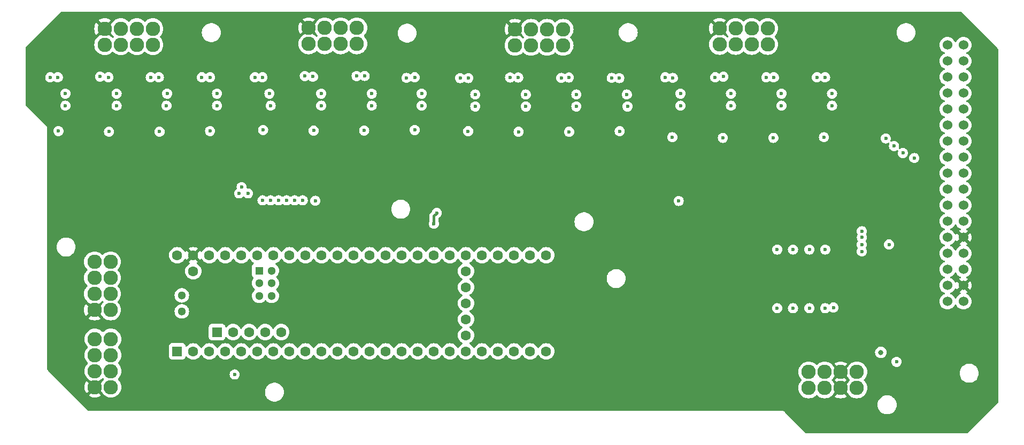
<source format=gbr>
%TF.GenerationSoftware,KiCad,Pcbnew,8.0.2-1*%
%TF.CreationDate,2024-07-06T17:14:10-04:00*%
%TF.ProjectId,boards_v3,626f6172-6473-45f7-9633-2e6b69636164,rev?*%
%TF.SameCoordinates,Original*%
%TF.FileFunction,Copper,L3,Inr*%
%TF.FilePolarity,Positive*%
%FSLAX46Y46*%
G04 Gerber Fmt 4.6, Leading zero omitted, Abs format (unit mm)*
G04 Created by KiCad (PCBNEW 8.0.2-1) date 2024-07-06 17:14:10*
%MOMM*%
%LPD*%
G01*
G04 APERTURE LIST*
%TA.AperFunction,ComponentPad*%
%ADD10C,2.286000*%
%TD*%
%TA.AperFunction,ComponentPad*%
%ADD11R,1.600000X1.600000*%
%TD*%
%TA.AperFunction,ComponentPad*%
%ADD12C,1.600000*%
%TD*%
%TA.AperFunction,ComponentPad*%
%ADD13R,1.300000X1.300000*%
%TD*%
%TA.AperFunction,ComponentPad*%
%ADD14C,1.300000*%
%TD*%
%TA.AperFunction,ComponentPad*%
%ADD15C,1.524000*%
%TD*%
%TA.AperFunction,ViaPad*%
%ADD16C,0.600000*%
%TD*%
%TA.AperFunction,ViaPad*%
%ADD17C,0.800000*%
%TD*%
%TA.AperFunction,Conductor*%
%ADD18C,0.200000*%
%TD*%
%TA.AperFunction,Conductor*%
%ADD19C,0.400000*%
%TD*%
G04 APERTURE END LIST*
D10*
%TO.N,+3.3V*%
%TO.C,J2*%
X145700000Y-25490000D03*
%TO.N,unconnected-(J2-Pin_2-Pad2)*%
X143160000Y-25490000D03*
%TO.N,unconnected-(J2-Pin_3-Pad3)*%
X140620000Y-25490000D03*
%TO.N,GND*%
X138080000Y-25490000D03*
%TO.N,Net-(J2-Pin_5)*%
X138080001Y-28030000D03*
%TO.N,Net-(J2-Pin_6)*%
X140620000Y-28030000D03*
%TO.N,Net-(J2-Pin_7)*%
X143160000Y-28030000D03*
%TO.N,Net-(J2-Pin_8)*%
X145700000Y-28030000D03*
%TD*%
D11*
%TO.N,unconnected-(U1-GND-Pad1)*%
%TO.C,U1*%
X84600000Y-76540000D03*
D12*
%TO.N,Net-(J7-Pin_4)*%
X87140000Y-76540000D03*
%TO.N,Net-(J7-Pin_3)*%
X89680000Y-76540000D03*
%TO.N,Net-(J7-Pin_2)*%
X92220000Y-76540000D03*
%TO.N,Net-(J7-Pin_1)*%
X94760000Y-76540000D03*
%TO.N,Net-(J7-Pin_5)*%
X97300000Y-76540000D03*
%TO.N,Net-(J9-Pin_34)*%
X99840000Y-76540000D03*
%TO.N,Net-(J9-Pin_33)*%
X102380000Y-76540000D03*
%TO.N,Net-(J9-Pin_32)*%
X104920000Y-76540000D03*
%TO.N,Net-(J9-Pin_31)*%
X107460000Y-76540000D03*
%TO.N,Net-(J9-Pin_30)*%
X110000000Y-76540000D03*
%TO.N,Net-(J9-Pin_29)*%
X112540000Y-76540000D03*
%TO.N,Net-(J9-Pin_28)*%
X115080000Y-76540000D03*
%TO.N,Net-(J9-Pin_27)*%
X117620000Y-76540000D03*
%TO.N,unconnected-(U1-3V3-Pad15)*%
X120160000Y-76540000D03*
%TO.N,Net-(J9-Pin_6)*%
X122700000Y-76540000D03*
%TO.N,Net-(J9-Pin_5)*%
X125240000Y-76540000D03*
%TO.N,Net-(J9-Pin_4)*%
X127780000Y-76540000D03*
%TO.N,Net-(J9-Pin_3)*%
X130320000Y-76540000D03*
%TO.N,Net-(J9-Pin_26)*%
X132860000Y-76540000D03*
%TO.N,Net-(J9-Pin_25)*%
X135400000Y-76540000D03*
%TO.N,Net-(J9-Pin_24)*%
X137940000Y-76540000D03*
%TO.N,Net-(J9-Pin_23)*%
X140480000Y-76540000D03*
%TO.N,unconnected-(U1-32_OUT1B-Pad24)*%
X143020000Y-76540000D03*
%TO.N,Net-(J8-Pin_5)*%
X143020000Y-61300000D03*
%TO.N,Net-(J6-Pin_5)*%
X140480000Y-61300000D03*
%TO.N,Net-(J6-Pin_4)*%
X137940000Y-61300000D03*
%TO.N,Net-(J8-Pin_4)*%
X135400000Y-61300000D03*
%TO.N,Net-(J8-Pin_3)*%
X132860000Y-61300000D03*
%TO.N,Net-(J8-Pin_2)*%
X130320000Y-61300000D03*
%TO.N,Net-(J8-Pin_1)*%
X127780000Y-61300000D03*
%TO.N,Net-(J9-Pin_2)*%
X125240000Y-61300000D03*
%TO.N,Net-(J9-Pin_1)*%
X122700000Y-61300000D03*
%TO.N,unconnected-(U1-GND-Pad34)*%
X120160000Y-61300000D03*
%TO.N,unconnected-(U1-13_SCK_LED-Pad35)*%
X117620000Y-61300000D03*
%TO.N,Net-(J9-Pin_16)*%
X115080000Y-61300000D03*
%TO.N,Net-(J9-Pin_15)*%
X112540000Y-61300000D03*
%TO.N,Net-(J9-Pin_14)*%
X110000000Y-61300000D03*
%TO.N,Net-(J9-Pin_13)*%
X107460000Y-61300000D03*
%TO.N,Net-(J9-Pin_12)*%
X104920000Y-61300000D03*
%TO.N,Net-(J9-Pin_11)*%
X102380000Y-61300000D03*
%TO.N,Net-(J9-Pin_10)*%
X99840000Y-61300000D03*
%TO.N,Net-(J9-Pin_9)*%
X97300000Y-61300000D03*
%TO.N,Net-(J9-Pin_8)*%
X94760000Y-61300000D03*
%TO.N,Net-(J9-Pin_7)*%
X92220000Y-61300000D03*
%TO.N,unconnected-(U1-3V3-Pad46)*%
X89680000Y-61300000D03*
%TO.N,GND*%
X87140000Y-61300000D03*
%TO.N,+5V*%
X84600000Y-61300000D03*
%TO.N,unconnected-(U1-VUSB-Pad49)*%
X87140001Y-63840000D03*
%TO.N,unconnected-(U1-VBAT-Pad50)*%
X130320000Y-73999999D03*
%TO.N,unconnected-(U1-3V3-Pad51)*%
X130320000Y-71460000D03*
%TO.N,unconnected-(U1-GND-Pad52)*%
X130320000Y-68920000D03*
%TO.N,unconnected-(U1-PROGRAM-Pad53)*%
X130320000Y-66380000D03*
%TO.N,unconnected-(U1-ON_OFF-Pad54)*%
X130320000Y-63840001D03*
D11*
%TO.N,unconnected-(U1-5V-Pad55)*%
X90899200Y-73489200D03*
D12*
%TO.N,unconnected-(U1-D--Pad56)*%
X93439200Y-73489200D03*
%TO.N,unconnected-(U1-D+-Pad57)*%
X95979200Y-73489200D03*
%TO.N,unconnected-(U1-GND-Pad58)*%
X98519200Y-73489200D03*
%TO.N,unconnected-(U1-GND-Pad59)*%
X101059200Y-73489200D03*
D13*
%TO.N,unconnected-(U1-R+-Pad60)*%
X97569999Y-63738400D03*
D14*
%TO.N,unconnected-(U1-LED-Pad61)*%
X97570000Y-65738400D03*
%TO.N,unconnected-(U1-T--Pad62)*%
X97570000Y-67738401D03*
%TO.N,unconnected-(U1-T+-Pad63)*%
X99570000Y-67738400D03*
%TO.N,unconnected-(U1-GND-Pad64)*%
X99570000Y-65738401D03*
%TO.N,unconnected-(U1-R--Pad65)*%
X99570000Y-63738400D03*
%TO.N,unconnected-(U1-D--Pad66)*%
X85329999Y-67650000D03*
%TO.N,unconnected-(U1-D+-Pad67)*%
X85329999Y-70190000D03*
%TD*%
D10*
%TO.N,+3.3V*%
%TO.C,J1*%
X178080000Y-25360000D03*
%TO.N,unconnected-(J1-Pin_2-Pad2)*%
X175540000Y-25360000D03*
%TO.N,unconnected-(J1-Pin_3-Pad3)*%
X173000000Y-25360000D03*
%TO.N,GND*%
X170460000Y-25360000D03*
%TO.N,Net-(J1-Pin_5)*%
X170460001Y-27900000D03*
%TO.N,Net-(J1-Pin_6)*%
X173000000Y-27900000D03*
%TO.N,Net-(J1-Pin_7)*%
X175540000Y-27900000D03*
%TO.N,Net-(J1-Pin_8)*%
X178080000Y-27900000D03*
%TD*%
%TO.N,Net-(J7-Pin_1)*%
%TO.C,J7*%
X74100000Y-82200000D03*
%TO.N,Net-(J7-Pin_2)*%
X74100000Y-79660000D03*
%TO.N,Net-(J7-Pin_3)*%
X74100000Y-77120000D03*
%TO.N,Net-(J7-Pin_4)*%
X74100000Y-74580000D03*
%TO.N,Net-(J7-Pin_5)*%
X71560000Y-74580001D03*
%TO.N,+5V*%
X71560000Y-77120000D03*
%TO.N,+3.3V*%
X71560000Y-79660000D03*
%TO.N,GND*%
X71560000Y-82200000D03*
%TD*%
%TO.N,+3.3V*%
%TO.C,J6*%
X184580000Y-82340000D03*
%TO.N,+5V*%
X187120000Y-82340000D03*
%TO.N,GND*%
X189660000Y-82340000D03*
%TO.N,Net-(J6-Pin_4)*%
X192200000Y-82340000D03*
%TO.N,Net-(J6-Pin_5)*%
X192200000Y-79800000D03*
%TO.N,GND*%
X189660000Y-79800000D03*
%TO.N,+5V*%
X187120000Y-79800000D03*
%TO.N,+3.3V*%
X184580000Y-79800000D03*
%TD*%
%TO.N,+3.3V*%
%TO.C,J3*%
X113040000Y-25260000D03*
%TO.N,unconnected-(J3-Pin_2-Pad2)*%
X110500000Y-25260000D03*
%TO.N,unconnected-(J3-Pin_3-Pad3)*%
X107960000Y-25260000D03*
%TO.N,GND*%
X105420000Y-25260000D03*
%TO.N,Net-(J3-Pin_5)*%
X105420001Y-27800000D03*
%TO.N,Net-(J3-Pin_6)*%
X107960000Y-27800000D03*
%TO.N,Net-(J3-Pin_7)*%
X110500000Y-27800000D03*
%TO.N,Net-(J3-Pin_8)*%
X113040000Y-27800000D03*
%TD*%
%TO.N,Net-(J8-Pin_1)*%
%TO.C,J8*%
X74040000Y-69980000D03*
%TO.N,Net-(J8-Pin_2)*%
X74040000Y-67440000D03*
%TO.N,Net-(J8-Pin_3)*%
X74040000Y-64900000D03*
%TO.N,Net-(J8-Pin_4)*%
X74040000Y-62360000D03*
%TO.N,Net-(J8-Pin_5)*%
X71500000Y-62360001D03*
%TO.N,+5V*%
X71500000Y-64900000D03*
%TO.N,+3.3V*%
X71500000Y-67440000D03*
%TO.N,GND*%
X71500000Y-69980000D03*
%TD*%
%TO.N,+3.3V*%
%TO.C,J4*%
X80740000Y-25400000D03*
%TO.N,unconnected-(J4-Pin_2-Pad2)*%
X78200000Y-25400000D03*
%TO.N,unconnected-(J4-Pin_3-Pad3)*%
X75660000Y-25400000D03*
%TO.N,GND*%
X73120000Y-25400000D03*
%TO.N,Net-(J4-Pin_5)*%
X73120001Y-27940000D03*
%TO.N,Net-(J4-Pin_6)*%
X75660000Y-27940000D03*
%TO.N,Net-(J4-Pin_7)*%
X78200000Y-27940000D03*
%TO.N,Net-(J4-Pin_8)*%
X80740000Y-27940000D03*
%TD*%
D15*
%TO.N,Net-(J9-Pin_1)*%
%TO.C,J9*%
X206560000Y-27980000D03*
%TO.N,Net-(J9-Pin_2)*%
X206560000Y-30520000D03*
%TO.N,Net-(J9-Pin_3)*%
X206560000Y-33060000D03*
%TO.N,Net-(J9-Pin_4)*%
X206560000Y-35600000D03*
%TO.N,Net-(J9-Pin_5)*%
X206560000Y-38140000D03*
%TO.N,Net-(J9-Pin_6)*%
X206560000Y-40680000D03*
%TO.N,Net-(J9-Pin_7)*%
X206560000Y-43220000D03*
%TO.N,Net-(J9-Pin_8)*%
X206560000Y-45760000D03*
%TO.N,Net-(J9-Pin_9)*%
X206560000Y-48300000D03*
%TO.N,Net-(J9-Pin_10)*%
X206560000Y-50840000D03*
%TO.N,Net-(J9-Pin_11)*%
X206560000Y-53380000D03*
%TO.N,Net-(J9-Pin_12)*%
X206560000Y-55920000D03*
%TO.N,Net-(J9-Pin_13)*%
X206560000Y-58460000D03*
%TO.N,Net-(J9-Pin_14)*%
X206560000Y-61000000D03*
%TO.N,Net-(J9-Pin_15)*%
X206560000Y-63540000D03*
%TO.N,Net-(J9-Pin_16)*%
X206560000Y-66080000D03*
%TO.N,unconnected-(J9-Pin_17-Pad17)*%
X206560000Y-68620000D03*
%TO.N,unconnected-(J9-Pin_18-Pad18)*%
X209100000Y-68620000D03*
%TO.N,GND*%
X209100000Y-66080000D03*
%TO.N,+3.3V*%
X209100000Y-63540000D03*
%TO.N,+5V*%
X209100000Y-61000000D03*
%TO.N,GND*%
X209100000Y-58460000D03*
%TO.N,Net-(J9-Pin_23)*%
X209100000Y-55920000D03*
%TO.N,Net-(J9-Pin_24)*%
X209100000Y-53380000D03*
%TO.N,Net-(J9-Pin_25)*%
X209100000Y-50840000D03*
%TO.N,Net-(J9-Pin_26)*%
X209100000Y-48300000D03*
%TO.N,Net-(J9-Pin_27)*%
X209100000Y-45760000D03*
%TO.N,Net-(J9-Pin_28)*%
X209100000Y-43220000D03*
%TO.N,Net-(J9-Pin_29)*%
X209100000Y-40680000D03*
%TO.N,Net-(J9-Pin_30)*%
X209100000Y-38140000D03*
%TO.N,Net-(J9-Pin_31)*%
X209100000Y-35600000D03*
%TO.N,Net-(J9-Pin_32)*%
X209100000Y-33060000D03*
%TO.N,Net-(J9-Pin_33)*%
X209100000Y-30520000D03*
%TO.N,Net-(J9-Pin_34)*%
X209100000Y-27980000D03*
%TD*%
D16*
%TO.N,Net-(J1-Pin_8)*%
X185880000Y-33100000D03*
%TO.N,GND*%
X160500000Y-75300000D03*
X137300000Y-38600000D03*
X96600000Y-38600000D03*
X80300000Y-38500000D03*
X153200000Y-38600000D03*
X72300000Y-38500000D03*
X188400000Y-33200000D03*
X91100000Y-33100000D03*
X115600000Y-32900000D03*
X107400000Y-33000000D03*
X185700000Y-38500000D03*
X164400000Y-33200000D03*
X183800000Y-75500000D03*
X188300000Y-75400000D03*
X145200000Y-38700000D03*
X104700000Y-38600000D03*
X177700000Y-38500000D03*
X88300000Y-38500000D03*
X83000000Y-33100000D03*
X172400000Y-33000000D03*
X64600000Y-37600000D03*
X123500000Y-33100000D03*
X169900000Y-75500000D03*
X120700000Y-38500000D03*
X147900000Y-33200000D03*
X139900000Y-33200000D03*
X179200000Y-75400000D03*
X132000000Y-33200000D03*
X155900000Y-33300000D03*
X180500000Y-33100000D03*
X169700000Y-38500000D03*
X112800000Y-38500000D03*
X99500000Y-33100000D03*
X178300000Y-62200000D03*
X165300000Y-75400000D03*
X67000000Y-33100000D03*
X174500000Y-75400000D03*
X129200000Y-38700000D03*
X189800000Y-60400000D03*
X158700000Y-78700000D03*
X74900000Y-33000000D03*
X161700000Y-38600000D03*
%TO.N,Net-(J1-Pin_6)*%
X169780000Y-33100000D03*
%TO.N,Net-(J1-Pin_7)*%
X177880000Y-33100000D03*
%TO.N,Net-(J1-Pin_5)*%
X161880000Y-33100000D03*
%TO.N,+3.3V*%
X139800000Y-35830000D03*
X164280000Y-35700000D03*
X131800000Y-35830000D03*
X172280000Y-35700000D03*
X107400000Y-35700000D03*
X123300000Y-35700000D03*
D17*
X196000000Y-76700000D03*
D16*
X180280000Y-35700000D03*
X83000000Y-35700000D03*
X155800000Y-35830000D03*
X66900000Y-35700000D03*
X115400000Y-35700000D03*
X75000000Y-35700000D03*
X90900000Y-35700000D03*
X147800000Y-35830000D03*
X188280000Y-35700000D03*
X99200000Y-35700000D03*
%TO.N,Net-(J2-Pin_7)*%
X145400000Y-33200000D03*
%TO.N,Net-(J2-Pin_8)*%
X153400000Y-33200000D03*
%TO.N,Net-(J2-Pin_6)*%
X137300000Y-33130000D03*
%TO.N,Net-(J2-Pin_5)*%
X129400000Y-33230000D03*
%TO.N,Net-(J3-Pin_7)*%
X113000000Y-32900000D03*
%TO.N,Net-(J3-Pin_6)*%
X104800000Y-32900000D03*
%TO.N,Net-(J3-Pin_5)*%
X96900000Y-33100000D03*
%TO.N,Net-(J3-Pin_8)*%
X120900000Y-33200000D03*
%TO.N,Net-(J4-Pin_8)*%
X88500000Y-33100000D03*
%TO.N,Net-(J4-Pin_6)*%
X72400000Y-33000000D03*
%TO.N,Net-(J4-Pin_5)*%
X64500000Y-33100000D03*
%TO.N,Net-(J4-Pin_7)*%
X80400000Y-33100000D03*
%TO.N,+5V*%
X93700000Y-80200000D03*
X198500000Y-78200000D03*
%TO.N,Net-(U10-~E)*%
X164280000Y-37600000D03*
X172280000Y-37600000D03*
X115400000Y-37600000D03*
X90900000Y-37600000D03*
X188500000Y-69600000D03*
X66900000Y-37600000D03*
X188280000Y-37600000D03*
X147800000Y-37730000D03*
X139800000Y-37730000D03*
X164000000Y-52700000D03*
X131800000Y-37730000D03*
X180280000Y-37600000D03*
X123300000Y-37600000D03*
X107400000Y-37600000D03*
X99400000Y-37600000D03*
X82900000Y-37600000D03*
X75000000Y-37600000D03*
X197300000Y-59600000D03*
X155900000Y-37730000D03*
%TO.N,Net-(J9-Pin_24)*%
X193000000Y-59600000D03*
%TO.N,Net-(J9-Pin_33)*%
X184700000Y-69700000D03*
%TO.N,Net-(J9-Pin_14)*%
X81800000Y-41720000D03*
X81700000Y-33100000D03*
X103197392Y-52600000D03*
%TO.N,Net-(J9-Pin_1)*%
X187180000Y-33100000D03*
X187000000Y-42600000D03*
%TO.N,Net-(J9-Pin_26)*%
X193000000Y-57500000D03*
%TO.N,Net-(J9-Pin_13)*%
X89800000Y-41620000D03*
X89800000Y-33100000D03*
X101924601Y-52600000D03*
%TO.N,Net-(J9-Pin_25)*%
X193015686Y-58484314D03*
%TO.N,Net-(J9-Pin_11)*%
X99379018Y-52600000D03*
X106200000Y-41550000D03*
X106100000Y-33000000D03*
%TO.N,Net-(J9-Pin_5)*%
X154660000Y-41640000D03*
X199500000Y-45100000D03*
X154600000Y-33230000D03*
%TO.N,Net-(J9-Pin_15)*%
X73700000Y-33100000D03*
X104470184Y-52600000D03*
X73800000Y-41720000D03*
%TO.N,Net-(J9-Pin_29)*%
X182100000Y-60400000D03*
%TO.N,Net-(J9-Pin_7)*%
X94800000Y-50500000D03*
X138660000Y-41740000D03*
X138600000Y-33130000D03*
%TO.N,Net-(J9-Pin_6)*%
X146660000Y-41740000D03*
X146600000Y-33130000D03*
X201300000Y-45900000D03*
%TO.N,Net-(J9-Pin_10)*%
X98106226Y-52599999D03*
X114280000Y-32880000D03*
X114200000Y-41550000D03*
%TO.N,Net-(J9-Pin_23)*%
X193000000Y-60700000D03*
%TO.N,Net-(J9-Pin_16)*%
X65800000Y-41620000D03*
X106458511Y-52678511D03*
X65700000Y-33100000D03*
%TO.N,Net-(J9-Pin_34)*%
X187200000Y-69700000D03*
%TO.N,Net-(J9-Pin_32)*%
X182100000Y-69700000D03*
%TO.N,Net-(J9-Pin_2)*%
X179080000Y-33100000D03*
X125240000Y-56300000D03*
X179000000Y-42700000D03*
X125700000Y-54600000D03*
%TO.N,Net-(J9-Pin_12)*%
X100651809Y-52600000D03*
X98100000Y-33100000D03*
X98200000Y-41450000D03*
%TO.N,Net-(J9-Pin_3)*%
X171080000Y-33000000D03*
X196800000Y-42800000D03*
X171000000Y-42700000D03*
%TO.N,Net-(J9-Pin_30)*%
X179600000Y-60400000D03*
%TO.N,Net-(J9-Pin_9)*%
X95800000Y-51500000D03*
X122200000Y-33100000D03*
X122200000Y-41450000D03*
%TO.N,Net-(J9-Pin_28)*%
X184700000Y-60400000D03*
%TO.N,Net-(J9-Pin_31)*%
X179600000Y-69700000D03*
%TO.N,Net-(J9-Pin_8)*%
X130700000Y-33230000D03*
X130660000Y-41640000D03*
X94400000Y-51500000D03*
%TO.N,Net-(J9-Pin_4)*%
X163000000Y-42600000D03*
X163080000Y-33200000D03*
X198100000Y-44000000D03*
%TO.N,Net-(J9-Pin_27)*%
X187200000Y-60400000D03*
%TD*%
D18*
%TO.N,+3.3V*%
X131800000Y-35830000D02*
X131760000Y-35790000D01*
X99300000Y-35700000D02*
X99200000Y-35700000D01*
X90970000Y-35770000D02*
X90900000Y-35700000D01*
X155890000Y-35740000D02*
X155800000Y-35830000D01*
%TO.N,Net-(U10-~E)*%
X99300000Y-37600000D02*
X99400000Y-37600000D01*
X155990000Y-37640000D02*
X155900000Y-37730000D01*
X99400000Y-37600000D02*
X99330000Y-37530000D01*
X155900000Y-37730000D02*
X155800000Y-37730000D01*
X131760000Y-37690000D02*
X131800000Y-37730000D01*
D19*
%TO.N,Net-(J9-Pin_2)*%
X125240000Y-55060000D02*
X125240000Y-56300000D01*
X125700000Y-54600000D02*
X125240000Y-55060000D01*
%TD*%
%TA.AperFunction,Conductor*%
%TO.N,GND*%
G36*
X189127447Y-80020591D02*
G01*
X189202687Y-80150909D01*
X189309091Y-80257313D01*
X189439409Y-80332553D01*
X189472210Y-80341342D01*
X188743553Y-81070000D01*
X189472210Y-81798657D01*
X189439409Y-81807447D01*
X189309091Y-81882687D01*
X189202687Y-81989091D01*
X189127447Y-82119409D01*
X189118657Y-82152211D01*
X188628181Y-81661735D01*
X188601301Y-81621506D01*
X188588897Y-81591559D01*
X188453731Y-81370988D01*
X188453730Y-81370987D01*
X188453729Y-81370985D01*
X188359344Y-81260475D01*
X188285724Y-81174276D01*
X188274033Y-81164291D01*
X188235840Y-81105785D01*
X188235340Y-81035917D01*
X188272693Y-80976871D01*
X188274034Y-80975708D01*
X188285724Y-80965724D01*
X188453731Y-80769012D01*
X188588897Y-80548441D01*
X188601303Y-80518489D01*
X188628182Y-80478262D01*
X189118657Y-79987787D01*
X189127447Y-80020591D01*
G37*
%TD.AperFunction*%
%TA.AperFunction,Conductor*%
G36*
X190691817Y-80478263D02*
G01*
X190718697Y-80518491D01*
X190731102Y-80548441D01*
X190866267Y-80769009D01*
X190866270Y-80769014D01*
X190929999Y-80843631D01*
X191034276Y-80965724D01*
X191045970Y-80975712D01*
X191084161Y-81034219D01*
X191084659Y-81104087D01*
X191047304Y-81163133D01*
X191046016Y-81164248D01*
X191034281Y-81174272D01*
X191034274Y-81174278D01*
X190866270Y-81370985D01*
X190866267Y-81370990D01*
X190731105Y-81591554D01*
X190718695Y-81621512D01*
X190691817Y-81661735D01*
X190201342Y-82152209D01*
X190192553Y-82119409D01*
X190117313Y-81989091D01*
X190010909Y-81882687D01*
X189880591Y-81807447D01*
X189847787Y-81798657D01*
X190576446Y-81070000D01*
X190576446Y-81069999D01*
X189847789Y-80341342D01*
X189880591Y-80332553D01*
X190010909Y-80257313D01*
X190117313Y-80150909D01*
X190192553Y-80020591D01*
X190201342Y-79987789D01*
X190691817Y-80478263D01*
G37*
%TD.AperFunction*%
%TA.AperFunction,Conductor*%
G36*
X72923129Y-80812693D02*
G01*
X72924286Y-80814027D01*
X72934276Y-80825724D01*
X72945970Y-80835712D01*
X72984161Y-80894219D01*
X72984659Y-80964087D01*
X72947304Y-81023133D01*
X72946016Y-81024248D01*
X72945966Y-81024292D01*
X72934274Y-81034278D01*
X72766270Y-81230985D01*
X72766267Y-81230990D01*
X72631105Y-81451554D01*
X72618695Y-81481512D01*
X72591817Y-81521735D01*
X72101342Y-82012209D01*
X72092553Y-81979409D01*
X72017313Y-81849091D01*
X71910909Y-81742687D01*
X71780591Y-81667447D01*
X71747788Y-81658657D01*
X72238262Y-81168182D01*
X72278489Y-81141303D01*
X72308441Y-81128897D01*
X72529012Y-80993731D01*
X72725724Y-80825724D01*
X72735708Y-80814033D01*
X72794215Y-80775840D01*
X72864083Y-80775340D01*
X72923129Y-80812693D01*
G37*
%TD.AperFunction*%
%TA.AperFunction,Conductor*%
G36*
X72863129Y-68592693D02*
G01*
X72864286Y-68594027D01*
X72874276Y-68605724D01*
X72885970Y-68615712D01*
X72924161Y-68674219D01*
X72924659Y-68744087D01*
X72887304Y-68803133D01*
X72886016Y-68804248D01*
X72885966Y-68804292D01*
X72874274Y-68814278D01*
X72706270Y-69010985D01*
X72706267Y-69010990D01*
X72571105Y-69231554D01*
X72558695Y-69261512D01*
X72531817Y-69301735D01*
X72041342Y-69792209D01*
X72032553Y-69759409D01*
X71957313Y-69629091D01*
X71850909Y-69522687D01*
X71720591Y-69447447D01*
X71687788Y-69438657D01*
X72178262Y-68948182D01*
X72218489Y-68921303D01*
X72248441Y-68908897D01*
X72469012Y-68773731D01*
X72665724Y-68605724D01*
X72675708Y-68594033D01*
X72734215Y-68555840D01*
X72804083Y-68555340D01*
X72863129Y-68592693D01*
G37*
%TD.AperFunction*%
%TA.AperFunction,Conductor*%
G36*
X208719000Y-66130160D02*
G01*
X208744964Y-66227061D01*
X208795124Y-66313940D01*
X208866060Y-66384876D01*
X208952939Y-66435036D01*
X209049840Y-66461000D01*
X209072553Y-66461000D01*
X208401810Y-67131740D01*
X208466589Y-67177098D01*
X208595781Y-67237342D01*
X208648220Y-67283514D01*
X208667372Y-67350708D01*
X208647156Y-67417589D01*
X208595781Y-67462106D01*
X208466340Y-67522465D01*
X208466338Y-67522466D01*
X208285377Y-67649175D01*
X208129175Y-67805377D01*
X208002466Y-67986338D01*
X208002465Y-67986340D01*
X207942382Y-68115189D01*
X207896209Y-68167628D01*
X207829016Y-68186780D01*
X207762135Y-68166564D01*
X207717618Y-68115189D01*
X207657534Y-67986340D01*
X207657533Y-67986338D01*
X207631698Y-67949442D01*
X207530826Y-67805380D01*
X207374620Y-67649174D01*
X207374616Y-67649171D01*
X207374615Y-67649170D01*
X207193666Y-67522468D01*
X207193658Y-67522464D01*
X207064811Y-67462382D01*
X207012371Y-67416210D01*
X206993219Y-67349017D01*
X207013435Y-67282135D01*
X207064811Y-67237618D01*
X207070802Y-67234824D01*
X207193662Y-67177534D01*
X207374620Y-67050826D01*
X207530826Y-66894620D01*
X207657534Y-66713662D01*
X207717894Y-66584218D01*
X207764066Y-66531779D01*
X207831259Y-66512627D01*
X207898141Y-66532843D01*
X207942658Y-66584219D01*
X208002898Y-66713405D01*
X208002901Y-66713411D01*
X208048258Y-66778187D01*
X208048259Y-66778188D01*
X208719000Y-66107447D01*
X208719000Y-66130160D01*
G37*
%TD.AperFunction*%
%TA.AperFunction,Conductor*%
G36*
X207897865Y-63993435D02*
G01*
X207942382Y-64044811D01*
X208002464Y-64173658D01*
X208002468Y-64173666D01*
X208129170Y-64354615D01*
X208129175Y-64354621D01*
X208285378Y-64510824D01*
X208285384Y-64510829D01*
X208466333Y-64637531D01*
X208466335Y-64637532D01*
X208466338Y-64637534D01*
X208555561Y-64679139D01*
X208595781Y-64697894D01*
X208648220Y-64744066D01*
X208667372Y-64811260D01*
X208647156Y-64878141D01*
X208595781Y-64922658D01*
X208466590Y-64982901D01*
X208401811Y-65028258D01*
X209072553Y-65699000D01*
X209049840Y-65699000D01*
X208952939Y-65724964D01*
X208866060Y-65775124D01*
X208795124Y-65846060D01*
X208744964Y-65932939D01*
X208719000Y-66029840D01*
X208719000Y-66052552D01*
X208048258Y-65381811D01*
X208002901Y-65446590D01*
X207942658Y-65575781D01*
X207896485Y-65628220D01*
X207829292Y-65647372D01*
X207762411Y-65627156D01*
X207717894Y-65575781D01*
X207694723Y-65526091D01*
X207657534Y-65446339D01*
X207569776Y-65321007D01*
X207530827Y-65265381D01*
X207487827Y-65222381D01*
X207374620Y-65109174D01*
X207374616Y-65109171D01*
X207374615Y-65109170D01*
X207193666Y-64982468D01*
X207193658Y-64982464D01*
X207064811Y-64922382D01*
X207012371Y-64876210D01*
X206993219Y-64809017D01*
X207013435Y-64742135D01*
X207064811Y-64697618D01*
X207070802Y-64694824D01*
X207193662Y-64637534D01*
X207374620Y-64510826D01*
X207530826Y-64354620D01*
X207657534Y-64173662D01*
X207717618Y-64044811D01*
X207763790Y-63992371D01*
X207830983Y-63973219D01*
X207897865Y-63993435D01*
G37*
%TD.AperFunction*%
%TA.AperFunction,Conductor*%
G36*
X208719000Y-58510160D02*
G01*
X208744964Y-58607061D01*
X208795124Y-58693940D01*
X208866060Y-58764876D01*
X208952939Y-58815036D01*
X209049840Y-58841000D01*
X209072553Y-58841000D01*
X208401810Y-59511740D01*
X208466589Y-59557098D01*
X208595781Y-59617342D01*
X208648220Y-59663514D01*
X208667372Y-59730708D01*
X208647156Y-59797589D01*
X208595781Y-59842106D01*
X208466340Y-59902465D01*
X208466338Y-59902466D01*
X208285377Y-60029175D01*
X208129175Y-60185377D01*
X208002466Y-60366338D01*
X208002465Y-60366340D01*
X207942382Y-60495189D01*
X207896209Y-60547628D01*
X207829016Y-60566780D01*
X207762135Y-60546564D01*
X207717618Y-60495189D01*
X207673230Y-60400000D01*
X207657534Y-60366339D01*
X207590112Y-60270050D01*
X207530827Y-60185381D01*
X207486171Y-60140725D01*
X207374620Y-60029174D01*
X207374616Y-60029171D01*
X207374615Y-60029170D01*
X207193666Y-59902468D01*
X207193658Y-59902464D01*
X207064811Y-59842382D01*
X207012371Y-59796210D01*
X206993219Y-59729017D01*
X207013435Y-59662135D01*
X207064811Y-59617618D01*
X207071219Y-59614630D01*
X207193662Y-59557534D01*
X207374620Y-59430826D01*
X207530826Y-59274620D01*
X207657534Y-59093662D01*
X207717894Y-58964218D01*
X207764066Y-58911779D01*
X207831259Y-58892627D01*
X207898141Y-58912843D01*
X207942658Y-58964219D01*
X208002898Y-59093405D01*
X208002901Y-59093411D01*
X208048258Y-59158187D01*
X208048259Y-59158188D01*
X208719000Y-58487447D01*
X208719000Y-58510160D01*
G37*
%TD.AperFunction*%
%TA.AperFunction,Conductor*%
G36*
X207897865Y-56373435D02*
G01*
X207942382Y-56424811D01*
X208002464Y-56553658D01*
X208002468Y-56553666D01*
X208129170Y-56734615D01*
X208129175Y-56734621D01*
X208285378Y-56890824D01*
X208285384Y-56890829D01*
X208466333Y-57017531D01*
X208466335Y-57017532D01*
X208466338Y-57017534D01*
X208595189Y-57077618D01*
X208595781Y-57077894D01*
X208648220Y-57124066D01*
X208667372Y-57191260D01*
X208647156Y-57258141D01*
X208595781Y-57302658D01*
X208466590Y-57362901D01*
X208401811Y-57408258D01*
X209072553Y-58079000D01*
X209049840Y-58079000D01*
X208952939Y-58104964D01*
X208866060Y-58155124D01*
X208795124Y-58226060D01*
X208744964Y-58312939D01*
X208719000Y-58409840D01*
X208719000Y-58432552D01*
X208048258Y-57761811D01*
X208002901Y-57826590D01*
X207942658Y-57955781D01*
X207896485Y-58008220D01*
X207829292Y-58027372D01*
X207762411Y-58007156D01*
X207717894Y-57955781D01*
X207657534Y-57826340D01*
X207657533Y-57826338D01*
X207530827Y-57645381D01*
X207530823Y-57645377D01*
X207374620Y-57489174D01*
X207374616Y-57489171D01*
X207374615Y-57489170D01*
X207193666Y-57362468D01*
X207193658Y-57362464D01*
X207064811Y-57302382D01*
X207012371Y-57256210D01*
X206993219Y-57189017D01*
X207013435Y-57122135D01*
X207064811Y-57077618D01*
X207070802Y-57074824D01*
X207193662Y-57017534D01*
X207374620Y-56890826D01*
X207530826Y-56734620D01*
X207657534Y-56553662D01*
X207717618Y-56424811D01*
X207763790Y-56372371D01*
X207830983Y-56353219D01*
X207897865Y-56373435D01*
G37*
%TD.AperFunction*%
%TA.AperFunction,Conductor*%
G36*
X139111817Y-26168263D02*
G01*
X139138697Y-26208491D01*
X139151102Y-26238441D01*
X139286267Y-26459009D01*
X139286270Y-26459014D01*
X139362866Y-26548696D01*
X139454276Y-26655724D01*
X139465970Y-26665712D01*
X139504161Y-26724219D01*
X139504659Y-26794087D01*
X139467304Y-26853133D01*
X139466016Y-26854248D01*
X139454276Y-26864276D01*
X139444287Y-26875970D01*
X139385781Y-26914161D01*
X139315913Y-26914659D01*
X139256867Y-26877304D01*
X139255789Y-26876060D01*
X139245725Y-26864276D01*
X139123633Y-26760000D01*
X139049015Y-26696270D01*
X139049010Y-26696267D01*
X138828441Y-26561102D01*
X138828442Y-26561102D01*
X138798490Y-26548696D01*
X138758262Y-26521816D01*
X138267789Y-26031342D01*
X138300591Y-26022553D01*
X138430909Y-25947313D01*
X138537313Y-25840909D01*
X138612553Y-25710591D01*
X138621342Y-25677789D01*
X139111817Y-26168263D01*
G37*
%TD.AperFunction*%
%TA.AperFunction,Conductor*%
G36*
X74151817Y-26078263D02*
G01*
X74178697Y-26118491D01*
X74191102Y-26148441D01*
X74326267Y-26369009D01*
X74326270Y-26369014D01*
X74405777Y-26462105D01*
X74494276Y-26565724D01*
X74505970Y-26575712D01*
X74544161Y-26634219D01*
X74544659Y-26704087D01*
X74507304Y-26763133D01*
X74506016Y-26764248D01*
X74494276Y-26774276D01*
X74484287Y-26785970D01*
X74425781Y-26824161D01*
X74355913Y-26824659D01*
X74296867Y-26787304D01*
X74295789Y-26786060D01*
X74285725Y-26774276D01*
X74156710Y-26664087D01*
X74089015Y-26606270D01*
X74089010Y-26606267D01*
X73868441Y-26471102D01*
X73868442Y-26471102D01*
X73838490Y-26458696D01*
X73798262Y-26431816D01*
X73307789Y-25941342D01*
X73340591Y-25932553D01*
X73470909Y-25857313D01*
X73577313Y-25750909D01*
X73652553Y-25620591D01*
X73661342Y-25587789D01*
X74151817Y-26078263D01*
G37*
%TD.AperFunction*%
%TA.AperFunction,Conductor*%
G36*
X171491817Y-26038263D02*
G01*
X171518697Y-26078491D01*
X171531102Y-26108441D01*
X171666267Y-26329009D01*
X171666270Y-26329014D01*
X171748868Y-26425724D01*
X171834276Y-26525724D01*
X171845970Y-26535712D01*
X171884161Y-26594219D01*
X171884659Y-26664087D01*
X171847304Y-26723133D01*
X171846051Y-26724219D01*
X171834276Y-26734276D01*
X171824287Y-26745970D01*
X171765781Y-26784161D01*
X171695913Y-26784659D01*
X171636867Y-26747304D01*
X171635789Y-26746060D01*
X171625725Y-26734276D01*
X171510561Y-26635917D01*
X171429015Y-26566270D01*
X171429010Y-26566267D01*
X171208441Y-26431102D01*
X171208442Y-26431102D01*
X171178490Y-26418696D01*
X171138262Y-26391816D01*
X170647789Y-25901342D01*
X170680591Y-25892553D01*
X170810909Y-25817313D01*
X170917313Y-25710909D01*
X170992553Y-25580591D01*
X171001342Y-25547789D01*
X171491817Y-26038263D01*
G37*
%TD.AperFunction*%
%TA.AperFunction,Conductor*%
G36*
X106451817Y-25938263D02*
G01*
X106478697Y-25978491D01*
X106491102Y-26008441D01*
X106626267Y-26229009D01*
X106626270Y-26229014D01*
X106702866Y-26318696D01*
X106794276Y-26425724D01*
X106805970Y-26435712D01*
X106844161Y-26494219D01*
X106844659Y-26564087D01*
X106807304Y-26623133D01*
X106806016Y-26624248D01*
X106794276Y-26634276D01*
X106784287Y-26645970D01*
X106725781Y-26684161D01*
X106655913Y-26684659D01*
X106596867Y-26647304D01*
X106595789Y-26646060D01*
X106585725Y-26634276D01*
X106423727Y-26495917D01*
X106389015Y-26466270D01*
X106389010Y-26466267D01*
X106168441Y-26331102D01*
X106168442Y-26331102D01*
X106138490Y-26318696D01*
X106098262Y-26291816D01*
X105607789Y-25801342D01*
X105640591Y-25792553D01*
X105770909Y-25717313D01*
X105877313Y-25610909D01*
X105952553Y-25480591D01*
X105961342Y-25447789D01*
X106451817Y-25938263D01*
G37*
%TD.AperFunction*%
%TA.AperFunction,Conductor*%
G36*
X208715677Y-22719685D02*
G01*
X208736319Y-22736319D01*
X214563182Y-28563182D01*
X214596666Y-28624503D01*
X214599500Y-28650861D01*
X214599500Y-84641323D01*
X214579815Y-84708362D01*
X214563181Y-84729004D01*
X209828504Y-89463681D01*
X209767181Y-89497166D01*
X209740823Y-89500000D01*
X184509549Y-89500000D01*
X184151020Y-89499746D01*
X184083995Y-89480014D01*
X184063427Y-89463427D01*
X181945956Y-87345956D01*
X181944185Y-87344149D01*
X180862513Y-86217407D01*
X180853550Y-86206969D01*
X180851067Y-86203730D01*
X180808883Y-86161508D01*
X180807151Y-86159739D01*
X180765848Y-86116714D01*
X180762652Y-86114156D01*
X180762402Y-86113932D01*
X180761444Y-86113182D01*
X180761167Y-86112992D01*
X180757921Y-86110499D01*
X180706280Y-86080652D01*
X180704153Y-86079394D01*
X180654361Y-86049276D01*
X180630857Y-86030857D01*
X180600000Y-86000000D01*
X158179161Y-86000000D01*
X70610571Y-85959267D01*
X70543541Y-85939551D01*
X70522948Y-85922948D01*
X69599994Y-84999994D01*
X195494357Y-84999994D01*
X195494357Y-85000005D01*
X195514890Y-85247812D01*
X195514892Y-85247824D01*
X195575936Y-85488881D01*
X195675826Y-85716606D01*
X195811833Y-85924782D01*
X195811836Y-85924785D01*
X195980256Y-86107738D01*
X196176491Y-86260474D01*
X196395190Y-86378828D01*
X196630386Y-86459571D01*
X196875665Y-86500500D01*
X197124335Y-86500500D01*
X197369614Y-86459571D01*
X197604810Y-86378828D01*
X197823509Y-86260474D01*
X198019744Y-86107738D01*
X198188164Y-85924785D01*
X198324173Y-85716607D01*
X198424063Y-85488881D01*
X198485108Y-85247821D01*
X198488465Y-85207314D01*
X198505643Y-85000005D01*
X198505643Y-84999994D01*
X198485109Y-84752187D01*
X198485107Y-84752175D01*
X198424063Y-84511118D01*
X198324173Y-84283393D01*
X198188166Y-84075217D01*
X198166557Y-84051744D01*
X198019744Y-83892262D01*
X197823509Y-83739526D01*
X197823507Y-83739525D01*
X197823506Y-83739524D01*
X197604811Y-83621172D01*
X197604802Y-83621169D01*
X197369616Y-83540429D01*
X197124335Y-83499500D01*
X196875665Y-83499500D01*
X196630383Y-83540429D01*
X196395197Y-83621169D01*
X196395188Y-83621172D01*
X196176493Y-83739524D01*
X195980257Y-83892261D01*
X195811833Y-84075217D01*
X195675826Y-84283393D01*
X195575936Y-84511118D01*
X195514892Y-84752175D01*
X195514890Y-84752187D01*
X195494357Y-84999994D01*
X69599994Y-84999994D01*
X64173704Y-79573704D01*
X64171506Y-79571449D01*
X64034081Y-79426732D01*
X64002193Y-79364565D01*
X64000000Y-79341347D01*
X64000000Y-74580001D01*
X69911418Y-74580001D01*
X69931715Y-74837899D01*
X69992102Y-75089431D01*
X69992104Y-75089437D01*
X69992105Y-75089441D01*
X69992106Y-75089443D01*
X70091102Y-75328442D01*
X70226267Y-75549010D01*
X70226270Y-75549015D01*
X70289999Y-75623632D01*
X70394276Y-75745725D01*
X70405967Y-75755710D01*
X70444160Y-75814215D01*
X70444660Y-75884083D01*
X70407307Y-75943129D01*
X70406018Y-75944246D01*
X70394281Y-75954272D01*
X70394274Y-75954278D01*
X70226270Y-76150985D01*
X70226267Y-76150990D01*
X70091102Y-76371558D01*
X69992106Y-76610557D01*
X69992102Y-76610569D01*
X69931715Y-76862101D01*
X69911418Y-77120000D01*
X69931715Y-77377898D01*
X69992102Y-77629430D01*
X69992106Y-77629442D01*
X70091102Y-77868441D01*
X70226267Y-78089009D01*
X70226270Y-78089014D01*
X70297327Y-78172211D01*
X70394276Y-78285724D01*
X70405970Y-78295712D01*
X70444161Y-78354219D01*
X70444659Y-78424087D01*
X70407304Y-78483133D01*
X70406016Y-78484248D01*
X70405966Y-78484292D01*
X70394274Y-78494278D01*
X70226270Y-78690985D01*
X70226267Y-78690990D01*
X70091102Y-78911558D01*
X69992106Y-79150557D01*
X69992102Y-79150569D01*
X69931715Y-79402101D01*
X69911418Y-79660000D01*
X69931715Y-79917898D01*
X69992102Y-80169430D01*
X69992106Y-80169442D01*
X70091102Y-80408441D01*
X70226267Y-80629009D01*
X70226270Y-80629014D01*
X70288830Y-80702262D01*
X70394276Y-80825724D01*
X70415243Y-80843631D01*
X70590985Y-80993729D01*
X70590987Y-80993730D01*
X70590988Y-80993731D01*
X70657155Y-81034278D01*
X70777030Y-81107738D01*
X70811559Y-81128897D01*
X70841506Y-81141301D01*
X70881735Y-81168181D01*
X71372211Y-81658657D01*
X71339409Y-81667447D01*
X71209091Y-81742687D01*
X71102687Y-81849091D01*
X71027447Y-81979409D01*
X71018657Y-82012210D01*
X70231766Y-81225320D01*
X70226682Y-81231273D01*
X70226670Y-81231289D01*
X70091549Y-81451786D01*
X69992582Y-81690714D01*
X69932211Y-81942179D01*
X69911920Y-82200000D01*
X69932211Y-82457820D01*
X69992582Y-82709285D01*
X70091549Y-82948213D01*
X70226673Y-83168714D01*
X70226676Y-83168719D01*
X70231767Y-83174679D01*
X71018657Y-82387789D01*
X71027447Y-82420591D01*
X71102687Y-82550909D01*
X71209091Y-82657313D01*
X71339409Y-82732553D01*
X71372210Y-82741342D01*
X70585319Y-83528232D01*
X70591283Y-83533325D01*
X70811786Y-83668450D01*
X71050714Y-83767417D01*
X71302179Y-83827788D01*
X71560000Y-83848079D01*
X71817820Y-83827788D01*
X72069285Y-83767417D01*
X72308213Y-83668450D01*
X72528713Y-83533326D01*
X72528723Y-83533319D01*
X72534678Y-83528232D01*
X72534678Y-83528231D01*
X71747789Y-82741342D01*
X71780591Y-82732553D01*
X71910909Y-82657313D01*
X72017313Y-82550909D01*
X72092553Y-82420591D01*
X72101342Y-82387789D01*
X72591817Y-82878263D01*
X72618697Y-82918491D01*
X72631102Y-82948441D01*
X72766267Y-83169009D01*
X72766270Y-83169014D01*
X72833570Y-83247812D01*
X72934276Y-83365724D01*
X73039789Y-83455840D01*
X73130985Y-83533729D01*
X73130990Y-83533732D01*
X73351558Y-83668897D01*
X73436057Y-83703897D01*
X73590560Y-83767895D01*
X73842105Y-83828285D01*
X74100000Y-83848582D01*
X74357895Y-83828285D01*
X74609440Y-83767895D01*
X74848441Y-83668897D01*
X75069012Y-83533731D01*
X75265724Y-83365724D01*
X75433731Y-83169012D01*
X75537305Y-82999994D01*
X98494357Y-82999994D01*
X98494357Y-83000005D01*
X98514890Y-83247812D01*
X98514892Y-83247824D01*
X98575936Y-83488881D01*
X98675826Y-83716606D01*
X98811833Y-83924782D01*
X98811836Y-83924785D01*
X98980256Y-84107738D01*
X99176491Y-84260474D01*
X99395190Y-84378828D01*
X99630386Y-84459571D01*
X99875665Y-84500500D01*
X100124335Y-84500500D01*
X100369614Y-84459571D01*
X100604810Y-84378828D01*
X100823509Y-84260474D01*
X101019744Y-84107738D01*
X101188164Y-83924785D01*
X101324173Y-83716607D01*
X101424063Y-83488881D01*
X101485108Y-83247821D01*
X101491638Y-83169014D01*
X101505643Y-83000005D01*
X101505643Y-82999994D01*
X101485109Y-82752187D01*
X101485107Y-82752175D01*
X101424063Y-82511118D01*
X101324173Y-82283393D01*
X101188166Y-82075217D01*
X101099968Y-81979409D01*
X101019744Y-81892262D01*
X100823509Y-81739526D01*
X100823507Y-81739525D01*
X100823506Y-81739524D01*
X100604811Y-81621172D01*
X100604802Y-81621169D01*
X100369616Y-81540429D01*
X100124335Y-81499500D01*
X99875665Y-81499500D01*
X99630383Y-81540429D01*
X99395197Y-81621169D01*
X99395188Y-81621172D01*
X99176493Y-81739524D01*
X98980257Y-81892261D01*
X98811833Y-82075217D01*
X98675826Y-82283393D01*
X98575936Y-82511118D01*
X98514892Y-82752175D01*
X98514890Y-82752187D01*
X98494357Y-82999994D01*
X75537305Y-82999994D01*
X75568897Y-82948441D01*
X75667895Y-82709440D01*
X75728285Y-82457895D01*
X75748582Y-82200000D01*
X75728285Y-81942105D01*
X75667895Y-81690560D01*
X75572216Y-81459571D01*
X75568897Y-81451558D01*
X75433915Y-81231289D01*
X75433731Y-81230988D01*
X75433730Y-81230987D01*
X75433729Y-81230985D01*
X75357131Y-81141301D01*
X75265724Y-81034276D01*
X75254033Y-81024291D01*
X75215840Y-80965785D01*
X75215340Y-80895917D01*
X75252693Y-80836871D01*
X75254034Y-80835708D01*
X75265724Y-80825724D01*
X75433731Y-80629012D01*
X75568897Y-80408441D01*
X75655238Y-80199996D01*
X92894435Y-80199996D01*
X92894435Y-80200003D01*
X92914630Y-80379249D01*
X92914631Y-80379254D01*
X92974211Y-80549523D01*
X93024156Y-80629009D01*
X93070184Y-80702262D01*
X93197738Y-80829816D01*
X93350478Y-80925789D01*
X93464780Y-80965785D01*
X93520745Y-80985368D01*
X93520750Y-80985369D01*
X93699996Y-81005565D01*
X93700000Y-81005565D01*
X93700004Y-81005565D01*
X93879249Y-80985369D01*
X93879252Y-80985368D01*
X93879255Y-80985368D01*
X94049522Y-80925789D01*
X94202262Y-80829816D01*
X94329816Y-80702262D01*
X94425789Y-80549522D01*
X94485368Y-80379255D01*
X94493234Y-80309442D01*
X94505565Y-80200003D01*
X94505565Y-80199996D01*
X94485369Y-80020750D01*
X94485368Y-80020745D01*
X94425788Y-79850476D01*
X94394072Y-79800000D01*
X182931418Y-79800000D01*
X182951715Y-80057898D01*
X183012102Y-80309430D01*
X183012106Y-80309442D01*
X183111102Y-80548441D01*
X183246267Y-80769009D01*
X183246270Y-80769014D01*
X183309999Y-80843631D01*
X183414276Y-80965724D01*
X183425970Y-80975712D01*
X183464161Y-81034219D01*
X183464659Y-81104087D01*
X183427304Y-81163133D01*
X183426016Y-81164248D01*
X183414281Y-81174272D01*
X183414274Y-81174278D01*
X183246270Y-81370985D01*
X183246267Y-81370990D01*
X183111102Y-81591558D01*
X183012106Y-81830557D01*
X183012102Y-81830569D01*
X182951715Y-82082101D01*
X182931418Y-82340000D01*
X182951715Y-82597898D01*
X183012102Y-82849430D01*
X183012106Y-82849442D01*
X183111102Y-83088441D01*
X183246267Y-83309009D01*
X183246270Y-83309014D01*
X183294705Y-83365724D01*
X183414276Y-83505724D01*
X183454911Y-83540429D01*
X183610985Y-83673729D01*
X183610990Y-83673732D01*
X183831558Y-83808897D01*
X183916057Y-83843897D01*
X184070560Y-83907895D01*
X184322105Y-83968285D01*
X184580000Y-83988582D01*
X184837895Y-83968285D01*
X185089440Y-83907895D01*
X185328441Y-83808897D01*
X185549012Y-83673731D01*
X185745724Y-83505724D01*
X185755708Y-83494033D01*
X185814215Y-83455840D01*
X185884083Y-83455340D01*
X185943129Y-83492693D01*
X185944286Y-83494027D01*
X185954276Y-83505724D01*
X185994911Y-83540429D01*
X186150985Y-83673729D01*
X186150990Y-83673732D01*
X186371558Y-83808897D01*
X186456057Y-83843897D01*
X186610560Y-83907895D01*
X186862105Y-83968285D01*
X187120000Y-83988582D01*
X187377895Y-83968285D01*
X187629440Y-83907895D01*
X187868441Y-83808897D01*
X188089012Y-83673731D01*
X188285724Y-83505724D01*
X188453731Y-83309012D01*
X188588897Y-83088441D01*
X188601303Y-83058489D01*
X188628182Y-83018262D01*
X189118657Y-82527787D01*
X189127447Y-82560591D01*
X189202687Y-82690909D01*
X189309091Y-82797313D01*
X189439409Y-82872553D01*
X189472210Y-82881342D01*
X188685319Y-83668232D01*
X188691283Y-83673325D01*
X188911786Y-83808450D01*
X189150714Y-83907417D01*
X189402179Y-83967788D01*
X189660000Y-83988079D01*
X189917820Y-83967788D01*
X190169285Y-83907417D01*
X190408213Y-83808450D01*
X190628713Y-83673326D01*
X190628723Y-83673319D01*
X190634678Y-83668232D01*
X190634678Y-83668231D01*
X189847789Y-82881342D01*
X189880591Y-82872553D01*
X190010909Y-82797313D01*
X190117313Y-82690909D01*
X190192553Y-82560591D01*
X190201342Y-82527789D01*
X190691817Y-83018263D01*
X190718697Y-83058491D01*
X190731102Y-83088441D01*
X190866267Y-83309009D01*
X190866270Y-83309014D01*
X190914705Y-83365724D01*
X191034276Y-83505724D01*
X191074911Y-83540429D01*
X191230985Y-83673729D01*
X191230990Y-83673732D01*
X191451558Y-83808897D01*
X191536057Y-83843897D01*
X191690560Y-83907895D01*
X191942105Y-83968285D01*
X192200000Y-83988582D01*
X192457895Y-83968285D01*
X192709440Y-83907895D01*
X192948441Y-83808897D01*
X193169012Y-83673731D01*
X193365724Y-83505724D01*
X193533731Y-83309012D01*
X193668897Y-83088441D01*
X193767895Y-82849440D01*
X193828285Y-82597895D01*
X193848582Y-82340000D01*
X193828285Y-82082105D01*
X193767895Y-81830560D01*
X193681162Y-81621169D01*
X193668897Y-81591558D01*
X193570102Y-81430341D01*
X193533731Y-81370988D01*
X193533730Y-81370987D01*
X193533729Y-81370985D01*
X193439344Y-81260475D01*
X193365724Y-81174276D01*
X193354033Y-81164291D01*
X193315840Y-81105785D01*
X193315340Y-81035917D01*
X193352693Y-80976871D01*
X193354034Y-80975708D01*
X193365724Y-80965724D01*
X193533731Y-80769012D01*
X193668897Y-80548441D01*
X193767895Y-80309440D01*
X193828285Y-80057895D01*
X193832842Y-79999994D01*
X208494357Y-79999994D01*
X208494357Y-80000005D01*
X208514890Y-80247812D01*
X208514892Y-80247824D01*
X208575936Y-80488881D01*
X208675826Y-80716606D01*
X208811833Y-80924782D01*
X208811836Y-80924785D01*
X208980256Y-81107738D01*
X209176491Y-81260474D01*
X209395190Y-81378828D01*
X209630386Y-81459571D01*
X209875665Y-81500500D01*
X210124335Y-81500500D01*
X210369614Y-81459571D01*
X210604810Y-81378828D01*
X210823509Y-81260474D01*
X211019744Y-81107738D01*
X211188164Y-80924785D01*
X211324173Y-80716607D01*
X211424063Y-80488881D01*
X211485108Y-80247821D01*
X211485109Y-80247812D01*
X211505643Y-80000005D01*
X211505643Y-79999994D01*
X211485109Y-79752187D01*
X211485107Y-79752175D01*
X211424063Y-79511118D01*
X211324173Y-79283393D01*
X211188166Y-79075217D01*
X211166381Y-79051552D01*
X211019744Y-78892262D01*
X210823509Y-78739526D01*
X210823507Y-78739525D01*
X210823506Y-78739524D01*
X210604811Y-78621172D01*
X210604802Y-78621169D01*
X210369616Y-78540429D01*
X210124335Y-78499500D01*
X209875665Y-78499500D01*
X209630383Y-78540429D01*
X209395197Y-78621169D01*
X209395188Y-78621172D01*
X209176493Y-78739524D01*
X208980257Y-78892261D01*
X208811833Y-79075217D01*
X208675826Y-79283393D01*
X208575936Y-79511118D01*
X208514892Y-79752175D01*
X208514890Y-79752187D01*
X208494357Y-79999994D01*
X193832842Y-79999994D01*
X193848582Y-79800000D01*
X193828285Y-79542105D01*
X193767895Y-79290560D01*
X193678696Y-79075215D01*
X193668897Y-79051558D01*
X193533732Y-78830990D01*
X193533729Y-78830985D01*
X193470000Y-78756368D01*
X193365724Y-78634276D01*
X193201807Y-78494278D01*
X193169014Y-78466270D01*
X193169009Y-78466267D01*
X192948441Y-78331102D01*
X192744441Y-78246603D01*
X192709440Y-78232105D01*
X192709436Y-78232104D01*
X192709430Y-78232102D01*
X192575698Y-78199996D01*
X197694435Y-78199996D01*
X197694435Y-78200003D01*
X197714630Y-78379249D01*
X197714631Y-78379254D01*
X197774211Y-78549523D01*
X197858810Y-78684161D01*
X197870184Y-78702262D01*
X197997738Y-78829816D01*
X198088080Y-78886582D01*
X198127829Y-78911558D01*
X198150478Y-78925789D01*
X198320745Y-78985368D01*
X198320750Y-78985369D01*
X198499996Y-79005565D01*
X198500000Y-79005565D01*
X198500004Y-79005565D01*
X198679249Y-78985369D01*
X198679252Y-78985368D01*
X198679255Y-78985368D01*
X198849522Y-78925789D01*
X199002262Y-78829816D01*
X199129816Y-78702262D01*
X199225789Y-78549522D01*
X199285368Y-78379255D01*
X199290743Y-78331549D01*
X199305565Y-78200003D01*
X199305565Y-78199996D01*
X199285369Y-78020750D01*
X199285368Y-78020745D01*
X199225789Y-77850478D01*
X199219519Y-77840500D01*
X199186582Y-77788080D01*
X199129816Y-77697738D01*
X199002262Y-77570184D01*
X198987872Y-77561142D01*
X198849523Y-77474211D01*
X198679254Y-77414631D01*
X198679249Y-77414630D01*
X198500004Y-77394435D01*
X198499996Y-77394435D01*
X198320750Y-77414630D01*
X198320745Y-77414631D01*
X198150476Y-77474211D01*
X197997737Y-77570184D01*
X197870184Y-77697737D01*
X197774211Y-77850476D01*
X197714631Y-78020745D01*
X197714630Y-78020750D01*
X197694435Y-78199996D01*
X192575698Y-78199996D01*
X192457898Y-78171715D01*
X192200000Y-78151418D01*
X191942101Y-78171715D01*
X191690569Y-78232102D01*
X191690557Y-78232106D01*
X191451558Y-78331102D01*
X191230990Y-78466267D01*
X191230985Y-78466270D01*
X191034276Y-78634276D01*
X190866270Y-78830985D01*
X190866267Y-78830990D01*
X190731105Y-79051554D01*
X190718695Y-79081512D01*
X190691817Y-79121735D01*
X190201342Y-79612209D01*
X190192553Y-79579409D01*
X190117313Y-79449091D01*
X190010909Y-79342687D01*
X189880591Y-79267447D01*
X189847788Y-79258657D01*
X190634679Y-78471767D01*
X190634679Y-78471766D01*
X190628719Y-78466676D01*
X190628714Y-78466673D01*
X190408213Y-78331549D01*
X190169285Y-78232582D01*
X189917820Y-78172211D01*
X189660000Y-78151920D01*
X189402179Y-78172211D01*
X189150714Y-78232582D01*
X188911786Y-78331549D01*
X188691289Y-78466670D01*
X188691273Y-78466682D01*
X188685320Y-78471766D01*
X189472211Y-79258657D01*
X189439409Y-79267447D01*
X189309091Y-79342687D01*
X189202687Y-79449091D01*
X189127447Y-79579409D01*
X189118657Y-79612211D01*
X188628181Y-79121735D01*
X188601301Y-79081506D01*
X188588897Y-79051559D01*
X188453731Y-78830988D01*
X188453730Y-78830987D01*
X188453729Y-78830985D01*
X188390000Y-78756368D01*
X188285724Y-78634276D01*
X188121807Y-78494278D01*
X188089014Y-78466270D01*
X188089009Y-78466267D01*
X187868441Y-78331102D01*
X187664441Y-78246603D01*
X187629440Y-78232105D01*
X187629436Y-78232104D01*
X187629430Y-78232102D01*
X187377898Y-78171715D01*
X187120000Y-78151418D01*
X186862101Y-78171715D01*
X186610569Y-78232102D01*
X186610557Y-78232106D01*
X186371558Y-78331102D01*
X186150990Y-78466267D01*
X186150985Y-78466270D01*
X185954278Y-78634274D01*
X185954276Y-78634276D01*
X185944287Y-78645970D01*
X185885781Y-78684161D01*
X185815913Y-78684659D01*
X185756867Y-78647304D01*
X185755751Y-78646016D01*
X185745724Y-78634276D01*
X185658665Y-78559921D01*
X185549014Y-78466270D01*
X185549009Y-78466267D01*
X185328441Y-78331102D01*
X185124441Y-78246603D01*
X185089440Y-78232105D01*
X185089436Y-78232104D01*
X185089430Y-78232102D01*
X184837898Y-78171715D01*
X184580000Y-78151418D01*
X184322101Y-78171715D01*
X184070569Y-78232102D01*
X184070557Y-78232106D01*
X183831558Y-78331102D01*
X183610990Y-78466267D01*
X183610985Y-78466270D01*
X183414276Y-78634276D01*
X183246270Y-78830985D01*
X183246267Y-78830990D01*
X183111102Y-79051558D01*
X183012106Y-79290557D01*
X183012102Y-79290569D01*
X182951715Y-79542101D01*
X182931418Y-79800000D01*
X94394072Y-79800000D01*
X94386582Y-79788080D01*
X94329816Y-79697738D01*
X94202262Y-79570184D01*
X94108261Y-79511119D01*
X94049523Y-79474211D01*
X93879254Y-79414631D01*
X93879249Y-79414630D01*
X93700004Y-79394435D01*
X93699996Y-79394435D01*
X93520750Y-79414630D01*
X93520745Y-79414631D01*
X93350476Y-79474211D01*
X93197737Y-79570184D01*
X93070184Y-79697737D01*
X92974211Y-79850476D01*
X92914631Y-80020745D01*
X92914630Y-80020750D01*
X92894435Y-80199996D01*
X75655238Y-80199996D01*
X75667895Y-80169440D01*
X75728285Y-79917895D01*
X75748582Y-79660000D01*
X75728285Y-79402105D01*
X75667895Y-79150560D01*
X75599470Y-78985368D01*
X75568897Y-78911558D01*
X75433732Y-78690990D01*
X75433729Y-78690985D01*
X75305142Y-78540429D01*
X75265724Y-78494276D01*
X75254033Y-78484291D01*
X75215840Y-78425785D01*
X75215340Y-78355917D01*
X75252693Y-78296871D01*
X75254034Y-78295708D01*
X75265724Y-78285724D01*
X75433731Y-78089012D01*
X75568897Y-77868441D01*
X75667895Y-77629440D01*
X75728285Y-77377895D01*
X75748582Y-77120000D01*
X75728285Y-76862105D01*
X75667895Y-76610560D01*
X75568897Y-76371559D01*
X75568897Y-76371558D01*
X75444024Y-76167785D01*
X75433731Y-76150988D01*
X75433730Y-76150987D01*
X75433729Y-76150985D01*
X75327931Y-76027112D01*
X75265724Y-75954276D01*
X75254033Y-75944291D01*
X75215840Y-75885785D01*
X75215340Y-75815917D01*
X75252693Y-75756871D01*
X75254034Y-75755708D01*
X75265724Y-75745724D01*
X75433731Y-75549012D01*
X75568897Y-75328441D01*
X75667895Y-75089440D01*
X75728285Y-74837895D01*
X75748582Y-74580000D01*
X75728285Y-74322105D01*
X75667895Y-74070560D01*
X75592305Y-73888070D01*
X75568897Y-73831558D01*
X75433732Y-73610990D01*
X75433731Y-73610989D01*
X75433731Y-73610988D01*
X75433730Y-73610987D01*
X75433729Y-73610985D01*
X75370000Y-73536368D01*
X75265724Y-73414276D01*
X75158181Y-73322426D01*
X75069014Y-73246270D01*
X75069009Y-73246267D01*
X74848441Y-73111102D01*
X74644441Y-73026603D01*
X74609440Y-73012105D01*
X74609436Y-73012104D01*
X74609430Y-73012102D01*
X74357898Y-72951715D01*
X74100000Y-72931418D01*
X73842101Y-72951715D01*
X73590569Y-73012102D01*
X73590557Y-73012106D01*
X73351558Y-73111102D01*
X73130990Y-73246267D01*
X73130985Y-73246270D01*
X72934274Y-73414277D01*
X72924287Y-73425971D01*
X72865779Y-73464163D01*
X72795911Y-73464660D01*
X72736866Y-73427304D01*
X72735784Y-73426056D01*
X72725724Y-73414277D01*
X72627368Y-73330273D01*
X72529014Y-73246271D01*
X72529009Y-73246268D01*
X72308441Y-73111103D01*
X72069442Y-73012107D01*
X72069444Y-73012107D01*
X72069440Y-73012106D01*
X72069436Y-73012105D01*
X72069430Y-73012103D01*
X71817898Y-72951716D01*
X71560000Y-72931419D01*
X71302101Y-72951716D01*
X71050569Y-73012103D01*
X71050557Y-73012107D01*
X70811558Y-73111103D01*
X70590990Y-73246268D01*
X70590985Y-73246271D01*
X70394276Y-73414277D01*
X70226270Y-73610986D01*
X70226267Y-73610991D01*
X70091102Y-73831559D01*
X69992106Y-74070558D01*
X69992102Y-74070570D01*
X69931715Y-74322102D01*
X69911418Y-74580001D01*
X64000000Y-74580001D01*
X64000000Y-72641335D01*
X89598700Y-72641335D01*
X89598700Y-74337070D01*
X89598701Y-74337076D01*
X89605108Y-74396683D01*
X89655402Y-74531528D01*
X89655406Y-74531535D01*
X89741652Y-74646744D01*
X89741655Y-74646747D01*
X89856864Y-74732993D01*
X89856871Y-74732997D01*
X89991717Y-74783291D01*
X89991716Y-74783291D01*
X89998644Y-74784035D01*
X90051327Y-74789700D01*
X91747072Y-74789699D01*
X91806683Y-74783291D01*
X91941531Y-74732996D01*
X92056746Y-74646746D01*
X92142996Y-74531531D01*
X92193291Y-74396683D01*
X92197062Y-74361601D01*
X92223799Y-74297055D01*
X92281190Y-74257206D01*
X92351016Y-74254711D01*
X92411105Y-74290363D01*
X92421926Y-74303736D01*
X92439156Y-74328343D01*
X92600058Y-74489245D01*
X92600061Y-74489247D01*
X92786466Y-74619768D01*
X92992704Y-74715939D01*
X93212508Y-74774835D01*
X93374430Y-74789001D01*
X93439198Y-74794668D01*
X93439200Y-74794668D01*
X93439202Y-74794668D01*
X93496007Y-74789698D01*
X93665892Y-74774835D01*
X93885696Y-74715939D01*
X94091934Y-74619768D01*
X94278339Y-74489247D01*
X94439247Y-74328339D01*
X94569768Y-74141934D01*
X94596818Y-74083924D01*
X94642990Y-74031485D01*
X94710183Y-74012333D01*
X94777065Y-74032548D01*
X94821582Y-74083925D01*
X94848629Y-74141928D01*
X94848632Y-74141934D01*
X94979154Y-74328341D01*
X95140058Y-74489245D01*
X95140061Y-74489247D01*
X95326466Y-74619768D01*
X95532704Y-74715939D01*
X95752508Y-74774835D01*
X95914430Y-74789001D01*
X95979198Y-74794668D01*
X95979200Y-74794668D01*
X95979202Y-74794668D01*
X96036007Y-74789698D01*
X96205892Y-74774835D01*
X96425696Y-74715939D01*
X96631934Y-74619768D01*
X96818339Y-74489247D01*
X96979247Y-74328339D01*
X97109768Y-74141934D01*
X97136818Y-74083924D01*
X97182990Y-74031485D01*
X97250183Y-74012333D01*
X97317065Y-74032548D01*
X97361582Y-74083925D01*
X97388629Y-74141928D01*
X97388632Y-74141934D01*
X97519154Y-74328341D01*
X97680058Y-74489245D01*
X97680061Y-74489247D01*
X97866466Y-74619768D01*
X98072704Y-74715939D01*
X98292508Y-74774835D01*
X98454430Y-74789001D01*
X98519198Y-74794668D01*
X98519200Y-74794668D01*
X98519202Y-74794668D01*
X98576007Y-74789698D01*
X98745892Y-74774835D01*
X98965696Y-74715939D01*
X99171934Y-74619768D01*
X99358339Y-74489247D01*
X99519247Y-74328339D01*
X99649768Y-74141934D01*
X99676818Y-74083924D01*
X99722990Y-74031485D01*
X99790183Y-74012333D01*
X99857065Y-74032548D01*
X99901582Y-74083925D01*
X99928629Y-74141928D01*
X99928632Y-74141934D01*
X100059154Y-74328341D01*
X100220058Y-74489245D01*
X100220061Y-74489247D01*
X100406466Y-74619768D01*
X100612704Y-74715939D01*
X100832508Y-74774835D01*
X100994430Y-74789001D01*
X101059198Y-74794668D01*
X101059200Y-74794668D01*
X101059202Y-74794668D01*
X101116007Y-74789698D01*
X101285892Y-74774835D01*
X101505696Y-74715939D01*
X101711934Y-74619768D01*
X101898339Y-74489247D01*
X102059247Y-74328339D01*
X102189768Y-74141934D01*
X102285939Y-73935696D01*
X102344835Y-73715892D01*
X102364668Y-73489200D01*
X102344835Y-73262508D01*
X102285939Y-73042704D01*
X102189768Y-72836466D01*
X102059247Y-72650061D01*
X102059245Y-72650058D01*
X101898341Y-72489154D01*
X101711934Y-72358632D01*
X101711932Y-72358631D01*
X101505697Y-72262461D01*
X101505688Y-72262458D01*
X101285897Y-72203566D01*
X101285893Y-72203565D01*
X101285892Y-72203565D01*
X101285891Y-72203564D01*
X101285886Y-72203564D01*
X101059202Y-72183732D01*
X101059198Y-72183732D01*
X100832513Y-72203564D01*
X100832502Y-72203566D01*
X100612711Y-72262458D01*
X100612702Y-72262461D01*
X100406467Y-72358631D01*
X100406465Y-72358632D01*
X100220058Y-72489154D01*
X100059154Y-72650058D01*
X99928632Y-72836465D01*
X99928631Y-72836467D01*
X99901582Y-72894475D01*
X99855409Y-72946914D01*
X99788216Y-72966066D01*
X99721335Y-72945850D01*
X99676818Y-72894475D01*
X99652526Y-72842381D01*
X99649768Y-72836466D01*
X99519247Y-72650061D01*
X99519245Y-72650058D01*
X99358341Y-72489154D01*
X99171934Y-72358632D01*
X99171932Y-72358631D01*
X98965697Y-72262461D01*
X98965688Y-72262458D01*
X98745897Y-72203566D01*
X98745893Y-72203565D01*
X98745892Y-72203565D01*
X98745891Y-72203564D01*
X98745886Y-72203564D01*
X98519202Y-72183732D01*
X98519198Y-72183732D01*
X98292513Y-72203564D01*
X98292502Y-72203566D01*
X98072711Y-72262458D01*
X98072702Y-72262461D01*
X97866467Y-72358631D01*
X97866465Y-72358632D01*
X97680058Y-72489154D01*
X97519154Y-72650058D01*
X97388632Y-72836465D01*
X97388631Y-72836467D01*
X97361582Y-72894475D01*
X97315409Y-72946914D01*
X97248216Y-72966066D01*
X97181335Y-72945850D01*
X97136818Y-72894475D01*
X97112526Y-72842381D01*
X97109768Y-72836466D01*
X96979247Y-72650061D01*
X96979245Y-72650058D01*
X96818341Y-72489154D01*
X96631934Y-72358632D01*
X96631932Y-72358631D01*
X96425697Y-72262461D01*
X96425688Y-72262458D01*
X96205897Y-72203566D01*
X96205893Y-72203565D01*
X96205892Y-72203565D01*
X96205891Y-72203564D01*
X96205886Y-72203564D01*
X95979202Y-72183732D01*
X95979198Y-72183732D01*
X95752513Y-72203564D01*
X95752502Y-72203566D01*
X95532711Y-72262458D01*
X95532702Y-72262461D01*
X95326467Y-72358631D01*
X95326465Y-72358632D01*
X95140058Y-72489154D01*
X94979154Y-72650058D01*
X94848632Y-72836465D01*
X94848631Y-72836467D01*
X94821582Y-72894475D01*
X94775409Y-72946914D01*
X94708216Y-72966066D01*
X94641335Y-72945850D01*
X94596818Y-72894475D01*
X94572526Y-72842381D01*
X94569768Y-72836466D01*
X94439247Y-72650061D01*
X94439245Y-72650058D01*
X94278341Y-72489154D01*
X94091934Y-72358632D01*
X94091932Y-72358631D01*
X93885697Y-72262461D01*
X93885688Y-72262458D01*
X93665897Y-72203566D01*
X93665893Y-72203565D01*
X93665892Y-72203565D01*
X93665891Y-72203564D01*
X93665886Y-72203564D01*
X93439202Y-72183732D01*
X93439198Y-72183732D01*
X93212513Y-72203564D01*
X93212502Y-72203566D01*
X92992711Y-72262458D01*
X92992702Y-72262461D01*
X92786467Y-72358631D01*
X92786465Y-72358632D01*
X92600058Y-72489154D01*
X92439154Y-72650058D01*
X92421925Y-72674664D01*
X92367347Y-72718288D01*
X92297848Y-72725480D01*
X92235494Y-72693957D01*
X92200082Y-72633726D01*
X92197061Y-72616791D01*
X92193291Y-72581716D01*
X92142997Y-72446871D01*
X92142993Y-72446864D01*
X92056747Y-72331655D01*
X92056744Y-72331652D01*
X91941535Y-72245406D01*
X91941528Y-72245402D01*
X91806682Y-72195108D01*
X91806683Y-72195108D01*
X91747083Y-72188701D01*
X91747081Y-72188700D01*
X91747073Y-72188700D01*
X91747064Y-72188700D01*
X90051329Y-72188700D01*
X90051323Y-72188701D01*
X89991716Y-72195108D01*
X89856871Y-72245402D01*
X89856864Y-72245406D01*
X89741655Y-72331652D01*
X89741652Y-72331655D01*
X89655406Y-72446864D01*
X89655402Y-72446871D01*
X89605108Y-72581717D01*
X89598701Y-72641316D01*
X89598700Y-72641335D01*
X64000000Y-72641335D01*
X64000000Y-62360001D01*
X69851418Y-62360001D01*
X69871715Y-62617899D01*
X69932102Y-62869431D01*
X69932104Y-62869437D01*
X69932105Y-62869441D01*
X69946603Y-62904442D01*
X70031102Y-63108442D01*
X70166267Y-63329010D01*
X70166270Y-63329015D01*
X70221348Y-63393503D01*
X70334276Y-63525725D01*
X70345967Y-63535710D01*
X70384160Y-63594215D01*
X70384660Y-63664083D01*
X70347307Y-63723129D01*
X70346018Y-63724246D01*
X70345966Y-63724292D01*
X70334274Y-63734278D01*
X70166270Y-63930985D01*
X70166267Y-63930990D01*
X70031102Y-64151558D01*
X69932106Y-64390557D01*
X69932102Y-64390569D01*
X69871715Y-64642101D01*
X69851418Y-64900000D01*
X69871715Y-65157898D01*
X69932102Y-65409430D01*
X69932106Y-65409442D01*
X70031102Y-65648441D01*
X70166267Y-65869009D01*
X70166270Y-65869014D01*
X70221348Y-65933502D01*
X70334276Y-66065724D01*
X70345970Y-66075712D01*
X70384161Y-66134219D01*
X70384659Y-66204087D01*
X70347304Y-66263133D01*
X70346016Y-66264248D01*
X70345966Y-66264292D01*
X70334274Y-66274278D01*
X70166270Y-66470985D01*
X70166267Y-66470990D01*
X70031102Y-66691558D01*
X69932106Y-66930557D01*
X69932102Y-66930569D01*
X69871715Y-67182101D01*
X69851418Y-67440000D01*
X69871715Y-67697898D01*
X69932102Y-67949430D01*
X69932104Y-67949436D01*
X69932105Y-67949440D01*
X69946603Y-67984441D01*
X70031102Y-68188441D01*
X70166267Y-68409009D01*
X70166270Y-68409014D01*
X70221348Y-68473502D01*
X70334276Y-68605724D01*
X70398355Y-68660452D01*
X70530985Y-68773729D01*
X70530987Y-68773730D01*
X70530988Y-68773731D01*
X70622450Y-68829779D01*
X70718926Y-68888900D01*
X70751559Y-68908897D01*
X70781506Y-68921301D01*
X70821735Y-68948181D01*
X71312211Y-69438657D01*
X71279409Y-69447447D01*
X71149091Y-69522687D01*
X71042687Y-69629091D01*
X70967447Y-69759409D01*
X70958657Y-69792210D01*
X70171766Y-69005320D01*
X70166682Y-69011273D01*
X70166670Y-69011289D01*
X70031549Y-69231786D01*
X69932582Y-69470714D01*
X69872211Y-69722179D01*
X69851920Y-69980000D01*
X69872211Y-70237820D01*
X69932582Y-70489285D01*
X70031549Y-70728213D01*
X70166673Y-70948714D01*
X70166676Y-70948719D01*
X70171767Y-70954679D01*
X70958657Y-70167788D01*
X70967447Y-70200591D01*
X71042687Y-70330909D01*
X71149091Y-70437313D01*
X71279409Y-70512553D01*
X71312210Y-70521342D01*
X70525319Y-71308232D01*
X70531283Y-71313325D01*
X70751786Y-71448450D01*
X70990714Y-71547417D01*
X71242179Y-71607788D01*
X71500000Y-71628079D01*
X71757820Y-71607788D01*
X72009285Y-71547417D01*
X72248213Y-71448450D01*
X72468713Y-71313326D01*
X72468723Y-71313319D01*
X72474678Y-71308232D01*
X72474678Y-71308231D01*
X71687789Y-70521342D01*
X71720591Y-70512553D01*
X71850909Y-70437313D01*
X71957313Y-70330909D01*
X72032553Y-70200591D01*
X72041342Y-70167789D01*
X72531817Y-70658263D01*
X72558697Y-70698491D01*
X72571102Y-70728441D01*
X72706267Y-70949009D01*
X72706270Y-70949014D01*
X72761348Y-71013502D01*
X72874276Y-71145724D01*
X72966274Y-71224297D01*
X73070985Y-71313729D01*
X73070990Y-71313732D01*
X73291558Y-71448897D01*
X73318366Y-71460001D01*
X73530560Y-71547895D01*
X73782105Y-71608285D01*
X74040000Y-71628582D01*
X74297895Y-71608285D01*
X74549440Y-71547895D01*
X74788441Y-71448897D01*
X75009012Y-71313731D01*
X75205724Y-71145724D01*
X75373731Y-70949012D01*
X75508897Y-70728441D01*
X75607895Y-70489440D01*
X75668285Y-70237895D01*
X75688582Y-69980000D01*
X75668285Y-69722105D01*
X75607895Y-69470560D01*
X75523970Y-69267948D01*
X75508897Y-69231558D01*
X75391203Y-69039500D01*
X75373731Y-69010988D01*
X75373730Y-69010987D01*
X75373729Y-69010985D01*
X75297131Y-68921301D01*
X75205724Y-68814276D01*
X75194033Y-68804291D01*
X75155840Y-68745785D01*
X75155340Y-68675917D01*
X75192693Y-68616871D01*
X75194034Y-68615708D01*
X75205724Y-68605724D01*
X75373731Y-68409012D01*
X75508897Y-68188441D01*
X75607895Y-67949440D01*
X75668285Y-67697895D01*
X75672055Y-67649999D01*
X84174570Y-67649999D01*
X84174570Y-67650000D01*
X84194243Y-67862310D01*
X84252595Y-68067392D01*
X84252595Y-68067394D01*
X84347631Y-68258253D01*
X84461478Y-68409009D01*
X84476127Y-68428407D01*
X84633697Y-68572052D01*
X84814980Y-68684298D01*
X85013801Y-68761321D01*
X85210612Y-68798111D01*
X85272892Y-68829779D01*
X85308165Y-68890092D01*
X85305231Y-68959900D01*
X85265022Y-69017040D01*
X85210612Y-69041888D01*
X85013801Y-69078679D01*
X85013798Y-69078679D01*
X85013798Y-69078680D01*
X84814981Y-69155701D01*
X84814979Y-69155702D01*
X84633698Y-69267947D01*
X84476126Y-69411593D01*
X84347631Y-69581746D01*
X84252595Y-69772605D01*
X84252595Y-69772607D01*
X84194243Y-69977689D01*
X84181422Y-70116058D01*
X84174570Y-70190000D01*
X84194243Y-70402310D01*
X84217875Y-70485368D01*
X84252595Y-70607392D01*
X84252595Y-70607394D01*
X84347631Y-70798253D01*
X84461255Y-70948714D01*
X84476127Y-70968407D01*
X84633697Y-71112052D01*
X84814980Y-71224298D01*
X85013801Y-71301321D01*
X85223389Y-71340500D01*
X85223391Y-71340500D01*
X85436607Y-71340500D01*
X85436609Y-71340500D01*
X85646197Y-71301321D01*
X85845018Y-71224298D01*
X86026301Y-71112052D01*
X86183871Y-70968407D01*
X86312365Y-70798255D01*
X86347128Y-70728441D01*
X86407402Y-70607394D01*
X86407402Y-70607393D01*
X86407404Y-70607389D01*
X86465755Y-70402310D01*
X86485428Y-70190000D01*
X86465755Y-69977690D01*
X86407404Y-69772611D01*
X86407402Y-69772606D01*
X86407402Y-69772605D01*
X86312366Y-69581746D01*
X86183871Y-69411593D01*
X86134402Y-69366496D01*
X86026301Y-69267948D01*
X85845018Y-69155702D01*
X85845016Y-69155701D01*
X85745607Y-69117190D01*
X85646197Y-69078679D01*
X85449384Y-69041888D01*
X85387105Y-69010221D01*
X85351832Y-68949908D01*
X85354766Y-68880100D01*
X85394975Y-68822960D01*
X85449383Y-68798111D01*
X85646197Y-68761321D01*
X85845018Y-68684298D01*
X86026301Y-68572052D01*
X86183871Y-68428407D01*
X86312365Y-68258255D01*
X86347955Y-68186780D01*
X86407402Y-68067394D01*
X86407402Y-68067393D01*
X86407404Y-68067389D01*
X86465755Y-67862310D01*
X86485428Y-67650000D01*
X86485351Y-67649174D01*
X86479293Y-67583791D01*
X86465755Y-67437690D01*
X86407404Y-67232611D01*
X86407402Y-67232606D01*
X86407402Y-67232605D01*
X86312366Y-67041746D01*
X86183871Y-66871593D01*
X86026301Y-66727948D01*
X85845018Y-66615702D01*
X85845016Y-66615701D01*
X85745607Y-66577190D01*
X85646197Y-66538679D01*
X85436609Y-66499500D01*
X85223389Y-66499500D01*
X85013801Y-66538679D01*
X85013798Y-66538679D01*
X85013798Y-66538680D01*
X84814981Y-66615701D01*
X84814979Y-66615702D01*
X84633698Y-66727947D01*
X84476126Y-66871593D01*
X84347631Y-67041746D01*
X84252595Y-67232605D01*
X84252595Y-67232607D01*
X84194243Y-67437689D01*
X84174570Y-67649999D01*
X75672055Y-67649999D01*
X75688582Y-67440000D01*
X75668285Y-67182105D01*
X75607895Y-66930560D01*
X75523970Y-66727948D01*
X75508897Y-66691558D01*
X75401810Y-66516809D01*
X75373731Y-66470988D01*
X75373730Y-66470987D01*
X75373729Y-66470985D01*
X75296020Y-66380000D01*
X75205724Y-66274276D01*
X75194033Y-66264291D01*
X75155840Y-66205785D01*
X75155340Y-66135917D01*
X75192693Y-66076871D01*
X75194034Y-66075708D01*
X75205724Y-66065724D01*
X75373731Y-65869012D01*
X75508897Y-65648441D01*
X75607895Y-65409440D01*
X75668285Y-65157895D01*
X75688582Y-64900000D01*
X75668285Y-64642105D01*
X75607895Y-64390560D01*
X75518054Y-64173666D01*
X75508897Y-64151558D01*
X75399610Y-63973219D01*
X75373731Y-63930988D01*
X75373730Y-63930987D01*
X75373729Y-63930985D01*
X75296019Y-63839999D01*
X75205724Y-63734276D01*
X75194033Y-63724291D01*
X75155840Y-63665785D01*
X75155340Y-63595917D01*
X75192693Y-63536871D01*
X75194034Y-63535708D01*
X75205724Y-63525724D01*
X75373731Y-63329012D01*
X75508897Y-63108441D01*
X75607895Y-62869440D01*
X75668285Y-62617895D01*
X75688582Y-62360000D01*
X75668285Y-62102105D01*
X75607895Y-61850560D01*
X75526292Y-61653553D01*
X75508897Y-61611558D01*
X75373732Y-61390990D01*
X75373731Y-61390989D01*
X75373731Y-61390988D01*
X75373730Y-61390987D01*
X75373729Y-61390985D01*
X75296019Y-61299999D01*
X75296018Y-61299998D01*
X83294532Y-61299998D01*
X83294532Y-61300001D01*
X83314364Y-61526686D01*
X83314366Y-61526697D01*
X83373258Y-61746488D01*
X83373261Y-61746497D01*
X83469431Y-61952732D01*
X83469432Y-61952734D01*
X83599954Y-62139141D01*
X83760858Y-62300045D01*
X83760861Y-62300047D01*
X83947266Y-62430568D01*
X84153504Y-62526739D01*
X84373308Y-62585635D01*
X84535230Y-62599801D01*
X84599998Y-62605468D01*
X84600000Y-62605468D01*
X84600002Y-62605468D01*
X84656673Y-62600509D01*
X84826692Y-62585635D01*
X85046496Y-62526739D01*
X85252734Y-62430568D01*
X85439139Y-62300047D01*
X85600047Y-62139139D01*
X85730568Y-61952734D01*
X85757893Y-61894134D01*
X85804065Y-61841695D01*
X85871258Y-61822543D01*
X85938139Y-61842758D01*
X85982657Y-61894134D01*
X86009864Y-61952480D01*
X86060974Y-62025472D01*
X86616212Y-61470234D01*
X86627482Y-61512292D01*
X86699890Y-61637708D01*
X86802292Y-61740110D01*
X86927708Y-61812518D01*
X86969765Y-61823787D01*
X86414526Y-62379025D01*
X86487512Y-62430131D01*
X86545865Y-62457341D01*
X86598304Y-62503513D01*
X86617457Y-62570707D01*
X86597242Y-62637588D01*
X86545867Y-62682105D01*
X86487273Y-62709428D01*
X86487266Y-62709432D01*
X86300859Y-62839954D01*
X86139955Y-63000858D01*
X86009433Y-63187265D01*
X86009432Y-63187267D01*
X85913262Y-63393502D01*
X85913259Y-63393511D01*
X85854367Y-63613302D01*
X85854365Y-63613313D01*
X85834533Y-63839998D01*
X85834533Y-63840001D01*
X85854365Y-64066686D01*
X85854367Y-64066697D01*
X85913259Y-64286488D01*
X85913262Y-64286497D01*
X86009432Y-64492732D01*
X86009433Y-64492734D01*
X86139955Y-64679141D01*
X86300859Y-64840045D01*
X86300862Y-64840047D01*
X86487267Y-64970568D01*
X86693505Y-65066739D01*
X86913309Y-65125635D01*
X87075231Y-65139801D01*
X87139999Y-65145468D01*
X87140001Y-65145468D01*
X87140003Y-65145468D01*
X87196674Y-65140509D01*
X87366693Y-65125635D01*
X87586497Y-65066739D01*
X87792735Y-64970568D01*
X87979140Y-64840047D01*
X88140048Y-64679139D01*
X88270569Y-64492734D01*
X88366740Y-64286496D01*
X88425636Y-64066692D01*
X88445469Y-63840000D01*
X88425636Y-63613308D01*
X88366740Y-63393504D01*
X88270569Y-63187266D01*
X88140048Y-63000861D01*
X88140046Y-63000858D01*
X87979142Y-62839954D01*
X87792735Y-62709432D01*
X87792733Y-62709431D01*
X87734726Y-62682382D01*
X87734133Y-62682105D01*
X87681695Y-62635934D01*
X87662543Y-62568740D01*
X87682759Y-62501859D01*
X87734135Y-62457341D01*
X87792482Y-62430133D01*
X87865471Y-62379024D01*
X87310234Y-61823787D01*
X87352292Y-61812518D01*
X87477708Y-61740110D01*
X87580110Y-61637708D01*
X87652518Y-61512292D01*
X87663787Y-61470234D01*
X88219024Y-62025471D01*
X88270133Y-61952482D01*
X88297341Y-61894135D01*
X88343513Y-61841696D01*
X88410707Y-61822543D01*
X88477588Y-61842758D01*
X88522105Y-61894132D01*
X88549432Y-61952734D01*
X88549433Y-61952735D01*
X88679954Y-62139141D01*
X88840858Y-62300045D01*
X88840861Y-62300047D01*
X89027266Y-62430568D01*
X89233504Y-62526739D01*
X89453308Y-62585635D01*
X89615230Y-62599801D01*
X89679998Y-62605468D01*
X89680000Y-62605468D01*
X89680002Y-62605468D01*
X89736673Y-62600509D01*
X89906692Y-62585635D01*
X90126496Y-62526739D01*
X90332734Y-62430568D01*
X90519139Y-62300047D01*
X90680047Y-62139139D01*
X90810568Y-61952734D01*
X90837618Y-61894724D01*
X90883790Y-61842285D01*
X90950983Y-61823133D01*
X91017865Y-61843348D01*
X91062382Y-61894725D01*
X91089429Y-61952728D01*
X91089432Y-61952734D01*
X91219954Y-62139141D01*
X91380858Y-62300045D01*
X91380861Y-62300047D01*
X91567266Y-62430568D01*
X91773504Y-62526739D01*
X91993308Y-62585635D01*
X92155230Y-62599801D01*
X92219998Y-62605468D01*
X92220000Y-62605468D01*
X92220002Y-62605468D01*
X92276673Y-62600509D01*
X92446692Y-62585635D01*
X92666496Y-62526739D01*
X92872734Y-62430568D01*
X93059139Y-62300047D01*
X93220047Y-62139139D01*
X93350568Y-61952734D01*
X93377618Y-61894724D01*
X93423790Y-61842285D01*
X93490983Y-61823133D01*
X93557865Y-61843348D01*
X93602382Y-61894725D01*
X93629429Y-61952728D01*
X93629432Y-61952734D01*
X93759954Y-62139141D01*
X93920858Y-62300045D01*
X93920861Y-62300047D01*
X94107266Y-62430568D01*
X94313504Y-62526739D01*
X94533308Y-62585635D01*
X94695230Y-62599801D01*
X94759998Y-62605468D01*
X94760000Y-62605468D01*
X94760002Y-62605468D01*
X94816673Y-62600509D01*
X94986692Y-62585635D01*
X95206496Y-62526739D01*
X95412734Y-62430568D01*
X95599139Y-62300047D01*
X95760047Y-62139139D01*
X95890568Y-61952734D01*
X95917618Y-61894724D01*
X95963790Y-61842285D01*
X96030983Y-61823133D01*
X96097865Y-61843348D01*
X96142382Y-61894725D01*
X96169429Y-61952728D01*
X96169432Y-61952734D01*
X96299954Y-62139141D01*
X96460858Y-62300045D01*
X96578899Y-62382697D01*
X96647266Y-62430568D01*
X96654467Y-62433926D01*
X96706904Y-62480096D01*
X96726057Y-62547290D01*
X96705842Y-62614171D01*
X96676373Y-62645573D01*
X96562451Y-62730855D01*
X96476205Y-62846064D01*
X96476201Y-62846071D01*
X96425907Y-62980917D01*
X96419500Y-63040516D01*
X96419499Y-63040535D01*
X96419499Y-64436270D01*
X96419500Y-64436276D01*
X96425907Y-64495883D01*
X96476201Y-64630728D01*
X96476205Y-64630735D01*
X96562451Y-64745944D01*
X96562454Y-64745947D01*
X96664207Y-64822120D01*
X96706078Y-64878054D01*
X96711062Y-64947745D01*
X96688850Y-64996113D01*
X96587633Y-65130146D01*
X96492596Y-65321005D01*
X96492596Y-65321007D01*
X96434244Y-65526089D01*
X96415679Y-65726447D01*
X96414571Y-65738400D01*
X96434244Y-65950710D01*
X96491887Y-66153302D01*
X96492596Y-66155792D01*
X96492596Y-66155794D01*
X96587632Y-66346653D01*
X96653257Y-66433553D01*
X96712971Y-66512627D01*
X96716129Y-66516808D01*
X96858682Y-66646763D01*
X96894964Y-66706474D01*
X96893203Y-66776322D01*
X96858683Y-66830037D01*
X96716127Y-66959994D01*
X96587632Y-67130147D01*
X96492596Y-67321006D01*
X96492596Y-67321008D01*
X96434245Y-67526089D01*
X96434244Y-67526091D01*
X96414571Y-67738401D01*
X96434244Y-67950711D01*
X96471275Y-68080861D01*
X96492596Y-68155793D01*
X96492596Y-68155795D01*
X96587632Y-68346654D01*
X96716126Y-68516806D01*
X96716128Y-68516808D01*
X96873698Y-68660453D01*
X97054981Y-68772699D01*
X97253802Y-68849722D01*
X97463390Y-68888901D01*
X97463392Y-68888901D01*
X97676608Y-68888901D01*
X97676610Y-68888901D01*
X97886198Y-68849722D01*
X98085019Y-68772699D01*
X98266302Y-68660453D01*
X98423872Y-68516808D01*
X98471046Y-68454339D01*
X98527154Y-68412703D01*
X98596866Y-68408011D01*
X98658048Y-68441754D01*
X98668953Y-68454338D01*
X98716128Y-68516807D01*
X98873698Y-68660452D01*
X99054981Y-68772698D01*
X99253802Y-68849721D01*
X99463390Y-68888900D01*
X99463392Y-68888900D01*
X99676608Y-68888900D01*
X99676610Y-68888900D01*
X99886198Y-68849721D01*
X100085019Y-68772698D01*
X100266302Y-68660452D01*
X100423872Y-68516807D01*
X100552366Y-68346655D01*
X100596385Y-68258253D01*
X100647403Y-68155794D01*
X100647403Y-68155793D01*
X100647405Y-68155789D01*
X100705756Y-67950710D01*
X100725429Y-67738400D01*
X100705756Y-67526090D01*
X100647405Y-67321011D01*
X100647403Y-67321006D01*
X100647403Y-67321005D01*
X100552367Y-67130146D01*
X100492469Y-67050829D01*
X100423872Y-66959993D01*
X100391582Y-66930557D01*
X100281318Y-66830037D01*
X100245036Y-66770326D01*
X100246797Y-66700478D01*
X100281316Y-66646765D01*
X100423872Y-66516808D01*
X100552366Y-66346656D01*
X100552367Y-66346653D01*
X100647403Y-66155795D01*
X100647403Y-66155794D01*
X100647405Y-66155790D01*
X100705756Y-65950711D01*
X100725429Y-65738401D01*
X100705756Y-65526091D01*
X100647405Y-65321012D01*
X100647403Y-65321007D01*
X100647403Y-65321006D01*
X100552367Y-65130147D01*
X100423870Y-64959991D01*
X100281317Y-64830037D01*
X100245035Y-64770326D01*
X100246796Y-64700478D01*
X100281315Y-64646765D01*
X100423872Y-64516807D01*
X100552366Y-64346655D01*
X100582325Y-64286488D01*
X100647403Y-64155794D01*
X100647403Y-64155793D01*
X100647405Y-64155789D01*
X100705756Y-63950710D01*
X100725429Y-63738400D01*
X100725046Y-63734272D01*
X100718700Y-63665785D01*
X100705756Y-63526090D01*
X100647405Y-63321011D01*
X100647403Y-63321006D01*
X100647403Y-63321005D01*
X100552367Y-63130146D01*
X100423872Y-62959993D01*
X100365018Y-62906340D01*
X100266302Y-62816348D01*
X100189775Y-62768964D01*
X100143141Y-62716937D01*
X100132037Y-62647955D01*
X100159990Y-62583921D01*
X100218126Y-62545164D01*
X100222961Y-62543763D01*
X100257412Y-62534532D01*
X100286496Y-62526739D01*
X100492734Y-62430568D01*
X100679139Y-62300047D01*
X100840047Y-62139139D01*
X100970568Y-61952734D01*
X100997618Y-61894724D01*
X101043790Y-61842285D01*
X101110983Y-61823133D01*
X101177865Y-61843348D01*
X101222382Y-61894725D01*
X101249429Y-61952728D01*
X101249432Y-61952734D01*
X101379954Y-62139141D01*
X101540858Y-62300045D01*
X101540861Y-62300047D01*
X101727266Y-62430568D01*
X101933504Y-62526739D01*
X102153308Y-62585635D01*
X102315230Y-62599801D01*
X102379998Y-62605468D01*
X102380000Y-62605468D01*
X102380002Y-62605468D01*
X102436673Y-62600509D01*
X102606692Y-62585635D01*
X102826496Y-62526739D01*
X103032734Y-62430568D01*
X103219139Y-62300047D01*
X103380047Y-62139139D01*
X103510568Y-61952734D01*
X103537618Y-61894724D01*
X103583790Y-61842285D01*
X103650983Y-61823133D01*
X103717865Y-61843348D01*
X103762382Y-61894725D01*
X103789429Y-61952728D01*
X103789432Y-61952734D01*
X103919954Y-62139141D01*
X104080858Y-62300045D01*
X104080861Y-62300047D01*
X104267266Y-62430568D01*
X104473504Y-62526739D01*
X104693308Y-62585635D01*
X104855230Y-62599801D01*
X104919998Y-62605468D01*
X104920000Y-62605468D01*
X104920002Y-62605468D01*
X104976673Y-62600509D01*
X105146692Y-62585635D01*
X105366496Y-62526739D01*
X105572734Y-62430568D01*
X105759139Y-62300047D01*
X105920047Y-62139139D01*
X106050568Y-61952734D01*
X106077618Y-61894724D01*
X106123790Y-61842285D01*
X106190983Y-61823133D01*
X106257865Y-61843348D01*
X106302382Y-61894725D01*
X106329429Y-61952728D01*
X106329432Y-61952734D01*
X106459954Y-62139141D01*
X106620858Y-62300045D01*
X106620861Y-62300047D01*
X106807266Y-62430568D01*
X107013504Y-62526739D01*
X107233308Y-62585635D01*
X107395230Y-62599801D01*
X107459998Y-62605468D01*
X107460000Y-62605468D01*
X107460002Y-62605468D01*
X107516673Y-62600509D01*
X107686692Y-62585635D01*
X107906496Y-62526739D01*
X108112734Y-62430568D01*
X108299139Y-62300047D01*
X108460047Y-62139139D01*
X108590568Y-61952734D01*
X108617618Y-61894724D01*
X108663790Y-61842285D01*
X108730983Y-61823133D01*
X108797865Y-61843348D01*
X108842382Y-61894725D01*
X108869429Y-61952728D01*
X108869432Y-61952734D01*
X108999954Y-62139141D01*
X109160858Y-62300045D01*
X109160861Y-62300047D01*
X109347266Y-62430568D01*
X109553504Y-62526739D01*
X109773308Y-62585635D01*
X109935230Y-62599801D01*
X109999998Y-62605468D01*
X110000000Y-62605468D01*
X110000002Y-62605468D01*
X110056673Y-62600509D01*
X110226692Y-62585635D01*
X110446496Y-62526739D01*
X110652734Y-62430568D01*
X110839139Y-62300047D01*
X111000047Y-62139139D01*
X111130568Y-61952734D01*
X111157618Y-61894724D01*
X111203790Y-61842285D01*
X111270983Y-61823133D01*
X111337865Y-61843348D01*
X111382382Y-61894725D01*
X111409429Y-61952728D01*
X111409432Y-61952734D01*
X111539954Y-62139141D01*
X111700858Y-62300045D01*
X111700861Y-62300047D01*
X111887266Y-62430568D01*
X112093504Y-62526739D01*
X112313308Y-62585635D01*
X112475230Y-62599801D01*
X112539998Y-62605468D01*
X112540000Y-62605468D01*
X112540002Y-62605468D01*
X112596673Y-62600509D01*
X112766692Y-62585635D01*
X112986496Y-62526739D01*
X113192734Y-62430568D01*
X113379139Y-62300047D01*
X113540047Y-62139139D01*
X113670568Y-61952734D01*
X113697618Y-61894724D01*
X113743790Y-61842285D01*
X113810983Y-61823133D01*
X113877865Y-61843348D01*
X113922382Y-61894725D01*
X113949429Y-61952728D01*
X113949432Y-61952734D01*
X114079954Y-62139141D01*
X114240858Y-62300045D01*
X114240861Y-62300047D01*
X114427266Y-62430568D01*
X114633504Y-62526739D01*
X114853308Y-62585635D01*
X115015230Y-62599801D01*
X115079998Y-62605468D01*
X115080000Y-62605468D01*
X115080002Y-62605468D01*
X115136673Y-62600509D01*
X115306692Y-62585635D01*
X115526496Y-62526739D01*
X115732734Y-62430568D01*
X115919139Y-62300047D01*
X116080047Y-62139139D01*
X116210568Y-61952734D01*
X116237618Y-61894724D01*
X116283790Y-61842285D01*
X116350983Y-61823133D01*
X116417865Y-61843348D01*
X116462382Y-61894725D01*
X116489429Y-61952728D01*
X116489432Y-61952734D01*
X116619954Y-62139141D01*
X116780858Y-62300045D01*
X116780861Y-62300047D01*
X116967266Y-62430568D01*
X117173504Y-62526739D01*
X117393308Y-62585635D01*
X117555230Y-62599801D01*
X117619998Y-62605468D01*
X117620000Y-62605468D01*
X117620002Y-62605468D01*
X117676673Y-62600509D01*
X117846692Y-62585635D01*
X118066496Y-62526739D01*
X118272734Y-62430568D01*
X118459139Y-62300047D01*
X118620047Y-62139139D01*
X118750568Y-61952734D01*
X118777618Y-61894724D01*
X118823790Y-61842285D01*
X118890983Y-61823133D01*
X118957865Y-61843348D01*
X119002382Y-61894725D01*
X119029429Y-61952728D01*
X119029432Y-61952734D01*
X119159954Y-62139141D01*
X119320858Y-62300045D01*
X119320861Y-62300047D01*
X119507266Y-62430568D01*
X119713504Y-62526739D01*
X119933308Y-62585635D01*
X120095230Y-62599801D01*
X120159998Y-62605468D01*
X120160000Y-62605468D01*
X120160002Y-62605468D01*
X120216673Y-62600509D01*
X120386692Y-62585635D01*
X120606496Y-62526739D01*
X120812734Y-62430568D01*
X120999139Y-62300047D01*
X121160047Y-62139139D01*
X121290568Y-61952734D01*
X121317618Y-61894724D01*
X121363790Y-61842285D01*
X121430983Y-61823133D01*
X121497865Y-61843348D01*
X121542382Y-61894725D01*
X121569429Y-61952728D01*
X121569432Y-61952734D01*
X121699954Y-62139141D01*
X121860858Y-62300045D01*
X121860861Y-62300047D01*
X122047266Y-62430568D01*
X122253504Y-62526739D01*
X122473308Y-62585635D01*
X122635230Y-62599801D01*
X122699998Y-62605468D01*
X122700000Y-62605468D01*
X122700002Y-62605468D01*
X122756673Y-62600509D01*
X122926692Y-62585635D01*
X123146496Y-62526739D01*
X123352734Y-62430568D01*
X123539139Y-62300047D01*
X123700047Y-62139139D01*
X123830568Y-61952734D01*
X123857618Y-61894724D01*
X123903790Y-61842285D01*
X123970983Y-61823133D01*
X124037865Y-61843348D01*
X124082382Y-61894725D01*
X124109429Y-61952728D01*
X124109432Y-61952734D01*
X124239954Y-62139141D01*
X124400858Y-62300045D01*
X124400861Y-62300047D01*
X124587266Y-62430568D01*
X124793504Y-62526739D01*
X125013308Y-62585635D01*
X125175230Y-62599801D01*
X125239998Y-62605468D01*
X125240000Y-62605468D01*
X125240002Y-62605468D01*
X125296673Y-62600509D01*
X125466692Y-62585635D01*
X125686496Y-62526739D01*
X125892734Y-62430568D01*
X126079139Y-62300047D01*
X126240047Y-62139139D01*
X126370568Y-61952734D01*
X126397618Y-61894724D01*
X126443790Y-61842285D01*
X126510983Y-61823133D01*
X126577865Y-61843348D01*
X126622382Y-61894725D01*
X126649429Y-61952728D01*
X126649432Y-61952734D01*
X126779954Y-62139141D01*
X126940858Y-62300045D01*
X126940861Y-62300047D01*
X127127266Y-62430568D01*
X127333504Y-62526739D01*
X127553308Y-62585635D01*
X127715230Y-62599801D01*
X127779998Y-62605468D01*
X127780000Y-62605468D01*
X127780002Y-62605468D01*
X127836673Y-62600509D01*
X128006692Y-62585635D01*
X128226496Y-62526739D01*
X128432734Y-62430568D01*
X128619139Y-62300047D01*
X128780047Y-62139139D01*
X128910568Y-61952734D01*
X128937618Y-61894724D01*
X128983790Y-61842285D01*
X129050983Y-61823133D01*
X129117865Y-61843348D01*
X129162382Y-61894725D01*
X129189429Y-61952728D01*
X129189432Y-61952734D01*
X129319954Y-62139141D01*
X129480858Y-62300045D01*
X129480861Y-62300047D01*
X129667266Y-62430568D01*
X129725275Y-62457618D01*
X129777715Y-62503790D01*
X129796867Y-62570983D01*
X129776652Y-62637865D01*
X129725277Y-62682381D01*
X129678698Y-62704102D01*
X129667264Y-62709434D01*
X129480858Y-62839955D01*
X129319954Y-63000859D01*
X129189432Y-63187266D01*
X129189431Y-63187268D01*
X129093261Y-63393503D01*
X129093258Y-63393512D01*
X129034366Y-63613303D01*
X129034364Y-63613314D01*
X129014532Y-63839999D01*
X129014532Y-63840002D01*
X129034364Y-64066687D01*
X129034366Y-64066698D01*
X129093258Y-64286489D01*
X129093261Y-64286498D01*
X129189431Y-64492733D01*
X129189432Y-64492735D01*
X129319954Y-64679142D01*
X129480858Y-64840046D01*
X129480861Y-64840048D01*
X129667266Y-64970569D01*
X129725273Y-64997618D01*
X129777712Y-65043790D01*
X129796864Y-65110984D01*
X129776648Y-65177865D01*
X129725274Y-65222381D01*
X129667272Y-65249428D01*
X129667265Y-65249432D01*
X129480858Y-65379954D01*
X129319954Y-65540858D01*
X129189432Y-65727265D01*
X129189431Y-65727267D01*
X129093261Y-65933502D01*
X129093258Y-65933511D01*
X129034366Y-66153302D01*
X129034364Y-66153313D01*
X129014532Y-66379998D01*
X129014532Y-66380001D01*
X129034364Y-66606686D01*
X129034366Y-66606697D01*
X129093258Y-66826488D01*
X129093261Y-66826497D01*
X129189431Y-67032732D01*
X129189432Y-67032734D01*
X129319954Y-67219141D01*
X129480858Y-67380045D01*
X129480861Y-67380047D01*
X129667266Y-67510568D01*
X129725275Y-67537618D01*
X129777714Y-67583791D01*
X129796866Y-67650984D01*
X129776650Y-67717865D01*
X129725275Y-67762382D01*
X129667267Y-67789431D01*
X129667265Y-67789432D01*
X129480858Y-67919954D01*
X129319954Y-68080858D01*
X129189432Y-68267265D01*
X129189431Y-68267267D01*
X129093261Y-68473502D01*
X129093258Y-68473511D01*
X129034366Y-68693302D01*
X129034364Y-68693313D01*
X129014532Y-68919998D01*
X129014532Y-68920001D01*
X129034364Y-69146686D01*
X129034366Y-69146697D01*
X129093258Y-69366488D01*
X129093261Y-69366497D01*
X129189431Y-69572732D01*
X129189432Y-69572734D01*
X129319954Y-69759141D01*
X129480858Y-69920045D01*
X129480861Y-69920047D01*
X129667266Y-70050568D01*
X129725275Y-70077618D01*
X129777714Y-70123791D01*
X129796866Y-70190984D01*
X129776650Y-70257865D01*
X129725275Y-70302382D01*
X129667267Y-70329431D01*
X129667265Y-70329432D01*
X129480858Y-70459954D01*
X129319954Y-70620858D01*
X129189432Y-70807265D01*
X129189431Y-70807267D01*
X129093261Y-71013502D01*
X129093258Y-71013511D01*
X129034366Y-71233302D01*
X129034364Y-71233313D01*
X129014532Y-71459998D01*
X129014532Y-71460001D01*
X129034364Y-71686686D01*
X129034366Y-71686697D01*
X129093258Y-71906488D01*
X129093261Y-71906497D01*
X129189431Y-72112732D01*
X129189432Y-72112734D01*
X129319954Y-72299141D01*
X129480858Y-72460045D01*
X129480861Y-72460047D01*
X129667266Y-72590568D01*
X129725273Y-72617617D01*
X129777712Y-72663789D01*
X129796864Y-72730983D01*
X129776648Y-72797864D01*
X129725274Y-72842380D01*
X129667272Y-72869427D01*
X129667265Y-72869431D01*
X129480858Y-72999953D01*
X129319954Y-73160857D01*
X129189432Y-73347264D01*
X129189431Y-73347266D01*
X129093261Y-73553501D01*
X129093258Y-73553510D01*
X129034366Y-73773301D01*
X129034364Y-73773312D01*
X129014532Y-73999997D01*
X129014532Y-74000000D01*
X129034364Y-74226685D01*
X129034366Y-74226696D01*
X129093258Y-74446487D01*
X129093261Y-74446496D01*
X129189431Y-74652731D01*
X129189432Y-74652733D01*
X129319954Y-74839140D01*
X129480858Y-75000044D01*
X129480861Y-75000046D01*
X129667266Y-75130567D01*
X129725275Y-75157617D01*
X129777715Y-75203789D01*
X129796867Y-75270982D01*
X129776652Y-75337864D01*
X129725277Y-75382380D01*
X129725120Y-75382454D01*
X129667264Y-75409433D01*
X129480858Y-75539954D01*
X129319954Y-75700858D01*
X129189432Y-75887265D01*
X129189431Y-75887267D01*
X129170310Y-75928272D01*
X129163383Y-75943129D01*
X129162382Y-75945275D01*
X129116209Y-75997714D01*
X129049016Y-76016866D01*
X128982135Y-75996650D01*
X128937618Y-75945275D01*
X128937158Y-75944289D01*
X128910568Y-75887266D01*
X128780047Y-75700861D01*
X128780045Y-75700858D01*
X128619141Y-75539954D01*
X128432734Y-75409432D01*
X128432732Y-75409431D01*
X128226497Y-75313261D01*
X128226488Y-75313258D01*
X128006697Y-75254366D01*
X128006693Y-75254365D01*
X128006692Y-75254365D01*
X128006691Y-75254364D01*
X128006686Y-75254364D01*
X127780002Y-75234532D01*
X127779998Y-75234532D01*
X127553313Y-75254364D01*
X127553302Y-75254366D01*
X127333511Y-75313258D01*
X127333502Y-75313261D01*
X127127267Y-75409431D01*
X127127265Y-75409432D01*
X126940858Y-75539954D01*
X126779954Y-75700858D01*
X126649432Y-75887265D01*
X126649431Y-75887267D01*
X126630310Y-75928272D01*
X126623383Y-75943129D01*
X126622382Y-75945275D01*
X126576209Y-75997714D01*
X126509016Y-76016866D01*
X126442135Y-75996650D01*
X126397618Y-75945275D01*
X126397158Y-75944289D01*
X126370568Y-75887266D01*
X126240047Y-75700861D01*
X126240045Y-75700858D01*
X126079141Y-75539954D01*
X125892734Y-75409432D01*
X125892732Y-75409431D01*
X125686497Y-75313261D01*
X125686488Y-75313258D01*
X125466697Y-75254366D01*
X125466693Y-75254365D01*
X125466692Y-75254365D01*
X125466691Y-75254364D01*
X125466686Y-75254364D01*
X125240002Y-75234532D01*
X125239998Y-75234532D01*
X125013313Y-75254364D01*
X125013302Y-75254366D01*
X124793511Y-75313258D01*
X124793502Y-75313261D01*
X124587267Y-75409431D01*
X124587265Y-75409432D01*
X124400858Y-75539954D01*
X124239954Y-75700858D01*
X124109432Y-75887265D01*
X124109431Y-75887267D01*
X124090310Y-75928272D01*
X124083383Y-75943129D01*
X124082382Y-75945275D01*
X124036209Y-75997714D01*
X123969016Y-76016866D01*
X123902135Y-75996650D01*
X123857618Y-75945275D01*
X123857158Y-75944289D01*
X123830568Y-75887266D01*
X123700047Y-75700861D01*
X123700045Y-75700858D01*
X123539141Y-75539954D01*
X123352734Y-75409432D01*
X123352732Y-75409431D01*
X123146497Y-75313261D01*
X123146488Y-75313258D01*
X122926697Y-75254366D01*
X122926693Y-75254365D01*
X122926692Y-75254365D01*
X122926691Y-75254364D01*
X122926686Y-75254364D01*
X122700002Y-75234532D01*
X122699998Y-75234532D01*
X122473313Y-75254364D01*
X122473302Y-75254366D01*
X122253511Y-75313258D01*
X122253502Y-75313261D01*
X122047267Y-75409431D01*
X122047265Y-75409432D01*
X121860858Y-75539954D01*
X121699954Y-75700858D01*
X121569432Y-75887265D01*
X121569431Y-75887267D01*
X121550310Y-75928272D01*
X121543383Y-75943129D01*
X121542382Y-75945275D01*
X121496209Y-75997714D01*
X121429016Y-76016866D01*
X121362135Y-75996650D01*
X121317618Y-75945275D01*
X121317158Y-75944289D01*
X121290568Y-75887266D01*
X121160047Y-75700861D01*
X121160045Y-75700858D01*
X120999141Y-75539954D01*
X120812734Y-75409432D01*
X120812732Y-75409431D01*
X120606497Y-75313261D01*
X120606488Y-75313258D01*
X120386697Y-75254366D01*
X120386693Y-75254365D01*
X120386692Y-75254365D01*
X120386691Y-75254364D01*
X120386686Y-75254364D01*
X120160002Y-75234532D01*
X120159998Y-75234532D01*
X119933313Y-75254364D01*
X119933302Y-75254366D01*
X119713511Y-75313258D01*
X119713502Y-75313261D01*
X119507267Y-75409431D01*
X119507265Y-75409432D01*
X119320858Y-75539954D01*
X119159954Y-75700858D01*
X119029432Y-75887265D01*
X119029431Y-75887267D01*
X119010310Y-75928272D01*
X119003383Y-75943129D01*
X119002382Y-75945275D01*
X118956209Y-75997714D01*
X118889016Y-76016866D01*
X118822135Y-75996650D01*
X118777618Y-75945275D01*
X118777158Y-75944289D01*
X118750568Y-75887266D01*
X118620047Y-75700861D01*
X118620045Y-75700858D01*
X118459141Y-75539954D01*
X118272734Y-75409432D01*
X118272732Y-75409431D01*
X118066497Y-75313261D01*
X118066488Y-75313258D01*
X117846697Y-75254366D01*
X117846693Y-75254365D01*
X117846692Y-75254365D01*
X117846691Y-75254364D01*
X117846686Y-75254364D01*
X117620002Y-75234532D01*
X117619998Y-75234532D01*
X117393313Y-75254364D01*
X117393302Y-75254366D01*
X117173511Y-75313258D01*
X117173502Y-75313261D01*
X116967267Y-75409431D01*
X116967265Y-75409432D01*
X116780858Y-75539954D01*
X116619954Y-75700858D01*
X116489432Y-75887265D01*
X116489431Y-75887267D01*
X116470310Y-75928272D01*
X116463383Y-75943129D01*
X116462382Y-75945275D01*
X116416209Y-75997714D01*
X116349016Y-76016866D01*
X116282135Y-75996650D01*
X116237618Y-75945275D01*
X116237158Y-75944289D01*
X116210568Y-75887266D01*
X116080047Y-75700861D01*
X116080045Y-75700858D01*
X115919141Y-75539954D01*
X115732734Y-75409432D01*
X115732732Y-75409431D01*
X115526497Y-75313261D01*
X115526488Y-75313258D01*
X115306697Y-75254366D01*
X115306693Y-75254365D01*
X115306692Y-75254365D01*
X115306691Y-75254364D01*
X115306686Y-75254364D01*
X115080002Y-75234532D01*
X115079998Y-75234532D01*
X114853313Y-75254364D01*
X114853302Y-75254366D01*
X114633511Y-75313258D01*
X114633502Y-75313261D01*
X114427267Y-75409431D01*
X114427265Y-75409432D01*
X114240858Y-75539954D01*
X114079954Y-75700858D01*
X113949432Y-75887265D01*
X113949431Y-75887267D01*
X113930310Y-75928272D01*
X113923383Y-75943129D01*
X113922382Y-75945275D01*
X113876209Y-75997714D01*
X113809016Y-76016866D01*
X113742135Y-75996650D01*
X113697618Y-75945275D01*
X113697158Y-75944289D01*
X113670568Y-75887266D01*
X113540047Y-75700861D01*
X113540045Y-75700858D01*
X113379141Y-75539954D01*
X113192734Y-75409432D01*
X113192732Y-75409431D01*
X112986497Y-75313261D01*
X112986488Y-75313258D01*
X112766697Y-75254366D01*
X112766693Y-75254365D01*
X112766692Y-75254365D01*
X112766691Y-75254364D01*
X112766686Y-75254364D01*
X112540002Y-75234532D01*
X112539998Y-75234532D01*
X112313313Y-75254364D01*
X112313302Y-75254366D01*
X112093511Y-75313258D01*
X112093502Y-75313261D01*
X111887267Y-75409431D01*
X111887265Y-75409432D01*
X111700858Y-75539954D01*
X111539954Y-75700858D01*
X111409432Y-75887265D01*
X111409431Y-75887267D01*
X111390310Y-75928272D01*
X111383383Y-75943129D01*
X111382382Y-75945275D01*
X111336209Y-75997714D01*
X111269016Y-76016866D01*
X111202135Y-75996650D01*
X111157618Y-75945275D01*
X111157158Y-75944289D01*
X111130568Y-75887266D01*
X111000047Y-75700861D01*
X111000045Y-75700858D01*
X110839141Y-75539954D01*
X110652734Y-75409432D01*
X110652732Y-75409431D01*
X110446497Y-75313261D01*
X110446488Y-75313258D01*
X110226697Y-75254366D01*
X110226693Y-75254365D01*
X110226692Y-75254365D01*
X110226691Y-75254364D01*
X110226686Y-75254364D01*
X110000002Y-75234532D01*
X109999998Y-75234532D01*
X109773313Y-75254364D01*
X109773302Y-75254366D01*
X109553511Y-75313258D01*
X109553502Y-75313261D01*
X109347267Y-75409431D01*
X109347265Y-75409432D01*
X109160858Y-75539954D01*
X108999954Y-75700858D01*
X108869432Y-75887265D01*
X108869431Y-75887267D01*
X108850310Y-75928272D01*
X108843383Y-75943129D01*
X108842382Y-75945275D01*
X108796209Y-75997714D01*
X108729016Y-76016866D01*
X108662135Y-75996650D01*
X108617618Y-75945275D01*
X108617158Y-75944289D01*
X108590568Y-75887266D01*
X108460047Y-75700861D01*
X108460045Y-75700858D01*
X108299141Y-75539954D01*
X108112734Y-75409432D01*
X108112732Y-75409431D01*
X107906497Y-75313261D01*
X107906488Y-75313258D01*
X107686697Y-75254366D01*
X107686693Y-75254365D01*
X107686692Y-75254365D01*
X107686691Y-75254364D01*
X107686686Y-75254364D01*
X107460002Y-75234532D01*
X107459998Y-75234532D01*
X107233313Y-75254364D01*
X107233302Y-75254366D01*
X107013511Y-75313258D01*
X107013502Y-75313261D01*
X106807267Y-75409431D01*
X106807265Y-75409432D01*
X106620858Y-75539954D01*
X106459954Y-75700858D01*
X106329432Y-75887265D01*
X106329431Y-75887267D01*
X106310310Y-75928272D01*
X106303383Y-75943129D01*
X106302382Y-75945275D01*
X106256209Y-75997714D01*
X106189016Y-76016866D01*
X106122135Y-75996650D01*
X106077618Y-75945275D01*
X106077158Y-75944289D01*
X106050568Y-75887266D01*
X105920047Y-75700861D01*
X105920045Y-75700858D01*
X105759141Y-75539954D01*
X105572734Y-75409432D01*
X105572732Y-75409431D01*
X105366497Y-75313261D01*
X105366488Y-75313258D01*
X105146697Y-75254366D01*
X105146693Y-75254365D01*
X105146692Y-75254365D01*
X105146691Y-75254364D01*
X105146686Y-75254364D01*
X104920002Y-75234532D01*
X104919998Y-75234532D01*
X104693313Y-75254364D01*
X104693302Y-75254366D01*
X104473511Y-75313258D01*
X104473502Y-75313261D01*
X104267267Y-75409431D01*
X104267265Y-75409432D01*
X104080858Y-75539954D01*
X103919954Y-75700858D01*
X103789432Y-75887265D01*
X103789431Y-75887267D01*
X103770310Y-75928272D01*
X103763383Y-75943129D01*
X103762382Y-75945275D01*
X103716209Y-75997714D01*
X103649016Y-76016866D01*
X103582135Y-75996650D01*
X103537618Y-75945275D01*
X103537158Y-75944289D01*
X103510568Y-75887266D01*
X103380047Y-75700861D01*
X103380045Y-75700858D01*
X103219141Y-75539954D01*
X103032734Y-75409432D01*
X103032732Y-75409431D01*
X102826497Y-75313261D01*
X102826488Y-75313258D01*
X102606697Y-75254366D01*
X102606693Y-75254365D01*
X102606692Y-75254365D01*
X102606691Y-75254364D01*
X102606686Y-75254364D01*
X102380002Y-75234532D01*
X102379998Y-75234532D01*
X102153313Y-75254364D01*
X102153302Y-75254366D01*
X101933511Y-75313258D01*
X101933502Y-75313261D01*
X101727267Y-75409431D01*
X101727265Y-75409432D01*
X101540858Y-75539954D01*
X101379954Y-75700858D01*
X101249432Y-75887265D01*
X101249431Y-75887267D01*
X101230310Y-75928272D01*
X101223383Y-75943129D01*
X101222382Y-75945275D01*
X101176209Y-75997714D01*
X101109016Y-76016866D01*
X101042135Y-75996650D01*
X100997618Y-75945275D01*
X100997158Y-75944289D01*
X100970568Y-75887266D01*
X100840047Y-75700861D01*
X100840045Y-75700858D01*
X100679141Y-75539954D01*
X100492734Y-75409432D01*
X100492732Y-75409431D01*
X100286497Y-75313261D01*
X100286488Y-75313258D01*
X100066697Y-75254366D01*
X100066693Y-75254365D01*
X100066692Y-75254365D01*
X100066691Y-75254364D01*
X100066686Y-75254364D01*
X99840002Y-75234532D01*
X99839998Y-75234532D01*
X99613313Y-75254364D01*
X99613302Y-75254366D01*
X99393511Y-75313258D01*
X99393502Y-75313261D01*
X99187267Y-75409431D01*
X99187265Y-75409432D01*
X99000858Y-75539954D01*
X98839954Y-75700858D01*
X98709432Y-75887265D01*
X98709431Y-75887267D01*
X98690310Y-75928272D01*
X98683383Y-75943129D01*
X98682382Y-75945275D01*
X98636209Y-75997714D01*
X98569016Y-76016866D01*
X98502135Y-75996650D01*
X98457618Y-75945275D01*
X98457158Y-75944289D01*
X98430568Y-75887266D01*
X98300047Y-75700861D01*
X98300045Y-75700858D01*
X98139141Y-75539954D01*
X97952734Y-75409432D01*
X97952732Y-75409431D01*
X97746497Y-75313261D01*
X97746488Y-75313258D01*
X97526697Y-75254366D01*
X97526693Y-75254365D01*
X97526692Y-75254365D01*
X97526691Y-75254364D01*
X97526686Y-75254364D01*
X97300002Y-75234532D01*
X97299998Y-75234532D01*
X97073313Y-75254364D01*
X97073302Y-75254366D01*
X96853511Y-75313258D01*
X96853502Y-75313261D01*
X96647267Y-75409431D01*
X96647265Y-75409432D01*
X96460858Y-75539954D01*
X96299954Y-75700858D01*
X96169432Y-75887265D01*
X96169431Y-75887267D01*
X96150310Y-75928272D01*
X96143383Y-75943129D01*
X96142382Y-75945275D01*
X96096209Y-75997714D01*
X96029016Y-76016866D01*
X95962135Y-75996650D01*
X95917618Y-75945275D01*
X95917158Y-75944289D01*
X95890568Y-75887266D01*
X95760047Y-75700861D01*
X95760045Y-75700858D01*
X95599141Y-75539954D01*
X95412734Y-75409432D01*
X95412732Y-75409431D01*
X95206497Y-75313261D01*
X95206488Y-75313258D01*
X94986697Y-75254366D01*
X94986693Y-75254365D01*
X94986692Y-75254365D01*
X94986691Y-75254364D01*
X94986686Y-75254364D01*
X94760002Y-75234532D01*
X94759998Y-75234532D01*
X94533313Y-75254364D01*
X94533302Y-75254366D01*
X94313511Y-75313258D01*
X94313502Y-75313261D01*
X94107267Y-75409431D01*
X94107265Y-75409432D01*
X93920858Y-75539954D01*
X93759954Y-75700858D01*
X93629432Y-75887265D01*
X93629431Y-75887267D01*
X93610310Y-75928272D01*
X93603383Y-75943129D01*
X93602382Y-75945275D01*
X93556209Y-75997714D01*
X93489016Y-76016866D01*
X93422135Y-75996650D01*
X93377618Y-75945275D01*
X93377158Y-75944289D01*
X93350568Y-75887266D01*
X93220047Y-75700861D01*
X93220045Y-75700858D01*
X93059141Y-75539954D01*
X92872734Y-75409432D01*
X92872732Y-75409431D01*
X92666497Y-75313261D01*
X92666488Y-75313258D01*
X92446697Y-75254366D01*
X92446693Y-75254365D01*
X92446692Y-75254365D01*
X92446691Y-75254364D01*
X92446686Y-75254364D01*
X92220002Y-75234532D01*
X92219998Y-75234532D01*
X91993313Y-75254364D01*
X91993302Y-75254366D01*
X91773511Y-75313258D01*
X91773502Y-75313261D01*
X91567267Y-75409431D01*
X91567265Y-75409432D01*
X91380858Y-75539954D01*
X91219954Y-75700858D01*
X91089432Y-75887265D01*
X91089431Y-75887267D01*
X91070310Y-75928272D01*
X91063383Y-75943129D01*
X91062382Y-75945275D01*
X91016209Y-75997714D01*
X90949016Y-76016866D01*
X90882135Y-75996650D01*
X90837618Y-75945275D01*
X90837158Y-75944289D01*
X90810568Y-75887266D01*
X90680047Y-75700861D01*
X90680045Y-75700858D01*
X90519141Y-75539954D01*
X90332734Y-75409432D01*
X90332732Y-75409431D01*
X90126497Y-75313261D01*
X90126488Y-75313258D01*
X89906697Y-75254366D01*
X89906693Y-75254365D01*
X89906692Y-75254365D01*
X89906691Y-75254364D01*
X89906686Y-75254364D01*
X89680002Y-75234532D01*
X89679998Y-75234532D01*
X89453313Y-75254364D01*
X89453302Y-75254366D01*
X89233511Y-75313258D01*
X89233502Y-75313261D01*
X89027267Y-75409431D01*
X89027265Y-75409432D01*
X88840858Y-75539954D01*
X88679954Y-75700858D01*
X88549432Y-75887265D01*
X88549431Y-75887267D01*
X88530310Y-75928272D01*
X88523383Y-75943129D01*
X88522382Y-75945275D01*
X88476209Y-75997714D01*
X88409016Y-76016866D01*
X88342135Y-75996650D01*
X88297618Y-75945275D01*
X88297158Y-75944289D01*
X88270568Y-75887266D01*
X88140047Y-75700861D01*
X88140045Y-75700858D01*
X87979141Y-75539954D01*
X87792734Y-75409432D01*
X87792732Y-75409431D01*
X87586497Y-75313261D01*
X87586488Y-75313258D01*
X87366697Y-75254366D01*
X87366693Y-75254365D01*
X87366692Y-75254365D01*
X87366691Y-75254364D01*
X87366686Y-75254364D01*
X87140002Y-75234532D01*
X87139998Y-75234532D01*
X86913313Y-75254364D01*
X86913302Y-75254366D01*
X86693511Y-75313258D01*
X86693502Y-75313261D01*
X86487267Y-75409431D01*
X86487265Y-75409432D01*
X86300858Y-75539954D01*
X86139954Y-75700858D01*
X86122725Y-75725464D01*
X86068147Y-75769088D01*
X85998648Y-75776280D01*
X85936294Y-75744757D01*
X85900882Y-75684526D01*
X85897861Y-75667591D01*
X85894091Y-75632516D01*
X85843797Y-75497671D01*
X85843793Y-75497664D01*
X85757547Y-75382455D01*
X85757544Y-75382452D01*
X85642335Y-75296206D01*
X85642328Y-75296202D01*
X85507482Y-75245908D01*
X85507483Y-75245908D01*
X85447883Y-75239501D01*
X85447881Y-75239500D01*
X85447873Y-75239500D01*
X85447864Y-75239500D01*
X83752129Y-75239500D01*
X83752123Y-75239501D01*
X83692516Y-75245908D01*
X83557671Y-75296202D01*
X83557664Y-75296206D01*
X83442455Y-75382452D01*
X83442452Y-75382455D01*
X83356206Y-75497664D01*
X83356202Y-75497671D01*
X83305908Y-75632517D01*
X83299501Y-75692116D01*
X83299500Y-75692135D01*
X83299500Y-77387870D01*
X83299501Y-77387876D01*
X83305908Y-77447483D01*
X83356202Y-77582328D01*
X83356206Y-77582335D01*
X83442452Y-77697544D01*
X83442455Y-77697547D01*
X83557664Y-77783793D01*
X83557671Y-77783797D01*
X83692517Y-77834091D01*
X83692516Y-77834091D01*
X83699444Y-77834835D01*
X83752127Y-77840500D01*
X85447872Y-77840499D01*
X85507483Y-77834091D01*
X85642331Y-77783796D01*
X85757546Y-77697546D01*
X85843796Y-77582331D01*
X85894091Y-77447483D01*
X85897862Y-77412401D01*
X85924599Y-77347855D01*
X85981990Y-77308006D01*
X86051816Y-77305511D01*
X86111905Y-77341163D01*
X86122726Y-77354536D01*
X86139956Y-77379143D01*
X86300858Y-77540045D01*
X86300861Y-77540047D01*
X86487266Y-77670568D01*
X86693504Y-77766739D01*
X86913308Y-77825635D01*
X87075230Y-77839801D01*
X87139998Y-77845468D01*
X87140000Y-77845468D01*
X87140002Y-77845468D01*
X87196807Y-77840498D01*
X87366692Y-77825635D01*
X87586496Y-77766739D01*
X87792734Y-77670568D01*
X87979139Y-77540047D01*
X88140047Y-77379139D01*
X88270568Y-77192734D01*
X88297618Y-77134724D01*
X88343790Y-77082285D01*
X88410983Y-77063133D01*
X88477865Y-77083348D01*
X88522382Y-77134725D01*
X88549429Y-77192728D01*
X88549432Y-77192734D01*
X88679954Y-77379141D01*
X88840858Y-77540045D01*
X88840861Y-77540047D01*
X89027266Y-77670568D01*
X89233504Y-77766739D01*
X89453308Y-77825635D01*
X89615230Y-77839801D01*
X89679998Y-77845468D01*
X89680000Y-77845468D01*
X89680002Y-77845468D01*
X89736807Y-77840498D01*
X89906692Y-77825635D01*
X90126496Y-77766739D01*
X90332734Y-77670568D01*
X90519139Y-77540047D01*
X90680047Y-77379139D01*
X90810568Y-77192734D01*
X90837618Y-77134724D01*
X90883790Y-77082285D01*
X90950983Y-77063133D01*
X91017865Y-77083348D01*
X91062382Y-77134725D01*
X91089429Y-77192728D01*
X91089432Y-77192734D01*
X91219954Y-77379141D01*
X91380858Y-77540045D01*
X91380861Y-77540047D01*
X91567266Y-77670568D01*
X91773504Y-77766739D01*
X91993308Y-77825635D01*
X92155230Y-77839801D01*
X92219998Y-77845468D01*
X92220000Y-77845468D01*
X92220002Y-77845468D01*
X92276807Y-77840498D01*
X92446692Y-77825635D01*
X92666496Y-77766739D01*
X92872734Y-77670568D01*
X93059139Y-77540047D01*
X93220047Y-77379139D01*
X93350568Y-77192734D01*
X93377618Y-77134724D01*
X93423790Y-77082285D01*
X93490983Y-77063133D01*
X93557865Y-77083348D01*
X93602382Y-77134725D01*
X93629429Y-77192728D01*
X93629432Y-77192734D01*
X93759954Y-77379141D01*
X93920858Y-77540045D01*
X93920861Y-77540047D01*
X94107266Y-77670568D01*
X94313504Y-77766739D01*
X94533308Y-77825635D01*
X94695230Y-77839801D01*
X94759998Y-77845468D01*
X94760000Y-77845468D01*
X94760002Y-77845468D01*
X94816807Y-77840498D01*
X94986692Y-77825635D01*
X95206496Y-77766739D01*
X95412734Y-77670568D01*
X95599139Y-77540047D01*
X95760047Y-77379139D01*
X95890568Y-77192734D01*
X95917618Y-77134724D01*
X95963790Y-77082285D01*
X96030983Y-77063133D01*
X96097865Y-77083348D01*
X96142382Y-77134725D01*
X96169429Y-77192728D01*
X96169432Y-77192734D01*
X96299954Y-77379141D01*
X96460858Y-77540045D01*
X96460861Y-77540047D01*
X96647266Y-77670568D01*
X96853504Y-77766739D01*
X97073308Y-77825635D01*
X97235230Y-77839801D01*
X97299998Y-77845468D01*
X97300000Y-77845468D01*
X97300002Y-77845468D01*
X97356807Y-77840498D01*
X97526692Y-77825635D01*
X97746496Y-77766739D01*
X97952734Y-77670568D01*
X98139139Y-77540047D01*
X98300047Y-77379139D01*
X98430568Y-77192734D01*
X98457618Y-77134724D01*
X98503790Y-77082285D01*
X98570983Y-77063133D01*
X98637865Y-77083348D01*
X98682382Y-77134725D01*
X98709429Y-77192728D01*
X98709432Y-77192734D01*
X98839954Y-77379141D01*
X99000858Y-77540045D01*
X99000861Y-77540047D01*
X99187266Y-77670568D01*
X99393504Y-77766739D01*
X99613308Y-77825635D01*
X99775230Y-77839801D01*
X99839998Y-77845468D01*
X99840000Y-77845468D01*
X99840002Y-77845468D01*
X99896807Y-77840498D01*
X100066692Y-77825635D01*
X100286496Y-77766739D01*
X100492734Y-77670568D01*
X100679139Y-77540047D01*
X100840047Y-77379139D01*
X100970568Y-77192734D01*
X100997618Y-77134724D01*
X101043790Y-77082285D01*
X101110983Y-77063133D01*
X101177865Y-77083348D01*
X101222382Y-77134725D01*
X101249429Y-77192728D01*
X101249432Y-77192734D01*
X101379954Y-77379141D01*
X101540858Y-77540045D01*
X101540861Y-77540047D01*
X101727266Y-77670568D01*
X101933504Y-77766739D01*
X102153308Y-77825635D01*
X102315230Y-77839801D01*
X102379998Y-77845468D01*
X102380000Y-77845468D01*
X102380002Y-77845468D01*
X102436807Y-77840498D01*
X102606692Y-77825635D01*
X102826496Y-77766739D01*
X103032734Y-77670568D01*
X103219139Y-77540047D01*
X103380047Y-77379139D01*
X103510568Y-77192734D01*
X103537618Y-77134724D01*
X103583790Y-77082285D01*
X103650983Y-77063133D01*
X103717865Y-77083348D01*
X103762382Y-77134725D01*
X103789429Y-77192728D01*
X103789432Y-77192734D01*
X103919954Y-77379141D01*
X104080858Y-77540045D01*
X104080861Y-77540047D01*
X104267266Y-77670568D01*
X104473504Y-77766739D01*
X104693308Y-77825635D01*
X104855230Y-77839801D01*
X104919998Y-77845468D01*
X104920000Y-77845468D01*
X104920002Y-77845468D01*
X104976807Y-77840498D01*
X105146692Y-77825635D01*
X105366496Y-77766739D01*
X105572734Y-77670568D01*
X105759139Y-77540047D01*
X105920047Y-77379139D01*
X106050568Y-77192734D01*
X106077618Y-77134724D01*
X106123790Y-77082285D01*
X106190983Y-77063133D01*
X106257865Y-77083348D01*
X106302382Y-77134725D01*
X106329429Y-77192728D01*
X106329432Y-77192734D01*
X106459954Y-77379141D01*
X106620858Y-77540045D01*
X106620861Y-77540047D01*
X106807266Y-77670568D01*
X107013504Y-77766739D01*
X107233308Y-77825635D01*
X107395230Y-77839801D01*
X107459998Y-77845468D01*
X107460000Y-77845468D01*
X107460002Y-77845468D01*
X107516807Y-77840498D01*
X107686692Y-77825635D01*
X107906496Y-77766739D01*
X108112734Y-77670568D01*
X108299139Y-77540047D01*
X108460047Y-77379139D01*
X108590568Y-77192734D01*
X108617618Y-77134724D01*
X108663790Y-77082285D01*
X108730983Y-77063133D01*
X108797865Y-77083348D01*
X108842382Y-77134725D01*
X108869429Y-77192728D01*
X108869432Y-77192734D01*
X108999954Y-77379141D01*
X109160858Y-77540045D01*
X109160861Y-77540047D01*
X109347266Y-77670568D01*
X109553504Y-77766739D01*
X109773308Y-77825635D01*
X109935230Y-77839801D01*
X109999998Y-77845468D01*
X110000000Y-77845468D01*
X110000002Y-77845468D01*
X110056807Y-77840498D01*
X110226692Y-77825635D01*
X110446496Y-77766739D01*
X110652734Y-77670568D01*
X110839139Y-77540047D01*
X111000047Y-77379139D01*
X111130568Y-77192734D01*
X111157618Y-77134724D01*
X111203790Y-77082285D01*
X111270983Y-77063133D01*
X111337865Y-77083348D01*
X111382382Y-77134725D01*
X111409429Y-77192728D01*
X111409432Y-77192734D01*
X111539954Y-77379141D01*
X111700858Y-77540045D01*
X111700861Y-77540047D01*
X111887266Y-77670568D01*
X112093504Y-77766739D01*
X112313308Y-77825635D01*
X112475230Y-77839801D01*
X112539998Y-77845468D01*
X112540000Y-77845468D01*
X112540002Y-77845468D01*
X112596807Y-77840498D01*
X112766692Y-77825635D01*
X112986496Y-77766739D01*
X113192734Y-77670568D01*
X113379139Y-77540047D01*
X113540047Y-77379139D01*
X113670568Y-77192734D01*
X113697618Y-77134724D01*
X113743790Y-77082285D01*
X113810983Y-77063133D01*
X113877865Y-77083348D01*
X113922382Y-77134725D01*
X113949429Y-77192728D01*
X113949432Y-77192734D01*
X114079954Y-77379141D01*
X114240858Y-77540045D01*
X114240861Y-77540047D01*
X114427266Y-77670568D01*
X114633504Y-77766739D01*
X114853308Y-77825635D01*
X115015230Y-77839801D01*
X115079998Y-77845468D01*
X115080000Y-77845468D01*
X115080002Y-77845468D01*
X115136807Y-77840498D01*
X115306692Y-77825635D01*
X115526496Y-77766739D01*
X115732734Y-77670568D01*
X115919139Y-77540047D01*
X116080047Y-77379139D01*
X116210568Y-77192734D01*
X116237618Y-77134724D01*
X116283790Y-77082285D01*
X116350983Y-77063133D01*
X116417865Y-77083348D01*
X116462382Y-77134725D01*
X116489429Y-77192728D01*
X116489432Y-77192734D01*
X116619954Y-77379141D01*
X116780858Y-77540045D01*
X116780861Y-77540047D01*
X116967266Y-77670568D01*
X117173504Y-77766739D01*
X117393308Y-77825635D01*
X117555230Y-77839801D01*
X117619998Y-77845468D01*
X117620000Y-77845468D01*
X117620002Y-77845468D01*
X117676807Y-77840498D01*
X117846692Y-77825635D01*
X118066496Y-77766739D01*
X118272734Y-77670568D01*
X118459139Y-77540047D01*
X118620047Y-77379139D01*
X118750568Y-77192734D01*
X118777618Y-77134724D01*
X118823790Y-77082285D01*
X118890983Y-77063133D01*
X118957865Y-77083348D01*
X119002382Y-77134725D01*
X119029429Y-77192728D01*
X119029432Y-77192734D01*
X119159954Y-77379141D01*
X119320858Y-77540045D01*
X119320861Y-77540047D01*
X119507266Y-77670568D01*
X119713504Y-77766739D01*
X119933308Y-77825635D01*
X120095230Y-77839801D01*
X120159998Y-77845468D01*
X120160000Y-77845468D01*
X120160002Y-77845468D01*
X120216807Y-77840498D01*
X120386692Y-77825635D01*
X120606496Y-77766739D01*
X120812734Y-77670568D01*
X120999139Y-77540047D01*
X121160047Y-77379139D01*
X121290568Y-77192734D01*
X121317618Y-77134724D01*
X121363790Y-77082285D01*
X121430983Y-77063133D01*
X121497865Y-77083348D01*
X121542382Y-77134725D01*
X121569429Y-77192728D01*
X121569432Y-77192734D01*
X121699954Y-77379141D01*
X121860858Y-77540045D01*
X121860861Y-77540047D01*
X122047266Y-77670568D01*
X122253504Y-77766739D01*
X122473308Y-77825635D01*
X122635230Y-77839801D01*
X122699998Y-77845468D01*
X122700000Y-77845468D01*
X122700002Y-77845468D01*
X122756807Y-77840498D01*
X122926692Y-77825635D01*
X123146496Y-77766739D01*
X123352734Y-77670568D01*
X123539139Y-77540047D01*
X123700047Y-77379139D01*
X123830568Y-77192734D01*
X123857618Y-77134724D01*
X123903790Y-77082285D01*
X123970983Y-77063133D01*
X124037865Y-77083348D01*
X124082382Y-77134725D01*
X124109429Y-77192728D01*
X124109432Y-77192734D01*
X124239954Y-77379141D01*
X124400858Y-77540045D01*
X124400861Y-77540047D01*
X124587266Y-77670568D01*
X124793504Y-77766739D01*
X125013308Y-77825635D01*
X125175230Y-77839801D01*
X125239998Y-77845468D01*
X125240000Y-77845468D01*
X125240002Y-77845468D01*
X125296807Y-77840498D01*
X125466692Y-77825635D01*
X125686496Y-77766739D01*
X125892734Y-77670568D01*
X126079139Y-77540047D01*
X126240047Y-77379139D01*
X126370568Y-77192734D01*
X126397618Y-77134724D01*
X126443790Y-77082285D01*
X126510983Y-77063133D01*
X126577865Y-77083348D01*
X126622382Y-77134725D01*
X126649429Y-77192728D01*
X126649432Y-77192734D01*
X126779954Y-77379141D01*
X126940858Y-77540045D01*
X126940861Y-77540047D01*
X127127266Y-77670568D01*
X127333504Y-77766739D01*
X127553308Y-77825635D01*
X127715230Y-77839801D01*
X127779998Y-77845468D01*
X127780000Y-77845468D01*
X127780002Y-77845468D01*
X127836807Y-77840498D01*
X128006692Y-77825635D01*
X128226496Y-77766739D01*
X128432734Y-77670568D01*
X128619139Y-77540047D01*
X128780047Y-77379139D01*
X128910568Y-77192734D01*
X128937618Y-77134724D01*
X128983790Y-77082285D01*
X129050983Y-77063133D01*
X129117865Y-77083348D01*
X129162382Y-77134725D01*
X129189429Y-77192728D01*
X129189432Y-77192734D01*
X129319954Y-77379141D01*
X129480858Y-77540045D01*
X129480861Y-77540047D01*
X129667266Y-77670568D01*
X129873504Y-77766739D01*
X130093308Y-77825635D01*
X130255230Y-77839801D01*
X130319998Y-77845468D01*
X130320000Y-77845468D01*
X130320002Y-77845468D01*
X130376807Y-77840498D01*
X130546692Y-77825635D01*
X130766496Y-77766739D01*
X130972734Y-77670568D01*
X131159139Y-77540047D01*
X131320047Y-77379139D01*
X131450568Y-77192734D01*
X131477618Y-77134724D01*
X131523790Y-77082285D01*
X131590983Y-77063133D01*
X131657865Y-77083348D01*
X131702382Y-77134725D01*
X131729429Y-77192728D01*
X131729432Y-77192734D01*
X131859954Y-77379141D01*
X132020858Y-77540045D01*
X132020861Y-77540047D01*
X132207266Y-77670568D01*
X132413504Y-77766739D01*
X132633308Y-77825635D01*
X132795230Y-77839801D01*
X132859998Y-77845468D01*
X132860000Y-77845468D01*
X132860002Y-77845468D01*
X132916807Y-77840498D01*
X133086692Y-77825635D01*
X133306496Y-77766739D01*
X133512734Y-77670568D01*
X133699139Y-77540047D01*
X133860047Y-77379139D01*
X133990568Y-77192734D01*
X134017618Y-77134724D01*
X134063790Y-77082285D01*
X134130983Y-77063133D01*
X134197865Y-77083348D01*
X134242382Y-77134725D01*
X134269429Y-77192728D01*
X134269432Y-77192734D01*
X134399954Y-77379141D01*
X134560858Y-77540045D01*
X134560861Y-77540047D01*
X134747266Y-77670568D01*
X134953504Y-77766739D01*
X135173308Y-77825635D01*
X135335230Y-77839801D01*
X135399998Y-77845468D01*
X135400000Y-77845468D01*
X135400002Y-77845468D01*
X135456807Y-77840498D01*
X135626692Y-77825635D01*
X135846496Y-77766739D01*
X136052734Y-77670568D01*
X136239139Y-77540047D01*
X136400047Y-77379139D01*
X136530568Y-77192734D01*
X136557618Y-77134724D01*
X136603790Y-77082285D01*
X136670983Y-77063133D01*
X136737865Y-77083348D01*
X136782382Y-77134725D01*
X136809429Y-77192728D01*
X136809432Y-77192734D01*
X136939954Y-77379141D01*
X137100858Y-77540045D01*
X137100861Y-77540047D01*
X137287266Y-77670568D01*
X137493504Y-77766739D01*
X137713308Y-77825635D01*
X137875230Y-77839801D01*
X137939998Y-77845468D01*
X137940000Y-77845468D01*
X137940002Y-77845468D01*
X137996807Y-77840498D01*
X138166692Y-77825635D01*
X138386496Y-77766739D01*
X138592734Y-77670568D01*
X138779139Y-77540047D01*
X138940047Y-77379139D01*
X139070568Y-77192734D01*
X139097618Y-77134724D01*
X139143790Y-77082285D01*
X139210983Y-77063133D01*
X139277865Y-77083348D01*
X139322382Y-77134725D01*
X139349429Y-77192728D01*
X139349432Y-77192734D01*
X139479954Y-77379141D01*
X139640858Y-77540045D01*
X139640861Y-77540047D01*
X139827266Y-77670568D01*
X140033504Y-77766739D01*
X140253308Y-77825635D01*
X140415230Y-77839801D01*
X140479998Y-77845468D01*
X140480000Y-77845468D01*
X140480002Y-77845468D01*
X140536807Y-77840498D01*
X140706692Y-77825635D01*
X140926496Y-77766739D01*
X141132734Y-77670568D01*
X141319139Y-77540047D01*
X141480047Y-77379139D01*
X141610568Y-77192734D01*
X141637618Y-77134724D01*
X141683790Y-77082285D01*
X141750983Y-77063133D01*
X141817865Y-77083348D01*
X141862382Y-77134725D01*
X141889429Y-77192728D01*
X141889432Y-77192734D01*
X142019954Y-77379141D01*
X142180858Y-77540045D01*
X142180861Y-77540047D01*
X142367266Y-77670568D01*
X142573504Y-77766739D01*
X142793308Y-77825635D01*
X142955230Y-77839801D01*
X143019998Y-77845468D01*
X143020000Y-77845468D01*
X143020002Y-77845468D01*
X143076807Y-77840498D01*
X143246692Y-77825635D01*
X143466496Y-77766739D01*
X143672734Y-77670568D01*
X143859139Y-77540047D01*
X144020047Y-77379139D01*
X144150568Y-77192734D01*
X144246739Y-76986496D01*
X144305635Y-76766692D01*
X144311470Y-76700000D01*
X195094540Y-76700000D01*
X195114326Y-76888256D01*
X195114327Y-76888259D01*
X195172818Y-77068277D01*
X195172821Y-77068284D01*
X195267467Y-77232216D01*
X195335709Y-77308006D01*
X195394129Y-77372888D01*
X195547265Y-77484148D01*
X195547270Y-77484151D01*
X195720192Y-77561142D01*
X195720197Y-77561144D01*
X195905354Y-77600500D01*
X195905355Y-77600500D01*
X196094644Y-77600500D01*
X196094646Y-77600500D01*
X196279803Y-77561144D01*
X196452730Y-77484151D01*
X196605871Y-77372888D01*
X196732533Y-77232216D01*
X196827179Y-77068284D01*
X196885674Y-76888256D01*
X196905460Y-76700000D01*
X196885674Y-76511744D01*
X196827179Y-76331716D01*
X196732533Y-76167784D01*
X196605871Y-76027112D01*
X196591769Y-76016866D01*
X196452734Y-75915851D01*
X196452729Y-75915848D01*
X196279807Y-75838857D01*
X196279802Y-75838855D01*
X196134001Y-75807865D01*
X196094646Y-75799500D01*
X195905354Y-75799500D01*
X195872897Y-75806398D01*
X195720197Y-75838855D01*
X195720192Y-75838857D01*
X195547270Y-75915848D01*
X195547265Y-75915851D01*
X195394129Y-76027111D01*
X195267466Y-76167785D01*
X195172821Y-76331715D01*
X195172818Y-76331722D01*
X195114327Y-76511740D01*
X195114326Y-76511744D01*
X195094540Y-76700000D01*
X144311470Y-76700000D01*
X144325468Y-76540000D01*
X144305635Y-76313308D01*
X144246739Y-76093504D01*
X144150568Y-75887266D01*
X144020047Y-75700861D01*
X144020045Y-75700858D01*
X143859141Y-75539954D01*
X143672734Y-75409432D01*
X143672732Y-75409431D01*
X143466497Y-75313261D01*
X143466488Y-75313258D01*
X143246697Y-75254366D01*
X143246693Y-75254365D01*
X143246692Y-75254365D01*
X143246691Y-75254364D01*
X143246686Y-75254364D01*
X143020002Y-75234532D01*
X143019998Y-75234532D01*
X142793313Y-75254364D01*
X142793302Y-75254366D01*
X142573511Y-75313258D01*
X142573502Y-75313261D01*
X142367267Y-75409431D01*
X142367265Y-75409432D01*
X142180858Y-75539954D01*
X142019954Y-75700858D01*
X141889432Y-75887265D01*
X141889431Y-75887267D01*
X141870310Y-75928272D01*
X141863383Y-75943129D01*
X141862382Y-75945275D01*
X141816209Y-75997714D01*
X141749016Y-76016866D01*
X141682135Y-75996650D01*
X141637618Y-75945275D01*
X141637158Y-75944289D01*
X141610568Y-75887266D01*
X141480047Y-75700861D01*
X141480045Y-75700858D01*
X141319141Y-75539954D01*
X141132734Y-75409432D01*
X141132732Y-75409431D01*
X140926497Y-75313261D01*
X140926488Y-75313258D01*
X140706697Y-75254366D01*
X140706693Y-75254365D01*
X140706692Y-75254365D01*
X140706691Y-75254364D01*
X140706686Y-75254364D01*
X140480002Y-75234532D01*
X140479998Y-75234532D01*
X140253313Y-75254364D01*
X140253302Y-75254366D01*
X140033511Y-75313258D01*
X140033502Y-75313261D01*
X139827267Y-75409431D01*
X139827265Y-75409432D01*
X139640858Y-75539954D01*
X139479954Y-75700858D01*
X139349432Y-75887265D01*
X139349431Y-75887267D01*
X139330310Y-75928272D01*
X139323383Y-75943129D01*
X139322382Y-75945275D01*
X139276209Y-75997714D01*
X139209016Y-76016866D01*
X139142135Y-75996650D01*
X139097618Y-75945275D01*
X139097158Y-75944289D01*
X139070568Y-75887266D01*
X138940047Y-75700861D01*
X138940045Y-75700858D01*
X138779141Y-75539954D01*
X138592734Y-75409432D01*
X138592732Y-75409431D01*
X138386497Y-75313261D01*
X138386488Y-75313258D01*
X138166697Y-75254366D01*
X138166693Y-75254365D01*
X138166692Y-75254365D01*
X138166691Y-75254364D01*
X138166686Y-75254364D01*
X137940002Y-75234532D01*
X137939998Y-75234532D01*
X137713313Y-75254364D01*
X137713302Y-75254366D01*
X137493511Y-75313258D01*
X137493502Y-75313261D01*
X137287267Y-75409431D01*
X137287265Y-75409432D01*
X137100858Y-75539954D01*
X136939954Y-75700858D01*
X136809432Y-75887265D01*
X136809431Y-75887267D01*
X136790310Y-75928272D01*
X136783383Y-75943129D01*
X136782382Y-75945275D01*
X136736209Y-75997714D01*
X136669016Y-76016866D01*
X136602135Y-75996650D01*
X136557618Y-75945275D01*
X136557158Y-75944289D01*
X136530568Y-75887266D01*
X136400047Y-75700861D01*
X136400045Y-75700858D01*
X136239141Y-75539954D01*
X136052734Y-75409432D01*
X136052732Y-75409431D01*
X135846497Y-75313261D01*
X135846488Y-75313258D01*
X135626697Y-75254366D01*
X135626693Y-75254365D01*
X135626692Y-75254365D01*
X135626691Y-75254364D01*
X135626686Y-75254364D01*
X135400002Y-75234532D01*
X135399998Y-75234532D01*
X135173313Y-75254364D01*
X135173302Y-75254366D01*
X134953511Y-75313258D01*
X134953502Y-75313261D01*
X134747267Y-75409431D01*
X134747265Y-75409432D01*
X134560858Y-75539954D01*
X134399954Y-75700858D01*
X134269432Y-75887265D01*
X134269431Y-75887267D01*
X134250310Y-75928272D01*
X134243383Y-75943129D01*
X134242382Y-75945275D01*
X134196209Y-75997714D01*
X134129016Y-76016866D01*
X134062135Y-75996650D01*
X134017618Y-75945275D01*
X134017158Y-75944289D01*
X133990568Y-75887266D01*
X133860047Y-75700861D01*
X133860045Y-75700858D01*
X133699141Y-75539954D01*
X133512734Y-75409432D01*
X133512732Y-75409431D01*
X133306497Y-75313261D01*
X133306488Y-75313258D01*
X133086697Y-75254366D01*
X133086693Y-75254365D01*
X133086692Y-75254365D01*
X133086691Y-75254364D01*
X133086686Y-75254364D01*
X132860002Y-75234532D01*
X132859998Y-75234532D01*
X132633313Y-75254364D01*
X132633302Y-75254366D01*
X132413511Y-75313258D01*
X132413502Y-75313261D01*
X132207267Y-75409431D01*
X132207265Y-75409432D01*
X132020858Y-75539954D01*
X131859954Y-75700858D01*
X131729432Y-75887265D01*
X131729431Y-75887267D01*
X131710310Y-75928272D01*
X131703383Y-75943129D01*
X131702382Y-75945275D01*
X131656209Y-75997714D01*
X131589016Y-76016866D01*
X131522135Y-75996650D01*
X131477618Y-75945275D01*
X131477158Y-75944289D01*
X131450568Y-75887266D01*
X131320047Y-75700861D01*
X131320045Y-75700858D01*
X131159141Y-75539954D01*
X130972734Y-75409432D01*
X130972732Y-75409431D01*
X130914880Y-75382454D01*
X130914722Y-75382380D01*
X130862284Y-75336208D01*
X130843132Y-75269015D01*
X130863348Y-75202134D01*
X130914719Y-75157619D01*
X130972734Y-75130567D01*
X131159139Y-75000046D01*
X131320047Y-74839138D01*
X131450568Y-74652733D01*
X131546739Y-74446495D01*
X131605635Y-74226691D01*
X131625468Y-73999999D01*
X131605635Y-73773307D01*
X131546739Y-73553503D01*
X131450568Y-73347265D01*
X131320047Y-73160860D01*
X131320045Y-73160857D01*
X131159141Y-72999953D01*
X130972735Y-72869432D01*
X130972736Y-72869432D01*
X130972734Y-72869431D01*
X130914724Y-72842380D01*
X130862286Y-72796208D01*
X130843135Y-72729014D01*
X130863351Y-72662133D01*
X130914726Y-72617617D01*
X130972734Y-72590568D01*
X131159139Y-72460047D01*
X131320047Y-72299139D01*
X131450568Y-72112734D01*
X131546739Y-71906496D01*
X131605635Y-71686692D01*
X131625468Y-71460000D01*
X131605635Y-71233308D01*
X131546739Y-71013504D01*
X131450568Y-70807266D01*
X131320047Y-70620861D01*
X131320045Y-70620858D01*
X131159141Y-70459954D01*
X130972734Y-70329432D01*
X130972728Y-70329429D01*
X130914725Y-70302382D01*
X130862285Y-70256210D01*
X130843133Y-70189017D01*
X130863348Y-70122135D01*
X130914725Y-70077618D01*
X130972734Y-70050568D01*
X131159139Y-69920047D01*
X131320047Y-69759139D01*
X131361459Y-69699996D01*
X178794435Y-69699996D01*
X178794435Y-69700003D01*
X178814630Y-69879249D01*
X178814631Y-69879254D01*
X178874211Y-70049523D01*
X178960138Y-70186274D01*
X178970184Y-70202262D01*
X179097738Y-70329816D01*
X179250478Y-70425789D01*
X179283412Y-70437313D01*
X179420745Y-70485368D01*
X179420750Y-70485369D01*
X179599996Y-70505565D01*
X179600000Y-70505565D01*
X179600004Y-70505565D01*
X179779249Y-70485369D01*
X179779252Y-70485368D01*
X179779255Y-70485368D01*
X179949522Y-70425789D01*
X180102262Y-70329816D01*
X180229816Y-70202262D01*
X180325789Y-70049522D01*
X180385368Y-69879255D01*
X180385369Y-69879249D01*
X180405565Y-69700003D01*
X180405565Y-69699996D01*
X181294435Y-69699996D01*
X181294435Y-69700003D01*
X181314630Y-69879249D01*
X181314631Y-69879254D01*
X181374211Y-70049523D01*
X181460138Y-70186274D01*
X181470184Y-70202262D01*
X181597738Y-70329816D01*
X181750478Y-70425789D01*
X181783412Y-70437313D01*
X181920745Y-70485368D01*
X181920750Y-70485369D01*
X182099996Y-70505565D01*
X182100000Y-70505565D01*
X182100004Y-70505565D01*
X182279249Y-70485369D01*
X182279252Y-70485368D01*
X182279255Y-70485368D01*
X182449522Y-70425789D01*
X182602262Y-70329816D01*
X182729816Y-70202262D01*
X182825789Y-70049522D01*
X182885368Y-69879255D01*
X182885369Y-69879249D01*
X182905565Y-69700003D01*
X182905565Y-69699996D01*
X183894435Y-69699996D01*
X183894435Y-69700003D01*
X183914630Y-69879249D01*
X183914631Y-69879254D01*
X183974211Y-70049523D01*
X184060138Y-70186274D01*
X184070184Y-70202262D01*
X184197738Y-70329816D01*
X184350478Y-70425789D01*
X184383412Y-70437313D01*
X184520745Y-70485368D01*
X184520750Y-70485369D01*
X184699996Y-70505565D01*
X184700000Y-70505565D01*
X184700004Y-70505565D01*
X184879249Y-70485369D01*
X184879252Y-70485368D01*
X184879255Y-70485368D01*
X185049522Y-70425789D01*
X185202262Y-70329816D01*
X185329816Y-70202262D01*
X185425789Y-70049522D01*
X185485368Y-69879255D01*
X185485369Y-69879249D01*
X185505565Y-69700003D01*
X185505565Y-69699996D01*
X186394435Y-69699996D01*
X186394435Y-69700003D01*
X186414630Y-69879249D01*
X186414631Y-69879254D01*
X186474211Y-70049523D01*
X186560138Y-70186274D01*
X186570184Y-70202262D01*
X186697738Y-70329816D01*
X186850478Y-70425789D01*
X186883412Y-70437313D01*
X187020745Y-70485368D01*
X187020750Y-70485369D01*
X187199996Y-70505565D01*
X187200000Y-70505565D01*
X187200004Y-70505565D01*
X187379249Y-70485369D01*
X187379252Y-70485368D01*
X187379255Y-70485368D01*
X187549522Y-70425789D01*
X187702262Y-70329816D01*
X187812319Y-70219759D01*
X187873642Y-70186274D01*
X187943334Y-70191258D01*
X187987681Y-70219759D01*
X187997738Y-70229816D01*
X188150478Y-70325789D01*
X188320745Y-70385368D01*
X188320750Y-70385369D01*
X188499996Y-70405565D01*
X188500000Y-70405565D01*
X188500004Y-70405565D01*
X188679249Y-70385369D01*
X188679252Y-70385368D01*
X188679255Y-70385368D01*
X188849522Y-70325789D01*
X189002262Y-70229816D01*
X189129816Y-70102262D01*
X189225789Y-69949522D01*
X189285368Y-69779255D01*
X189286117Y-69772607D01*
X189305565Y-69600003D01*
X189305565Y-69599996D01*
X189285369Y-69420750D01*
X189285368Y-69420745D01*
X189266383Y-69366488D01*
X189225789Y-69250478D01*
X189213901Y-69231559D01*
X189166237Y-69155702D01*
X189129816Y-69097738D01*
X189002262Y-68970184D01*
X188967246Y-68948182D01*
X188849523Y-68874211D01*
X188679254Y-68814631D01*
X188679249Y-68814630D01*
X188500004Y-68794435D01*
X188499996Y-68794435D01*
X188320750Y-68814630D01*
X188320745Y-68814631D01*
X188150476Y-68874211D01*
X187997737Y-68970184D01*
X187887681Y-69080241D01*
X187826358Y-69113726D01*
X187756666Y-69108742D01*
X187712319Y-69080241D01*
X187702262Y-69070184D01*
X187549523Y-68974211D01*
X187379254Y-68914631D01*
X187379249Y-68914630D01*
X187200004Y-68894435D01*
X187199996Y-68894435D01*
X187020750Y-68914630D01*
X187020745Y-68914631D01*
X186850476Y-68974211D01*
X186697737Y-69070184D01*
X186570184Y-69197737D01*
X186474211Y-69350476D01*
X186414631Y-69520745D01*
X186414630Y-69520750D01*
X186394435Y-69699996D01*
X185505565Y-69699996D01*
X185485369Y-69520750D01*
X185485368Y-69520745D01*
X185467811Y-69470569D01*
X185425789Y-69350478D01*
X185329816Y-69197738D01*
X185202262Y-69070184D01*
X185175622Y-69053445D01*
X185049523Y-68974211D01*
X184879254Y-68914631D01*
X184879249Y-68914630D01*
X184700004Y-68894435D01*
X184699996Y-68894435D01*
X184520750Y-68914630D01*
X184520745Y-68914631D01*
X184350476Y-68974211D01*
X184197737Y-69070184D01*
X184070184Y-69197737D01*
X183974211Y-69350476D01*
X183914631Y-69520745D01*
X183914630Y-69520750D01*
X183894435Y-69699996D01*
X182905565Y-69699996D01*
X182885369Y-69520750D01*
X182885368Y-69520745D01*
X182867811Y-69470569D01*
X182825789Y-69350478D01*
X182729816Y-69197738D01*
X182602262Y-69070184D01*
X182575622Y-69053445D01*
X182449523Y-68974211D01*
X182279254Y-68914631D01*
X182279249Y-68914630D01*
X182100004Y-68894435D01*
X182099996Y-68894435D01*
X181920750Y-68914630D01*
X181920745Y-68914631D01*
X181750476Y-68974211D01*
X181597737Y-69070184D01*
X181470184Y-69197737D01*
X181374211Y-69350476D01*
X181314631Y-69520745D01*
X181314630Y-69520750D01*
X181294435Y-69699996D01*
X180405565Y-69699996D01*
X180385369Y-69520750D01*
X180385368Y-69520745D01*
X180367811Y-69470569D01*
X180325789Y-69350478D01*
X180229816Y-69197738D01*
X180102262Y-69070184D01*
X180075622Y-69053445D01*
X179949523Y-68974211D01*
X179779254Y-68914631D01*
X179779249Y-68914630D01*
X179600004Y-68894435D01*
X179599996Y-68894435D01*
X179420750Y-68914630D01*
X179420745Y-68914631D01*
X179250476Y-68974211D01*
X179097737Y-69070184D01*
X178970184Y-69197737D01*
X178874211Y-69350476D01*
X178814631Y-69520745D01*
X178814630Y-69520750D01*
X178794435Y-69699996D01*
X131361459Y-69699996D01*
X131450568Y-69572734D01*
X131546739Y-69366496D01*
X131605635Y-69146692D01*
X131625468Y-68920000D01*
X131624998Y-68914632D01*
X131616249Y-68814630D01*
X131605635Y-68693308D01*
X131546739Y-68473504D01*
X131450568Y-68267266D01*
X131320047Y-68080861D01*
X131320045Y-68080858D01*
X131159141Y-67919954D01*
X130972734Y-67789432D01*
X130972728Y-67789429D01*
X130914725Y-67762382D01*
X130862285Y-67716210D01*
X130843133Y-67649017D01*
X130863348Y-67582135D01*
X130914725Y-67537618D01*
X130972734Y-67510568D01*
X131159139Y-67380047D01*
X131320047Y-67219139D01*
X131450568Y-67032734D01*
X131546739Y-66826496D01*
X131605635Y-66606692D01*
X131625468Y-66380000D01*
X131625365Y-66378828D01*
X131618467Y-66299976D01*
X131605635Y-66153308D01*
X131546739Y-65933504D01*
X131450568Y-65727266D01*
X131320047Y-65540861D01*
X131320045Y-65540858D01*
X131159141Y-65379954D01*
X131002180Y-65270050D01*
X130972734Y-65249432D01*
X130914724Y-65222381D01*
X130862286Y-65176209D01*
X130843135Y-65109015D01*
X130863351Y-65042134D01*
X130911984Y-64999994D01*
X152594357Y-64999994D01*
X152594357Y-65000005D01*
X152614890Y-65247812D01*
X152614892Y-65247824D01*
X152675936Y-65488881D01*
X152775826Y-65716606D01*
X152911833Y-65924782D01*
X152944245Y-65959991D01*
X153080256Y-66107738D01*
X153276491Y-66260474D01*
X153385840Y-66319651D01*
X153435739Y-66346655D01*
X153495190Y-66378828D01*
X153730386Y-66459571D01*
X153975665Y-66500500D01*
X154224335Y-66500500D01*
X154469614Y-66459571D01*
X154704810Y-66378828D01*
X154923509Y-66260474D01*
X155119744Y-66107738D01*
X155288164Y-65924785D01*
X155424173Y-65716607D01*
X155524063Y-65488881D01*
X155585108Y-65247821D01*
X155591042Y-65176209D01*
X155605643Y-65000005D01*
X155605643Y-64999994D01*
X155585109Y-64752187D01*
X155585107Y-64752175D01*
X155524063Y-64511118D01*
X155424173Y-64283393D01*
X155288166Y-64075217D01*
X155212880Y-63993435D01*
X155119744Y-63892262D01*
X154923509Y-63739526D01*
X154923507Y-63739525D01*
X154923506Y-63739524D01*
X154704811Y-63621172D01*
X154704802Y-63621169D01*
X154469616Y-63540429D01*
X154224335Y-63499500D01*
X153975665Y-63499500D01*
X153730383Y-63540429D01*
X153495197Y-63621169D01*
X153495188Y-63621172D01*
X153276493Y-63739524D01*
X153080257Y-63892261D01*
X152911833Y-64075217D01*
X152775826Y-64283393D01*
X152675936Y-64511118D01*
X152614892Y-64752175D01*
X152614890Y-64752187D01*
X152594357Y-64999994D01*
X130911984Y-64999994D01*
X130914726Y-64997618D01*
X130972734Y-64970569D01*
X131159139Y-64840048D01*
X131320047Y-64679140D01*
X131450568Y-64492735D01*
X131546739Y-64286497D01*
X131605635Y-64066693D01*
X131625468Y-63840001D01*
X131605635Y-63613309D01*
X131546739Y-63393505D01*
X131450568Y-63187267D01*
X131320047Y-63000862D01*
X131320046Y-63000861D01*
X131320045Y-63000859D01*
X131159141Y-62839955D01*
X130972734Y-62709433D01*
X130972732Y-62709432D01*
X130914723Y-62682382D01*
X130862284Y-62636209D01*
X130843132Y-62569016D01*
X130863348Y-62502135D01*
X130914719Y-62457620D01*
X130972734Y-62430568D01*
X131159139Y-62300047D01*
X131320047Y-62139139D01*
X131450568Y-61952734D01*
X131477618Y-61894724D01*
X131523790Y-61842285D01*
X131590983Y-61823133D01*
X131657865Y-61843348D01*
X131702382Y-61894725D01*
X131729429Y-61952728D01*
X131729432Y-61952734D01*
X131859954Y-62139141D01*
X132020858Y-62300045D01*
X132020861Y-62300047D01*
X132207266Y-62430568D01*
X132413504Y-62526739D01*
X132633308Y-62585635D01*
X132795230Y-62599801D01*
X132859998Y-62605468D01*
X132860000Y-62605468D01*
X132860002Y-62605468D01*
X132916673Y-62600509D01*
X133086692Y-62585635D01*
X133306496Y-62526739D01*
X133512734Y-62430568D01*
X133699139Y-62300047D01*
X133860047Y-62139139D01*
X133990568Y-61952734D01*
X134017618Y-61894724D01*
X134063790Y-61842285D01*
X134130983Y-61823133D01*
X134197865Y-61843348D01*
X134242382Y-61894725D01*
X134269429Y-61952728D01*
X134269432Y-61952734D01*
X134399954Y-62139141D01*
X134560858Y-62300045D01*
X134560861Y-62300047D01*
X134747266Y-62430568D01*
X134953504Y-62526739D01*
X135173308Y-62585635D01*
X135335230Y-62599801D01*
X135399998Y-62605468D01*
X135400000Y-62605468D01*
X135400002Y-62605468D01*
X135456673Y-62600509D01*
X135626692Y-62585635D01*
X135846496Y-62526739D01*
X136052734Y-62430568D01*
X136239139Y-62300047D01*
X136400047Y-62139139D01*
X136530568Y-61952734D01*
X136557618Y-61894724D01*
X136603790Y-61842285D01*
X136670983Y-61823133D01*
X136737865Y-61843348D01*
X136782382Y-61894725D01*
X136809429Y-61952728D01*
X136809432Y-61952734D01*
X136939954Y-62139141D01*
X137100858Y-62300045D01*
X137100861Y-62300047D01*
X137287266Y-62430568D01*
X137493504Y-62526739D01*
X137713308Y-62585635D01*
X137875230Y-62599801D01*
X137939998Y-62605468D01*
X137940000Y-62605468D01*
X137940002Y-62605468D01*
X137996673Y-62600509D01*
X138166692Y-62585635D01*
X138386496Y-62526739D01*
X138592734Y-62430568D01*
X138779139Y-62300047D01*
X138940047Y-62139139D01*
X139070568Y-61952734D01*
X139097618Y-61894724D01*
X139143790Y-61842285D01*
X139210983Y-61823133D01*
X139277865Y-61843348D01*
X139322382Y-61894725D01*
X139349429Y-61952728D01*
X139349432Y-61952734D01*
X139479954Y-62139141D01*
X139640858Y-62300045D01*
X139640861Y-62300047D01*
X139827266Y-62430568D01*
X140033504Y-62526739D01*
X140253308Y-62585635D01*
X140415230Y-62599801D01*
X140479998Y-62605468D01*
X140480000Y-62605468D01*
X140480002Y-62605468D01*
X140536673Y-62600509D01*
X140706692Y-62585635D01*
X140926496Y-62526739D01*
X141132734Y-62430568D01*
X141319139Y-62300047D01*
X141480047Y-62139139D01*
X141610568Y-61952734D01*
X141637618Y-61894724D01*
X141683790Y-61842285D01*
X141750983Y-61823133D01*
X141817865Y-61843348D01*
X141862382Y-61894725D01*
X141889429Y-61952728D01*
X141889432Y-61952734D01*
X142019954Y-62139141D01*
X142180858Y-62300045D01*
X142180861Y-62300047D01*
X142367266Y-62430568D01*
X142573504Y-62526739D01*
X142793308Y-62585635D01*
X142955230Y-62599801D01*
X143019998Y-62605468D01*
X143020000Y-62605468D01*
X143020002Y-62605468D01*
X143076673Y-62600509D01*
X143246692Y-62585635D01*
X143466496Y-62526739D01*
X143672734Y-62430568D01*
X143859139Y-62300047D01*
X144020047Y-62139139D01*
X144150568Y-61952734D01*
X144246739Y-61746496D01*
X144305635Y-61526692D01*
X144325468Y-61300000D01*
X144305635Y-61073308D01*
X144246739Y-60853504D01*
X144150568Y-60647266D01*
X144020047Y-60460861D01*
X144020045Y-60460858D01*
X143959183Y-60399996D01*
X178794435Y-60399996D01*
X178794435Y-60400003D01*
X178814630Y-60579249D01*
X178814631Y-60579254D01*
X178874211Y-60749523D01*
X178943560Y-60859890D01*
X178970184Y-60902262D01*
X179097738Y-61029816D01*
X179250478Y-61125789D01*
X179420745Y-61185368D01*
X179420750Y-61185369D01*
X179599996Y-61205565D01*
X179600000Y-61205565D01*
X179600004Y-61205565D01*
X179779249Y-61185369D01*
X179779252Y-61185368D01*
X179779255Y-61185368D01*
X179949522Y-61125789D01*
X180102262Y-61029816D01*
X180229816Y-60902262D01*
X180325789Y-60749522D01*
X180385368Y-60579255D01*
X180386799Y-60566554D01*
X180405565Y-60400003D01*
X180405565Y-60399996D01*
X181294435Y-60399996D01*
X181294435Y-60400003D01*
X181314630Y-60579249D01*
X181314631Y-60579254D01*
X181374211Y-60749523D01*
X181443560Y-60859890D01*
X181470184Y-60902262D01*
X181597738Y-61029816D01*
X181750478Y-61125789D01*
X181920745Y-61185368D01*
X181920750Y-61185369D01*
X182099996Y-61205565D01*
X182100000Y-61205565D01*
X182100004Y-61205565D01*
X182279249Y-61185369D01*
X182279252Y-61185368D01*
X182279255Y-61185368D01*
X182449522Y-61125789D01*
X182602262Y-61029816D01*
X182729816Y-60902262D01*
X182825789Y-60749522D01*
X182885368Y-60579255D01*
X182886799Y-60566554D01*
X182905565Y-60400003D01*
X182905565Y-60399996D01*
X183894435Y-60399996D01*
X183894435Y-60400003D01*
X183914630Y-60579249D01*
X183914631Y-60579254D01*
X183974211Y-60749523D01*
X184043560Y-60859890D01*
X184070184Y-60902262D01*
X184197738Y-61029816D01*
X184350478Y-61125789D01*
X184520745Y-61185368D01*
X184520750Y-61185369D01*
X184699996Y-61205565D01*
X184700000Y-61205565D01*
X184700004Y-61205565D01*
X184879249Y-61185369D01*
X184879252Y-61185368D01*
X184879255Y-61185368D01*
X185049522Y-61125789D01*
X185202262Y-61029816D01*
X185329816Y-60902262D01*
X185425789Y-60749522D01*
X185485368Y-60579255D01*
X185486799Y-60566554D01*
X185505565Y-60400003D01*
X185505565Y-60399996D01*
X186394435Y-60399996D01*
X186394435Y-60400003D01*
X186414630Y-60579249D01*
X186414631Y-60579254D01*
X186474211Y-60749523D01*
X186543560Y-60859890D01*
X186570184Y-60902262D01*
X186697738Y-61029816D01*
X186850478Y-61125789D01*
X187020745Y-61185368D01*
X187020750Y-61185369D01*
X187199996Y-61205565D01*
X187200000Y-61205565D01*
X187200004Y-61205565D01*
X187379249Y-61185369D01*
X187379252Y-61185368D01*
X187379255Y-61185368D01*
X187549522Y-61125789D01*
X187702262Y-61029816D01*
X187829816Y-60902262D01*
X187925789Y-60749522D01*
X187985368Y-60579255D01*
X187986799Y-60566554D01*
X188005565Y-60400003D01*
X188005565Y-60399996D01*
X187985369Y-60220750D01*
X187985368Y-60220745D01*
X187983698Y-60215972D01*
X187925789Y-60050478D01*
X187912403Y-60029175D01*
X187832788Y-59902468D01*
X187829816Y-59897738D01*
X187702262Y-59770184D01*
X187639876Y-59730984D01*
X187549523Y-59674211D01*
X187379254Y-59614631D01*
X187379249Y-59614630D01*
X187200004Y-59594435D01*
X187199996Y-59594435D01*
X187020750Y-59614630D01*
X187020745Y-59614631D01*
X186850476Y-59674211D01*
X186697737Y-59770184D01*
X186570184Y-59897737D01*
X186474211Y-60050476D01*
X186414631Y-60220745D01*
X186414630Y-60220750D01*
X186394435Y-60399996D01*
X185505565Y-60399996D01*
X185485369Y-60220750D01*
X185485368Y-60220745D01*
X185483698Y-60215972D01*
X185425789Y-60050478D01*
X185412403Y-60029175D01*
X185332788Y-59902468D01*
X185329816Y-59897738D01*
X185202262Y-59770184D01*
X185139876Y-59730984D01*
X185049523Y-59674211D01*
X184879254Y-59614631D01*
X184879249Y-59614630D01*
X184700004Y-59594435D01*
X184699996Y-59594435D01*
X184520750Y-59614630D01*
X184520745Y-59614631D01*
X184350476Y-59674211D01*
X184197737Y-59770184D01*
X184070184Y-59897737D01*
X183974211Y-60050476D01*
X183914631Y-60220745D01*
X183914630Y-60220750D01*
X183894435Y-60399996D01*
X182905565Y-60399996D01*
X182885369Y-60220750D01*
X182885368Y-60220745D01*
X182883698Y-60215972D01*
X182825789Y-60050478D01*
X182812403Y-60029175D01*
X182732788Y-59902468D01*
X182729816Y-59897738D01*
X182602262Y-59770184D01*
X182539876Y-59730984D01*
X182449523Y-59674211D01*
X182279254Y-59614631D01*
X182279249Y-59614630D01*
X182100004Y-59594435D01*
X182099996Y-59594435D01*
X181920750Y-59614630D01*
X181920745Y-59614631D01*
X181750476Y-59674211D01*
X181597737Y-59770184D01*
X181470184Y-59897737D01*
X181374211Y-60050476D01*
X181314631Y-60220745D01*
X181314630Y-60220750D01*
X181294435Y-60399996D01*
X180405565Y-60399996D01*
X180385369Y-60220750D01*
X180385368Y-60220745D01*
X180383698Y-60215972D01*
X180325789Y-60050478D01*
X180312403Y-60029175D01*
X180232788Y-59902468D01*
X180229816Y-59897738D01*
X180102262Y-59770184D01*
X180039876Y-59730984D01*
X179949523Y-59674211D01*
X179779254Y-59614631D01*
X179779249Y-59614630D01*
X179600004Y-59594435D01*
X179599996Y-59594435D01*
X179420750Y-59614630D01*
X179420745Y-59614631D01*
X179250476Y-59674211D01*
X179097737Y-59770184D01*
X178970184Y-59897737D01*
X178874211Y-60050476D01*
X178814631Y-60220745D01*
X178814630Y-60220750D01*
X178794435Y-60399996D01*
X143959183Y-60399996D01*
X143859141Y-60299954D01*
X143672734Y-60169432D01*
X143672732Y-60169431D01*
X143466497Y-60073261D01*
X143466488Y-60073258D01*
X143246697Y-60014366D01*
X143246693Y-60014365D01*
X143246692Y-60014365D01*
X143246691Y-60014364D01*
X143246686Y-60014364D01*
X143020002Y-59994532D01*
X143019998Y-59994532D01*
X142793313Y-60014364D01*
X142793302Y-60014366D01*
X142573511Y-60073258D01*
X142573502Y-60073261D01*
X142367267Y-60169431D01*
X142367265Y-60169432D01*
X142180858Y-60299954D01*
X142019954Y-60460858D01*
X141889432Y-60647265D01*
X141889431Y-60647267D01*
X141889313Y-60647521D01*
X141864844Y-60699996D01*
X141862382Y-60705275D01*
X141816209Y-60757714D01*
X141749016Y-60776866D01*
X141682135Y-60756650D01*
X141637618Y-60705275D01*
X141635158Y-60700000D01*
X141610568Y-60647266D01*
X141480047Y-60460861D01*
X141480045Y-60460858D01*
X141319141Y-60299954D01*
X141132734Y-60169432D01*
X141132732Y-60169431D01*
X140926497Y-60073261D01*
X140926488Y-60073258D01*
X140706697Y-60014366D01*
X140706693Y-60014365D01*
X140706692Y-60014365D01*
X140706691Y-60014364D01*
X140706686Y-60014364D01*
X140480002Y-59994532D01*
X140479998Y-59994532D01*
X140253313Y-60014364D01*
X140253302Y-60014366D01*
X140033511Y-60073258D01*
X140033502Y-60073261D01*
X139827267Y-60169431D01*
X139827265Y-60169432D01*
X139640858Y-60299954D01*
X139479954Y-60460858D01*
X139349432Y-60647265D01*
X139349431Y-60647267D01*
X139349313Y-60647521D01*
X139324844Y-60699996D01*
X139322382Y-60705275D01*
X139276209Y-60757714D01*
X139209016Y-60776866D01*
X139142135Y-60756650D01*
X139097618Y-60705275D01*
X139095158Y-60700000D01*
X139070568Y-60647266D01*
X138940047Y-60460861D01*
X138940045Y-60460858D01*
X138779141Y-60299954D01*
X138592734Y-60169432D01*
X138592732Y-60169431D01*
X138386497Y-60073261D01*
X138386488Y-60073258D01*
X138166697Y-60014366D01*
X138166693Y-60014365D01*
X138166692Y-60014365D01*
X138166691Y-60014364D01*
X138166686Y-60014364D01*
X137940002Y-59994532D01*
X137939998Y-59994532D01*
X137713313Y-60014364D01*
X137713302Y-60014366D01*
X137493511Y-60073258D01*
X137493502Y-60073261D01*
X137287267Y-60169431D01*
X137287265Y-60169432D01*
X137100858Y-60299954D01*
X136939954Y-60460858D01*
X136809432Y-60647265D01*
X136809431Y-60647267D01*
X136809313Y-60647521D01*
X136784844Y-60699996D01*
X136782382Y-60705275D01*
X136736209Y-60757714D01*
X136669016Y-60776866D01*
X136602135Y-60756650D01*
X136557618Y-60705275D01*
X136555158Y-60700000D01*
X136530568Y-60647266D01*
X136400047Y-60460861D01*
X136400045Y-60460858D01*
X136239141Y-60299954D01*
X136052734Y-60169432D01*
X136052732Y-60169431D01*
X135846497Y-60073261D01*
X135846488Y-60073258D01*
X135626697Y-60014366D01*
X135626693Y-60014365D01*
X135626692Y-60014365D01*
X135626691Y-60014364D01*
X135626686Y-60014364D01*
X135400002Y-59994532D01*
X135399998Y-59994532D01*
X135173313Y-60014364D01*
X135173302Y-60014366D01*
X134953511Y-60073258D01*
X134953502Y-60073261D01*
X134747267Y-60169431D01*
X134747265Y-60169432D01*
X134560858Y-60299954D01*
X134399954Y-60460858D01*
X134269432Y-60647265D01*
X134269431Y-60647267D01*
X134269313Y-60647521D01*
X134244844Y-60699996D01*
X134242382Y-60705275D01*
X134196209Y-60757714D01*
X134129016Y-60776866D01*
X134062135Y-60756650D01*
X134017618Y-60705275D01*
X134015158Y-60700000D01*
X133990568Y-60647266D01*
X133860047Y-60460861D01*
X133860045Y-60460858D01*
X133699141Y-60299954D01*
X133512734Y-60169432D01*
X133512732Y-60169431D01*
X133306497Y-60073261D01*
X133306488Y-60073258D01*
X133086697Y-60014366D01*
X133086693Y-60014365D01*
X133086692Y-60014365D01*
X133086691Y-60014364D01*
X133086686Y-60014364D01*
X132860002Y-59994532D01*
X132859998Y-59994532D01*
X132633313Y-60014364D01*
X132633302Y-60014366D01*
X132413511Y-60073258D01*
X132413502Y-60073261D01*
X132207267Y-60169431D01*
X132207265Y-60169432D01*
X132020858Y-60299954D01*
X131859954Y-60460858D01*
X131729432Y-60647265D01*
X131729431Y-60647267D01*
X131729313Y-60647521D01*
X131704844Y-60699996D01*
X131702382Y-60705275D01*
X131656209Y-60757714D01*
X131589016Y-60776866D01*
X131522135Y-60756650D01*
X131477618Y-60705275D01*
X131475158Y-60700000D01*
X131450568Y-60647266D01*
X131320047Y-60460861D01*
X131320045Y-60460858D01*
X131159141Y-60299954D01*
X130972734Y-60169432D01*
X130972732Y-60169431D01*
X130766497Y-60073261D01*
X130766488Y-60073258D01*
X130546697Y-60014366D01*
X130546693Y-60014365D01*
X130546692Y-60014365D01*
X130546691Y-60014364D01*
X130546686Y-60014364D01*
X130320002Y-59994532D01*
X130319998Y-59994532D01*
X130093313Y-60014364D01*
X130093302Y-60014366D01*
X129873511Y-60073258D01*
X129873502Y-60073261D01*
X129667267Y-60169431D01*
X129667265Y-60169432D01*
X129480858Y-60299954D01*
X129319954Y-60460858D01*
X129189432Y-60647265D01*
X129189431Y-60647267D01*
X129189313Y-60647521D01*
X129164844Y-60699996D01*
X129162382Y-60705275D01*
X129116209Y-60757714D01*
X129049016Y-60776866D01*
X128982135Y-60756650D01*
X128937618Y-60705275D01*
X128935158Y-60700000D01*
X128910568Y-60647266D01*
X128780047Y-60460861D01*
X128780045Y-60460858D01*
X128619141Y-60299954D01*
X128432734Y-60169432D01*
X128432732Y-60169431D01*
X128226497Y-60073261D01*
X128226488Y-60073258D01*
X128006697Y-60014366D01*
X128006693Y-60014365D01*
X128006692Y-60014365D01*
X128006691Y-60014364D01*
X128006686Y-60014364D01*
X127780002Y-59994532D01*
X127779998Y-59994532D01*
X127553313Y-60014364D01*
X127553302Y-60014366D01*
X127333511Y-60073258D01*
X127333502Y-60073261D01*
X127127267Y-60169431D01*
X127127265Y-60169432D01*
X126940858Y-60299954D01*
X126779954Y-60460858D01*
X126649432Y-60647265D01*
X126649431Y-60647267D01*
X126649313Y-60647521D01*
X126624844Y-60699996D01*
X126622382Y-60705275D01*
X126576209Y-60757714D01*
X126509016Y-60776866D01*
X126442135Y-60756650D01*
X126397618Y-60705275D01*
X126395158Y-60700000D01*
X126370568Y-60647266D01*
X126240047Y-60460861D01*
X126240045Y-60460858D01*
X126079141Y-60299954D01*
X125892734Y-60169432D01*
X125892732Y-60169431D01*
X125686497Y-60073261D01*
X125686488Y-60073258D01*
X125466697Y-60014366D01*
X125466693Y-60014365D01*
X125466692Y-60014365D01*
X125466691Y-60014364D01*
X125466686Y-60014364D01*
X125240002Y-59994532D01*
X125239998Y-59994532D01*
X125013313Y-60014364D01*
X125013302Y-60014366D01*
X124793511Y-60073258D01*
X124793502Y-60073261D01*
X124587267Y-60169431D01*
X124587265Y-60169432D01*
X124400858Y-60299954D01*
X124239954Y-60460858D01*
X124109432Y-60647265D01*
X124109431Y-60647267D01*
X124109313Y-60647521D01*
X124084844Y-60699996D01*
X124082382Y-60705275D01*
X124036209Y-60757714D01*
X123969016Y-60776866D01*
X123902135Y-60756650D01*
X123857618Y-60705275D01*
X123855158Y-60700000D01*
X123830568Y-60647266D01*
X123700047Y-60460861D01*
X123700045Y-60460858D01*
X123539141Y-60299954D01*
X123352734Y-60169432D01*
X123352732Y-60169431D01*
X123146497Y-60073261D01*
X123146488Y-60073258D01*
X122926697Y-60014366D01*
X122926693Y-60014365D01*
X122926692Y-60014365D01*
X122926691Y-60014364D01*
X122926686Y-60014364D01*
X122700002Y-59994532D01*
X122699998Y-59994532D01*
X122473313Y-60014364D01*
X122473302Y-60014366D01*
X122253511Y-60073258D01*
X122253502Y-60073261D01*
X122047267Y-60169431D01*
X122047265Y-60169432D01*
X121860858Y-60299954D01*
X121699954Y-60460858D01*
X121569432Y-60647265D01*
X121569431Y-60647267D01*
X121569313Y-60647521D01*
X121544844Y-60699996D01*
X121542382Y-60705275D01*
X121496209Y-60757714D01*
X121429016Y-60776866D01*
X121362135Y-60756650D01*
X121317618Y-60705275D01*
X121315158Y-60700000D01*
X121290568Y-60647266D01*
X121160047Y-60460861D01*
X121160045Y-60460858D01*
X120999141Y-60299954D01*
X120812734Y-60169432D01*
X120812732Y-60169431D01*
X120606497Y-60073261D01*
X120606488Y-60073258D01*
X120386697Y-60014366D01*
X120386693Y-60014365D01*
X120386692Y-60014365D01*
X120386691Y-60014364D01*
X120386686Y-60014364D01*
X120160002Y-59994532D01*
X120159998Y-59994532D01*
X119933313Y-60014364D01*
X119933302Y-60014366D01*
X119713511Y-60073258D01*
X119713502Y-60073261D01*
X119507267Y-60169431D01*
X119507265Y-60169432D01*
X119320858Y-60299954D01*
X119159954Y-60460858D01*
X119029432Y-60647265D01*
X119029431Y-60647267D01*
X119029313Y-60647521D01*
X119004844Y-60699996D01*
X119002382Y-60705275D01*
X118956209Y-60757714D01*
X118889016Y-60776866D01*
X118822135Y-60756650D01*
X118777618Y-60705275D01*
X118775158Y-60700000D01*
X118750568Y-60647266D01*
X118620047Y-60460861D01*
X118620045Y-60460858D01*
X118459141Y-60299954D01*
X118272734Y-60169432D01*
X118272732Y-60169431D01*
X118066497Y-60073261D01*
X118066488Y-60073258D01*
X117846697Y-60014366D01*
X117846693Y-60014365D01*
X117846692Y-60014365D01*
X117846691Y-60014364D01*
X117846686Y-60014364D01*
X117620002Y-59994532D01*
X117619998Y-59994532D01*
X117393313Y-60014364D01*
X117393302Y-60014366D01*
X117173511Y-60073258D01*
X117173502Y-60073261D01*
X116967267Y-60169431D01*
X116967265Y-60169432D01*
X116780858Y-60299954D01*
X116619954Y-60460858D01*
X116489432Y-60647265D01*
X116489431Y-60647267D01*
X116489313Y-60647521D01*
X116464844Y-60699996D01*
X116462382Y-60705275D01*
X116416209Y-60757714D01*
X116349016Y-60776866D01*
X116282135Y-60756650D01*
X116237618Y-60705275D01*
X116235158Y-60700000D01*
X116210568Y-60647266D01*
X116080047Y-60460861D01*
X116080045Y-60460858D01*
X115919141Y-60299954D01*
X115732734Y-60169432D01*
X115732732Y-60169431D01*
X115526497Y-60073261D01*
X115526488Y-60073258D01*
X115306697Y-60014366D01*
X115306693Y-60014365D01*
X115306692Y-60014365D01*
X115306691Y-60014364D01*
X115306686Y-60014364D01*
X115080002Y-59994532D01*
X115079998Y-59994532D01*
X114853313Y-60014364D01*
X114853302Y-60014366D01*
X114633511Y-60073258D01*
X114633502Y-60073261D01*
X114427267Y-60169431D01*
X114427265Y-60169432D01*
X114240858Y-60299954D01*
X114079954Y-60460858D01*
X113949432Y-60647265D01*
X113949431Y-60647267D01*
X113949313Y-60647521D01*
X113924844Y-60699996D01*
X113922382Y-60705275D01*
X113876209Y-60757714D01*
X113809016Y-60776866D01*
X113742135Y-60756650D01*
X113697618Y-60705275D01*
X113695158Y-60700000D01*
X113670568Y-60647266D01*
X113540047Y-60460861D01*
X113540045Y-60460858D01*
X113379141Y-60299954D01*
X113192734Y-60169432D01*
X113192732Y-60169431D01*
X112986497Y-60073261D01*
X112986488Y-60073258D01*
X112766697Y-60014366D01*
X112766693Y-60014365D01*
X112766692Y-60014365D01*
X112766691Y-60014364D01*
X112766686Y-60014364D01*
X112540002Y-59994532D01*
X112539998Y-59994532D01*
X112313313Y-60014364D01*
X112313302Y-60014366D01*
X112093511Y-60073258D01*
X112093502Y-60073261D01*
X111887267Y-60169431D01*
X111887265Y-60169432D01*
X111700858Y-60299954D01*
X111539954Y-60460858D01*
X111409432Y-60647265D01*
X111409431Y-60647267D01*
X111409313Y-60647521D01*
X111384844Y-60699996D01*
X111382382Y-60705275D01*
X111336209Y-60757714D01*
X111269016Y-60776866D01*
X111202135Y-60756650D01*
X111157618Y-60705275D01*
X111155158Y-60700000D01*
X111130568Y-60647266D01*
X111000047Y-60460861D01*
X111000045Y-60460858D01*
X110839141Y-60299954D01*
X110652734Y-60169432D01*
X110652732Y-60169431D01*
X110446497Y-60073261D01*
X110446488Y-60073258D01*
X110226697Y-60014366D01*
X110226693Y-60014365D01*
X110226692Y-60014365D01*
X110226691Y-60014364D01*
X110226686Y-60014364D01*
X110000002Y-59994532D01*
X109999998Y-59994532D01*
X109773313Y-60014364D01*
X109773302Y-60014366D01*
X109553511Y-60073258D01*
X109553502Y-60073261D01*
X109347267Y-60169431D01*
X109347265Y-60169432D01*
X109160858Y-60299954D01*
X108999954Y-60460858D01*
X108869432Y-60647265D01*
X108869431Y-60647267D01*
X108869313Y-60647521D01*
X108844844Y-60699996D01*
X108842382Y-60705275D01*
X108796209Y-60757714D01*
X108729016Y-60776866D01*
X108662135Y-60756650D01*
X108617618Y-60705275D01*
X108615158Y-60700000D01*
X108590568Y-60647266D01*
X108460047Y-60460861D01*
X108460045Y-60460858D01*
X108299141Y-60299954D01*
X108112734Y-60169432D01*
X108112732Y-60169431D01*
X107906497Y-60073261D01*
X107906488Y-60073258D01*
X107686697Y-60014366D01*
X107686693Y-60014365D01*
X107686692Y-60014365D01*
X107686691Y-60014364D01*
X107686686Y-60014364D01*
X107460002Y-59994532D01*
X107459998Y-59994532D01*
X107233313Y-60014364D01*
X107233302Y-60014366D01*
X107013511Y-60073258D01*
X107013502Y-60073261D01*
X106807267Y-60169431D01*
X106807265Y-60169432D01*
X106620858Y-60299954D01*
X106459954Y-60460858D01*
X106329432Y-60647265D01*
X106329431Y-60647267D01*
X106329313Y-60647521D01*
X106304844Y-60699996D01*
X106302382Y-60705275D01*
X106256209Y-60757714D01*
X106189016Y-60776866D01*
X106122135Y-60756650D01*
X106077618Y-60705275D01*
X106075158Y-60700000D01*
X106050568Y-60647266D01*
X105920047Y-60460861D01*
X105920045Y-60460858D01*
X105759141Y-60299954D01*
X105572734Y-60169432D01*
X105572732Y-60169431D01*
X105366497Y-60073261D01*
X105366488Y-60073258D01*
X105146697Y-60014366D01*
X105146693Y-60014365D01*
X105146692Y-60014365D01*
X105146691Y-60014364D01*
X105146686Y-60014364D01*
X104920002Y-59994532D01*
X104919998Y-59994532D01*
X104693313Y-60014364D01*
X104693302Y-60014366D01*
X104473511Y-60073258D01*
X104473502Y-60073261D01*
X104267267Y-60169431D01*
X104267265Y-60169432D01*
X104080858Y-60299954D01*
X103919954Y-60460858D01*
X103789432Y-60647265D01*
X103789431Y-60647267D01*
X103789313Y-60647521D01*
X103764844Y-60699996D01*
X103762382Y-60705275D01*
X103716209Y-60757714D01*
X103649016Y-60776866D01*
X103582135Y-60756650D01*
X103537618Y-60705275D01*
X103535158Y-60700000D01*
X103510568Y-60647266D01*
X103380047Y-60460861D01*
X103380045Y-60460858D01*
X103219141Y-60299954D01*
X103032734Y-60169432D01*
X103032732Y-60169431D01*
X102826497Y-60073261D01*
X102826488Y-60073258D01*
X102606697Y-60014366D01*
X102606693Y-60014365D01*
X102606692Y-60014365D01*
X102606691Y-60014364D01*
X102606686Y-60014364D01*
X102380002Y-59994532D01*
X102379998Y-59994532D01*
X102153313Y-60014364D01*
X102153302Y-60014366D01*
X101933511Y-60073258D01*
X101933502Y-60073261D01*
X101727267Y-60169431D01*
X101727265Y-60169432D01*
X101540858Y-60299954D01*
X101379954Y-60460858D01*
X101249432Y-60647265D01*
X101249431Y-60647267D01*
X101249313Y-60647521D01*
X101224844Y-60699996D01*
X101222382Y-60705275D01*
X101176209Y-60757714D01*
X101109016Y-60776866D01*
X101042135Y-60756650D01*
X100997618Y-60705275D01*
X100995158Y-60700000D01*
X100970568Y-60647266D01*
X100840047Y-60460861D01*
X100840045Y-60460858D01*
X100679141Y-60299954D01*
X100492734Y-60169432D01*
X100492732Y-60169431D01*
X100286497Y-60073261D01*
X100286488Y-60073258D01*
X100066697Y-60014366D01*
X100066693Y-60014365D01*
X100066692Y-60014365D01*
X100066691Y-60014364D01*
X100066686Y-60014364D01*
X99840002Y-59994532D01*
X99839998Y-59994532D01*
X99613313Y-60014364D01*
X99613302Y-60014366D01*
X99393511Y-60073258D01*
X99393502Y-60073261D01*
X99187267Y-60169431D01*
X99187265Y-60169432D01*
X99000858Y-60299954D01*
X98839954Y-60460858D01*
X98709432Y-60647265D01*
X98709431Y-60647267D01*
X98709313Y-60647521D01*
X98684844Y-60699996D01*
X98682382Y-60705275D01*
X98636209Y-60757714D01*
X98569016Y-60776866D01*
X98502135Y-60756650D01*
X98457618Y-60705275D01*
X98455158Y-60700000D01*
X98430568Y-60647266D01*
X98300047Y-60460861D01*
X98300045Y-60460858D01*
X98139141Y-60299954D01*
X97952734Y-60169432D01*
X97952732Y-60169431D01*
X97746497Y-60073261D01*
X97746488Y-60073258D01*
X97526697Y-60014366D01*
X97526693Y-60014365D01*
X97526692Y-60014365D01*
X97526691Y-60014364D01*
X97526686Y-60014364D01*
X97300002Y-59994532D01*
X97299998Y-59994532D01*
X97073313Y-60014364D01*
X97073302Y-60014366D01*
X96853511Y-60073258D01*
X96853502Y-60073261D01*
X96647267Y-60169431D01*
X96647265Y-60169432D01*
X96460858Y-60299954D01*
X96299954Y-60460858D01*
X96169432Y-60647265D01*
X96169431Y-60647267D01*
X96169313Y-60647521D01*
X96144844Y-60699996D01*
X96142382Y-60705275D01*
X96096209Y-60757714D01*
X96029016Y-60776866D01*
X95962135Y-60756650D01*
X95917618Y-60705275D01*
X95915158Y-60700000D01*
X95890568Y-60647266D01*
X95760047Y-60460861D01*
X95760045Y-60460858D01*
X95599141Y-60299954D01*
X95412734Y-60169432D01*
X95412732Y-60169431D01*
X95206497Y-60073261D01*
X95206488Y-60073258D01*
X94986697Y-60014366D01*
X94986693Y-60014365D01*
X94986692Y-60014365D01*
X94986691Y-60014364D01*
X94986686Y-60014364D01*
X94760002Y-59994532D01*
X94759998Y-59994532D01*
X94533313Y-60014364D01*
X94533302Y-60014366D01*
X94313511Y-60073258D01*
X94313502Y-60073261D01*
X94107267Y-60169431D01*
X94107265Y-60169432D01*
X93920858Y-60299954D01*
X93759954Y-60460858D01*
X93629432Y-60647265D01*
X93629431Y-60647267D01*
X93629313Y-60647521D01*
X93604844Y-60699996D01*
X93602382Y-60705275D01*
X93556209Y-60757714D01*
X93489016Y-60776866D01*
X93422135Y-60756650D01*
X93377618Y-60705275D01*
X93375158Y-60700000D01*
X93350568Y-60647266D01*
X93220047Y-60460861D01*
X93220045Y-60460858D01*
X93059141Y-60299954D01*
X92872734Y-60169432D01*
X92872732Y-60169431D01*
X92666497Y-60073261D01*
X92666488Y-60073258D01*
X92446697Y-60014366D01*
X92446693Y-60014365D01*
X92446692Y-60014365D01*
X92446691Y-60014364D01*
X92446686Y-60014364D01*
X92220002Y-59994532D01*
X92219998Y-59994532D01*
X91993313Y-60014364D01*
X91993302Y-60014366D01*
X91773511Y-60073258D01*
X91773502Y-60073261D01*
X91567267Y-60169431D01*
X91567265Y-60169432D01*
X91380858Y-60299954D01*
X91219954Y-60460858D01*
X91089432Y-60647265D01*
X91089431Y-60647267D01*
X91089313Y-60647521D01*
X91064844Y-60699996D01*
X91062382Y-60705275D01*
X91016209Y-60757714D01*
X90949016Y-60776866D01*
X90882135Y-60756650D01*
X90837618Y-60705275D01*
X90835158Y-60700000D01*
X90810568Y-60647266D01*
X90680047Y-60460861D01*
X90680045Y-60460858D01*
X90519141Y-60299954D01*
X90332734Y-60169432D01*
X90332732Y-60169431D01*
X90126497Y-60073261D01*
X90126488Y-60073258D01*
X89906697Y-60014366D01*
X89906693Y-60014365D01*
X89906692Y-60014365D01*
X89906691Y-60014364D01*
X89906686Y-60014364D01*
X89680002Y-59994532D01*
X89679998Y-59994532D01*
X89453313Y-60014364D01*
X89453302Y-60014366D01*
X89233511Y-60073258D01*
X89233502Y-60073261D01*
X89027267Y-60169431D01*
X89027265Y-60169432D01*
X88840858Y-60299954D01*
X88679954Y-60460858D01*
X88549432Y-60647265D01*
X88549428Y-60647272D01*
X88522105Y-60705866D01*
X88475932Y-60758305D01*
X88408738Y-60777456D01*
X88341858Y-60757239D01*
X88297342Y-60705864D01*
X88270136Y-60647521D01*
X88270132Y-60647513D01*
X88219025Y-60574526D01*
X87663787Y-61129764D01*
X87652518Y-61087708D01*
X87580110Y-60962292D01*
X87477708Y-60859890D01*
X87352292Y-60787482D01*
X87310234Y-60776212D01*
X87865472Y-60220974D01*
X87792478Y-60169863D01*
X87586331Y-60073735D01*
X87586317Y-60073730D01*
X87366610Y-60014860D01*
X87366599Y-60014858D01*
X87140002Y-59995034D01*
X87139998Y-59995034D01*
X86913400Y-60014858D01*
X86913389Y-60014860D01*
X86693682Y-60073730D01*
X86693673Y-60073734D01*
X86487516Y-60169866D01*
X86487512Y-60169868D01*
X86414526Y-60220973D01*
X86414526Y-60220974D01*
X86969765Y-60776212D01*
X86927708Y-60787482D01*
X86802292Y-60859890D01*
X86699890Y-60962292D01*
X86627482Y-61087708D01*
X86616212Y-61129764D01*
X86060974Y-60574526D01*
X86060973Y-60574526D01*
X86009868Y-60647512D01*
X86009868Y-60647513D01*
X85982657Y-60705867D01*
X85936484Y-60758306D01*
X85869290Y-60777457D01*
X85802409Y-60757241D01*
X85757893Y-60705865D01*
X85755159Y-60700003D01*
X85730568Y-60647266D01*
X85600047Y-60460861D01*
X85600045Y-60460858D01*
X85439141Y-60299954D01*
X85252734Y-60169432D01*
X85252732Y-60169431D01*
X85046497Y-60073261D01*
X85046488Y-60073258D01*
X84826697Y-60014366D01*
X84826693Y-60014365D01*
X84826692Y-60014365D01*
X84826691Y-60014364D01*
X84826686Y-60014364D01*
X84600002Y-59994532D01*
X84599998Y-59994532D01*
X84373313Y-60014364D01*
X84373302Y-60014366D01*
X84153511Y-60073258D01*
X84153502Y-60073261D01*
X83947267Y-60169431D01*
X83947265Y-60169432D01*
X83760858Y-60299954D01*
X83599954Y-60460858D01*
X83469432Y-60647265D01*
X83469431Y-60647267D01*
X83373261Y-60853502D01*
X83373258Y-60853511D01*
X83314366Y-61073302D01*
X83314364Y-61073313D01*
X83294532Y-61299998D01*
X75296018Y-61299998D01*
X75205724Y-61194276D01*
X75064081Y-61073302D01*
X75009014Y-61026270D01*
X75009009Y-61026267D01*
X74788441Y-60891102D01*
X74584441Y-60806603D01*
X74549440Y-60792105D01*
X74549436Y-60792104D01*
X74549430Y-60792102D01*
X74297898Y-60731715D01*
X74040000Y-60711418D01*
X73782101Y-60731715D01*
X73530569Y-60792102D01*
X73530557Y-60792106D01*
X73291558Y-60891102D01*
X73070990Y-61026267D01*
X73070985Y-61026270D01*
X72874274Y-61194277D01*
X72864287Y-61205971D01*
X72805779Y-61244163D01*
X72735911Y-61244660D01*
X72676866Y-61207304D01*
X72675784Y-61206056D01*
X72665724Y-61194277D01*
X72524080Y-61073302D01*
X72469014Y-61026271D01*
X72469009Y-61026268D01*
X72248441Y-60891103D01*
X72009442Y-60792107D01*
X72009444Y-60792107D01*
X72009440Y-60792106D01*
X72009436Y-60792105D01*
X72009430Y-60792103D01*
X71757898Y-60731716D01*
X71500000Y-60711419D01*
X71242101Y-60731716D01*
X70990569Y-60792103D01*
X70990557Y-60792107D01*
X70751558Y-60891103D01*
X70530990Y-61026268D01*
X70530985Y-61026271D01*
X70334276Y-61194277D01*
X70166270Y-61390986D01*
X70166267Y-61390991D01*
X70031102Y-61611559D01*
X69932106Y-61850558D01*
X69932102Y-61850570D01*
X69871715Y-62102102D01*
X69851418Y-62360001D01*
X64000000Y-62360001D01*
X64000000Y-59999994D01*
X65494357Y-59999994D01*
X65494357Y-60000005D01*
X65514890Y-60247812D01*
X65514892Y-60247824D01*
X65575936Y-60488881D01*
X65675826Y-60716606D01*
X65811833Y-60924782D01*
X65811836Y-60924785D01*
X65980256Y-61107738D01*
X66176491Y-61260474D01*
X66395190Y-61378828D01*
X66630386Y-61459571D01*
X66875665Y-61500500D01*
X67124335Y-61500500D01*
X67369614Y-61459571D01*
X67604810Y-61378828D01*
X67823509Y-61260474D01*
X68019744Y-61107738D01*
X68188164Y-60924785D01*
X68324173Y-60716607D01*
X68424063Y-60488881D01*
X68485108Y-60247821D01*
X68490282Y-60185380D01*
X68505643Y-60000005D01*
X68505643Y-59999994D01*
X68485109Y-59752187D01*
X68485107Y-59752175D01*
X68424063Y-59511118D01*
X68324173Y-59283393D01*
X68188166Y-59075217D01*
X68091476Y-58970184D01*
X68019744Y-58892262D01*
X67823509Y-58739526D01*
X67823507Y-58739525D01*
X67823506Y-58739524D01*
X67604811Y-58621172D01*
X67604802Y-58621169D01*
X67369616Y-58540429D01*
X67124335Y-58499500D01*
X66875665Y-58499500D01*
X66630383Y-58540429D01*
X66395197Y-58621169D01*
X66395188Y-58621172D01*
X66176493Y-58739524D01*
X66055320Y-58833837D01*
X65980256Y-58892262D01*
X65969452Y-58903997D01*
X65811833Y-59075217D01*
X65675826Y-59283393D01*
X65575936Y-59511118D01*
X65514892Y-59752175D01*
X65514890Y-59752187D01*
X65494357Y-59999994D01*
X64000000Y-59999994D01*
X64000000Y-56299996D01*
X124434435Y-56299996D01*
X124434435Y-56300003D01*
X124454630Y-56479249D01*
X124454631Y-56479254D01*
X124514211Y-56649523D01*
X124567682Y-56734621D01*
X124610184Y-56802262D01*
X124737738Y-56929816D01*
X124828080Y-56986582D01*
X124877338Y-57017533D01*
X124890478Y-57025789D01*
X125038597Y-57077618D01*
X125060745Y-57085368D01*
X125060750Y-57085369D01*
X125239996Y-57105565D01*
X125240000Y-57105565D01*
X125240004Y-57105565D01*
X125419249Y-57085369D01*
X125419252Y-57085368D01*
X125419255Y-57085368D01*
X125589522Y-57025789D01*
X125742262Y-56929816D01*
X125869816Y-56802262D01*
X125965789Y-56649522D01*
X126025368Y-56479255D01*
X126028173Y-56454361D01*
X126045565Y-56300003D01*
X126045565Y-56299996D01*
X126025369Y-56120750D01*
X126025366Y-56120737D01*
X125983116Y-55999994D01*
X147494357Y-55999994D01*
X147494357Y-56000005D01*
X147514890Y-56247812D01*
X147514892Y-56247824D01*
X147575936Y-56488881D01*
X147675826Y-56716606D01*
X147811833Y-56924782D01*
X147811836Y-56924785D01*
X147980256Y-57107738D01*
X148176491Y-57260474D01*
X148395190Y-57378828D01*
X148630386Y-57459571D01*
X148875665Y-57500500D01*
X149124335Y-57500500D01*
X149127355Y-57499996D01*
X192194435Y-57499996D01*
X192194435Y-57500003D01*
X192214630Y-57679249D01*
X192214631Y-57679254D01*
X192274211Y-57849523D01*
X192330224Y-57938666D01*
X192349224Y-58005902D01*
X192330225Y-58070608D01*
X192289895Y-58134794D01*
X192230319Y-58305051D01*
X192230316Y-58305064D01*
X192210121Y-58484310D01*
X192210121Y-58484317D01*
X192230316Y-58663563D01*
X192230317Y-58663568D01*
X192289897Y-58833837D01*
X192371498Y-58963703D01*
X192390498Y-59030939D01*
X192371498Y-59095647D01*
X192274211Y-59250476D01*
X192214631Y-59420745D01*
X192214630Y-59420750D01*
X192194435Y-59599996D01*
X192194435Y-59600003D01*
X192214630Y-59779249D01*
X192214631Y-59779254D01*
X192274211Y-59949523D01*
X192324257Y-60029170D01*
X192351961Y-60073261D01*
X192358727Y-60084028D01*
X192377727Y-60151264D01*
X192358727Y-60215971D01*
X192355584Y-60220974D01*
X192274211Y-60350476D01*
X192214631Y-60520745D01*
X192214630Y-60520750D01*
X192194435Y-60699996D01*
X192194435Y-60700003D01*
X192214630Y-60879249D01*
X192214631Y-60879254D01*
X192274211Y-61049523D01*
X192359569Y-61185368D01*
X192370184Y-61202262D01*
X192497738Y-61329816D01*
X192650478Y-61425789D01*
X192820745Y-61485368D01*
X192820750Y-61485369D01*
X192999996Y-61505565D01*
X193000000Y-61505565D01*
X193000004Y-61505565D01*
X193179249Y-61485369D01*
X193179252Y-61485368D01*
X193179255Y-61485368D01*
X193349522Y-61425789D01*
X193502262Y-61329816D01*
X193629816Y-61202262D01*
X193725789Y-61049522D01*
X193785368Y-60879255D01*
X193788269Y-60853511D01*
X193805565Y-60700003D01*
X193805565Y-60699996D01*
X193785369Y-60520750D01*
X193785368Y-60520745D01*
X193725788Y-60350475D01*
X193661285Y-60247821D01*
X193641272Y-60215970D01*
X193622272Y-60148736D01*
X193641273Y-60084028D01*
X193725789Y-59949522D01*
X193785368Y-59779255D01*
X193790838Y-59730708D01*
X193805565Y-59600003D01*
X193805565Y-59599996D01*
X196494435Y-59599996D01*
X196494435Y-59600003D01*
X196514630Y-59779249D01*
X196514631Y-59779254D01*
X196574211Y-59949523D01*
X196651961Y-60073261D01*
X196670184Y-60102262D01*
X196797738Y-60229816D01*
X196950478Y-60325789D01*
X197066366Y-60366340D01*
X197120745Y-60385368D01*
X197120750Y-60385369D01*
X197299996Y-60405565D01*
X197300000Y-60405565D01*
X197300004Y-60405565D01*
X197479249Y-60385369D01*
X197479252Y-60385368D01*
X197479255Y-60385368D01*
X197649522Y-60325789D01*
X197802262Y-60229816D01*
X197929816Y-60102262D01*
X198025789Y-59949522D01*
X198085368Y-59779255D01*
X198090838Y-59730708D01*
X198105565Y-59600003D01*
X198105565Y-59599996D01*
X198085369Y-59420750D01*
X198085368Y-59420745D01*
X198034237Y-59274621D01*
X198025789Y-59250478D01*
X197929816Y-59097738D01*
X197802262Y-58970184D01*
X197791948Y-58963703D01*
X197649523Y-58874211D01*
X197479254Y-58814631D01*
X197479249Y-58814630D01*
X197300004Y-58794435D01*
X197299996Y-58794435D01*
X197120750Y-58814630D01*
X197120745Y-58814631D01*
X196950476Y-58874211D01*
X196797737Y-58970184D01*
X196670184Y-59097737D01*
X196574211Y-59250476D01*
X196514631Y-59420745D01*
X196514630Y-59420750D01*
X196494435Y-59599996D01*
X193805565Y-59599996D01*
X193785369Y-59420750D01*
X193785368Y-59420745D01*
X193737306Y-59283393D01*
X193725789Y-59250478D01*
X193644186Y-59120608D01*
X193625187Y-59053374D01*
X193644188Y-58988665D01*
X193645498Y-58986579D01*
X193645502Y-58986576D01*
X193741475Y-58833836D01*
X193801054Y-58663569D01*
X193805831Y-58621172D01*
X193821251Y-58484317D01*
X193821251Y-58484310D01*
X193801055Y-58305064D01*
X193801054Y-58305059D01*
X193748589Y-58155124D01*
X193741475Y-58134792D01*
X193685459Y-58045644D01*
X193666460Y-57978409D01*
X193685460Y-57913703D01*
X193725789Y-57849522D01*
X193785368Y-57679255D01*
X193805565Y-57500000D01*
X193804345Y-57489175D01*
X193785369Y-57320750D01*
X193785368Y-57320745D01*
X193779039Y-57302658D01*
X193725789Y-57150478D01*
X193629816Y-56997738D01*
X193502262Y-56870184D01*
X193349523Y-56774211D01*
X193179254Y-56714631D01*
X193179249Y-56714630D01*
X193000004Y-56694435D01*
X192999996Y-56694435D01*
X192820750Y-56714630D01*
X192820745Y-56714631D01*
X192650476Y-56774211D01*
X192497737Y-56870184D01*
X192370184Y-56997737D01*
X192274211Y-57150476D01*
X192214631Y-57320745D01*
X192214630Y-57320750D01*
X192194435Y-57499996D01*
X149127355Y-57499996D01*
X149369614Y-57459571D01*
X149604810Y-57378828D01*
X149823509Y-57260474D01*
X150019744Y-57107738D01*
X150188164Y-56924785D01*
X150324173Y-56716607D01*
X150424063Y-56488881D01*
X150485108Y-56247821D01*
X150485109Y-56247812D01*
X150505643Y-56000005D01*
X150505643Y-55999994D01*
X150485109Y-55752187D01*
X150485107Y-55752175D01*
X150424063Y-55511118D01*
X150324173Y-55283393D01*
X150188166Y-55075217D01*
X150072456Y-54949523D01*
X150019744Y-54892262D01*
X149823509Y-54739526D01*
X149823507Y-54739525D01*
X149823506Y-54739524D01*
X149604811Y-54621172D01*
X149604802Y-54621169D01*
X149369616Y-54540429D01*
X149124335Y-54499500D01*
X148875665Y-54499500D01*
X148630383Y-54540429D01*
X148395197Y-54621169D01*
X148395188Y-54621172D01*
X148176493Y-54739524D01*
X147980257Y-54892261D01*
X147811833Y-55075217D01*
X147675826Y-55283393D01*
X147575936Y-55511118D01*
X147514892Y-55752175D01*
X147514890Y-55752187D01*
X147494357Y-55999994D01*
X125983116Y-55999994D01*
X125965790Y-55950479D01*
X125959506Y-55940478D01*
X125940500Y-55874507D01*
X125940500Y-55451920D01*
X125960185Y-55384881D01*
X126012989Y-55339126D01*
X126023547Y-55334878D01*
X126027406Y-55333527D01*
X126049522Y-55325789D01*
X126202262Y-55229816D01*
X126329816Y-55102262D01*
X126425789Y-54949522D01*
X126485368Y-54779255D01*
X126487269Y-54762382D01*
X126505565Y-54600003D01*
X126505565Y-54599996D01*
X126485369Y-54420750D01*
X126485368Y-54420745D01*
X126460902Y-54350826D01*
X126425789Y-54250478D01*
X126424121Y-54247824D01*
X126386582Y-54188080D01*
X126329816Y-54097738D01*
X126202262Y-53970184D01*
X126049523Y-53874211D01*
X125879254Y-53814631D01*
X125879249Y-53814630D01*
X125700004Y-53794435D01*
X125699996Y-53794435D01*
X125520750Y-53814630D01*
X125520745Y-53814631D01*
X125350476Y-53874211D01*
X125197737Y-53970184D01*
X125070184Y-54097737D01*
X124974212Y-54250475D01*
X124974211Y-54250476D01*
X124937992Y-54353984D01*
X124908633Y-54400709D01*
X124695884Y-54613459D01*
X124695882Y-54613462D01*
X124658778Y-54668993D01*
X124658778Y-54668994D01*
X124639001Y-54698591D01*
X124619225Y-54728188D01*
X124619221Y-54728195D01*
X124566421Y-54855667D01*
X124566418Y-54855677D01*
X124539500Y-54991004D01*
X124539500Y-55874507D01*
X124520494Y-55940478D01*
X124514209Y-55950479D01*
X124454633Y-56120737D01*
X124454630Y-56120750D01*
X124434435Y-56299996D01*
X64000000Y-56299996D01*
X64000000Y-53999994D01*
X118494357Y-53999994D01*
X118494357Y-54000005D01*
X118514890Y-54247812D01*
X118514892Y-54247824D01*
X118575936Y-54488881D01*
X118675826Y-54716606D01*
X118811833Y-54924782D01*
X118834608Y-54949522D01*
X118980256Y-55107738D01*
X119176491Y-55260474D01*
X119224285Y-55286339D01*
X119313977Y-55334878D01*
X119395190Y-55378828D01*
X119630386Y-55459571D01*
X119875665Y-55500500D01*
X120124335Y-55500500D01*
X120369614Y-55459571D01*
X120604810Y-55378828D01*
X120823509Y-55260474D01*
X121019744Y-55107738D01*
X121188164Y-54924785D01*
X121324173Y-54716607D01*
X121424063Y-54488881D01*
X121485108Y-54247821D01*
X121485109Y-54247812D01*
X121505643Y-54000005D01*
X121505643Y-53999994D01*
X121485109Y-53752187D01*
X121485107Y-53752175D01*
X121424063Y-53511118D01*
X121324173Y-53283393D01*
X121188166Y-53075217D01*
X121072456Y-52949523D01*
X121019744Y-52892262D01*
X120823509Y-52739526D01*
X120823507Y-52739525D01*
X120823506Y-52739524D01*
X120750465Y-52699996D01*
X163194435Y-52699996D01*
X163194435Y-52700003D01*
X163214630Y-52879249D01*
X163214631Y-52879254D01*
X163274211Y-53049523D01*
X163358308Y-53183362D01*
X163370184Y-53202262D01*
X163497738Y-53329816D01*
X163650478Y-53425789D01*
X163759333Y-53463879D01*
X163820745Y-53485368D01*
X163820750Y-53485369D01*
X163999996Y-53505565D01*
X164000000Y-53505565D01*
X164000004Y-53505565D01*
X164179249Y-53485369D01*
X164179252Y-53485368D01*
X164179255Y-53485368D01*
X164349522Y-53425789D01*
X164502262Y-53329816D01*
X164629816Y-53202262D01*
X164725789Y-53049522D01*
X164785368Y-52879255D01*
X164785826Y-52875189D01*
X164805565Y-52700003D01*
X164805565Y-52699996D01*
X164785369Y-52520750D01*
X164785368Y-52520745D01*
X164746328Y-52409175D01*
X164725789Y-52350478D01*
X164629816Y-52197738D01*
X164502262Y-52070184D01*
X164470332Y-52050121D01*
X164349523Y-51974211D01*
X164179254Y-51914631D01*
X164179249Y-51914630D01*
X164000004Y-51894435D01*
X163999996Y-51894435D01*
X163820750Y-51914630D01*
X163820745Y-51914631D01*
X163650476Y-51974211D01*
X163497737Y-52070184D01*
X163370184Y-52197737D01*
X163274211Y-52350476D01*
X163214631Y-52520745D01*
X163214630Y-52520750D01*
X163194435Y-52699996D01*
X120750465Y-52699996D01*
X120604811Y-52621172D01*
X120604802Y-52621169D01*
X120369616Y-52540429D01*
X120124335Y-52499500D01*
X119875665Y-52499500D01*
X119630383Y-52540429D01*
X119395197Y-52621169D01*
X119395188Y-52621172D01*
X119176493Y-52739524D01*
X118980257Y-52892261D01*
X118811833Y-53075217D01*
X118675826Y-53283393D01*
X118575936Y-53511118D01*
X118514892Y-53752175D01*
X118514890Y-53752187D01*
X118494357Y-53999994D01*
X64000000Y-53999994D01*
X64000000Y-52599995D01*
X97300661Y-52599995D01*
X97300661Y-52600002D01*
X97320856Y-52779248D01*
X97320857Y-52779253D01*
X97380437Y-52949522D01*
X97380438Y-52949523D01*
X97476410Y-53102261D01*
X97603964Y-53229815D01*
X97756704Y-53325788D01*
X97911624Y-53379997D01*
X97926971Y-53385367D01*
X97926976Y-53385368D01*
X98106222Y-53405564D01*
X98106226Y-53405564D01*
X98106230Y-53405564D01*
X98285475Y-53385368D01*
X98285478Y-53385367D01*
X98285481Y-53385367D01*
X98455748Y-53325788D01*
X98608488Y-53229815D01*
X98654941Y-53183361D01*
X98716262Y-53149877D01*
X98785953Y-53154861D01*
X98830302Y-53183362D01*
X98876756Y-53229816D01*
X98962023Y-53283393D01*
X99029492Y-53325787D01*
X99029496Y-53325789D01*
X99041002Y-53329815D01*
X99199763Y-53385368D01*
X99199768Y-53385369D01*
X99379014Y-53405565D01*
X99379018Y-53405565D01*
X99379022Y-53405565D01*
X99558267Y-53385369D01*
X99558270Y-53385368D01*
X99558273Y-53385368D01*
X99728540Y-53325789D01*
X99881280Y-53229816D01*
X99927733Y-53183362D01*
X99989054Y-53149878D01*
X100058745Y-53154862D01*
X100103094Y-53183363D01*
X100149547Y-53229816D01*
X100234814Y-53283393D01*
X100302283Y-53325787D01*
X100302287Y-53325789D01*
X100313793Y-53329815D01*
X100472554Y-53385368D01*
X100472559Y-53385369D01*
X100651805Y-53405565D01*
X100651809Y-53405565D01*
X100651813Y-53405565D01*
X100831058Y-53385369D01*
X100831061Y-53385368D01*
X100831064Y-53385368D01*
X101001331Y-53325789D01*
X101154071Y-53229816D01*
X101200524Y-53183363D01*
X101261847Y-53149878D01*
X101331539Y-53154862D01*
X101375886Y-53183363D01*
X101422339Y-53229816D01*
X101507606Y-53283393D01*
X101575075Y-53325787D01*
X101575079Y-53325789D01*
X101586585Y-53329815D01*
X101745346Y-53385368D01*
X101745351Y-53385369D01*
X101924597Y-53405565D01*
X101924601Y-53405565D01*
X101924605Y-53405565D01*
X102103850Y-53385369D01*
X102103853Y-53385368D01*
X102103856Y-53385368D01*
X102274123Y-53325789D01*
X102426863Y-53229816D01*
X102473316Y-53183362D01*
X102534637Y-53149878D01*
X102604328Y-53154862D01*
X102648677Y-53183363D01*
X102695130Y-53229816D01*
X102780397Y-53283393D01*
X102847866Y-53325787D01*
X102847870Y-53325789D01*
X102859376Y-53329815D01*
X103018137Y-53385368D01*
X103018142Y-53385369D01*
X103197388Y-53405565D01*
X103197392Y-53405565D01*
X103197396Y-53405565D01*
X103376641Y-53385369D01*
X103376644Y-53385368D01*
X103376647Y-53385368D01*
X103546914Y-53325789D01*
X103699654Y-53229816D01*
X103746107Y-53183363D01*
X103807430Y-53149878D01*
X103877122Y-53154862D01*
X103921469Y-53183363D01*
X103967922Y-53229816D01*
X104053189Y-53283393D01*
X104120658Y-53325787D01*
X104120662Y-53325789D01*
X104132168Y-53329815D01*
X104290929Y-53385368D01*
X104290934Y-53385369D01*
X104470180Y-53405565D01*
X104470184Y-53405565D01*
X104470188Y-53405565D01*
X104649433Y-53385369D01*
X104649436Y-53385368D01*
X104649439Y-53385368D01*
X104819706Y-53325789D01*
X104972446Y-53229816D01*
X105100000Y-53102262D01*
X105195973Y-52949522D01*
X105255552Y-52779255D01*
X105259261Y-52746338D01*
X105266904Y-52678507D01*
X105652946Y-52678507D01*
X105652946Y-52678514D01*
X105673141Y-52857760D01*
X105673142Y-52857765D01*
X105732722Y-53028034D01*
X105779363Y-53102262D01*
X105828695Y-53180773D01*
X105956249Y-53308327D01*
X105984038Y-53325788D01*
X106078860Y-53385369D01*
X106108989Y-53404300D01*
X106279256Y-53463879D01*
X106279261Y-53463880D01*
X106458507Y-53484076D01*
X106458511Y-53484076D01*
X106458515Y-53484076D01*
X106637760Y-53463880D01*
X106637763Y-53463879D01*
X106637766Y-53463879D01*
X106808033Y-53404300D01*
X106960773Y-53308327D01*
X107088327Y-53180773D01*
X107184300Y-53028033D01*
X107243879Y-52857766D01*
X107252725Y-52779254D01*
X107264076Y-52678514D01*
X107264076Y-52678507D01*
X107243880Y-52499261D01*
X107243879Y-52499256D01*
X107184300Y-52328989D01*
X107088327Y-52176249D01*
X106960773Y-52048695D01*
X106909753Y-52016637D01*
X106808034Y-51952722D01*
X106637765Y-51893142D01*
X106637760Y-51893141D01*
X106458515Y-51872946D01*
X106458507Y-51872946D01*
X106279261Y-51893141D01*
X106279256Y-51893142D01*
X106108987Y-51952722D01*
X105956248Y-52048695D01*
X105828695Y-52176248D01*
X105732722Y-52328987D01*
X105673142Y-52499256D01*
X105673141Y-52499261D01*
X105652946Y-52678507D01*
X105266904Y-52678507D01*
X105275749Y-52600003D01*
X105275749Y-52599996D01*
X105255553Y-52420750D01*
X105255552Y-52420745D01*
X105251502Y-52409170D01*
X105195973Y-52250478D01*
X105100000Y-52097738D01*
X104972446Y-51970184D01*
X104972444Y-51970183D01*
X104819707Y-51874211D01*
X104649438Y-51814631D01*
X104649433Y-51814630D01*
X104470188Y-51794435D01*
X104470180Y-51794435D01*
X104290934Y-51814630D01*
X104290929Y-51814631D01*
X104120660Y-51874211D01*
X103967921Y-51970184D01*
X103921469Y-52016637D01*
X103860146Y-52050122D01*
X103790454Y-52045138D01*
X103746107Y-52016637D01*
X103699654Y-51970184D01*
X103546915Y-51874211D01*
X103376646Y-51814631D01*
X103376641Y-51814630D01*
X103197396Y-51794435D01*
X103197388Y-51794435D01*
X103018142Y-51814630D01*
X103018137Y-51814631D01*
X102847868Y-51874211D01*
X102695129Y-51970184D01*
X102648676Y-52016637D01*
X102587353Y-52050121D01*
X102517661Y-52045136D01*
X102473315Y-52016636D01*
X102426863Y-51970184D01*
X102274124Y-51874211D01*
X102103855Y-51814631D01*
X102103850Y-51814630D01*
X101924605Y-51794435D01*
X101924597Y-51794435D01*
X101745351Y-51814630D01*
X101745346Y-51814631D01*
X101575077Y-51874211D01*
X101422338Y-51970184D01*
X101375886Y-52016637D01*
X101314563Y-52050122D01*
X101244871Y-52045138D01*
X101200524Y-52016637D01*
X101154071Y-51970184D01*
X101001332Y-51874211D01*
X100831063Y-51814631D01*
X100831058Y-51814630D01*
X100651813Y-51794435D01*
X100651805Y-51794435D01*
X100472559Y-51814630D01*
X100472554Y-51814631D01*
X100302285Y-51874211D01*
X100149546Y-51970184D01*
X100103093Y-52016637D01*
X100041770Y-52050121D01*
X99972078Y-52045136D01*
X99927732Y-52016636D01*
X99881280Y-51970184D01*
X99728541Y-51874211D01*
X99558272Y-51814631D01*
X99558267Y-51814630D01*
X99379022Y-51794435D01*
X99379014Y-51794435D01*
X99199768Y-51814630D01*
X99199763Y-51814631D01*
X99029494Y-51874211D01*
X98876755Y-51970184D01*
X98830302Y-52016637D01*
X98768979Y-52050121D01*
X98699287Y-52045136D01*
X98654941Y-52016636D01*
X98608488Y-51970183D01*
X98455749Y-51874210D01*
X98285480Y-51814630D01*
X98285475Y-51814629D01*
X98106230Y-51794434D01*
X98106222Y-51794434D01*
X97926976Y-51814629D01*
X97926971Y-51814630D01*
X97756702Y-51874210D01*
X97603963Y-51970183D01*
X97476410Y-52097736D01*
X97380437Y-52250475D01*
X97320857Y-52420744D01*
X97320856Y-52420749D01*
X97300661Y-52599995D01*
X64000000Y-52599995D01*
X64000000Y-51499996D01*
X93594435Y-51499996D01*
X93594435Y-51500003D01*
X93614630Y-51679249D01*
X93614631Y-51679254D01*
X93674211Y-51849523D01*
X93729513Y-51937535D01*
X93770184Y-52002262D01*
X93897738Y-52129816D01*
X93988080Y-52186582D01*
X94045055Y-52222382D01*
X94050478Y-52225789D01*
X94212446Y-52282464D01*
X94220745Y-52285368D01*
X94220750Y-52285369D01*
X94399996Y-52305565D01*
X94400000Y-52305565D01*
X94400004Y-52305565D01*
X94579249Y-52285369D01*
X94579252Y-52285368D01*
X94579255Y-52285368D01*
X94749522Y-52225789D01*
X94902262Y-52129816D01*
X95012319Y-52019759D01*
X95073642Y-51986274D01*
X95143334Y-51991258D01*
X95187681Y-52019759D01*
X95297738Y-52129816D01*
X95388080Y-52186582D01*
X95445055Y-52222382D01*
X95450478Y-52225789D01*
X95612446Y-52282464D01*
X95620745Y-52285368D01*
X95620750Y-52285369D01*
X95799996Y-52305565D01*
X95800000Y-52305565D01*
X95800004Y-52305565D01*
X95979249Y-52285369D01*
X95979252Y-52285368D01*
X95979255Y-52285368D01*
X96149522Y-52225789D01*
X96302262Y-52129816D01*
X96429816Y-52002262D01*
X96525789Y-51849522D01*
X96585368Y-51679255D01*
X96588144Y-51654620D01*
X96605565Y-51500003D01*
X96605565Y-51499996D01*
X96585369Y-51320750D01*
X96585368Y-51320745D01*
X96575812Y-51293435D01*
X96525789Y-51150478D01*
X96429816Y-50997738D01*
X96302262Y-50870184D01*
X96254228Y-50840002D01*
X96149523Y-50774211D01*
X95979254Y-50714631D01*
X95979249Y-50714630D01*
X95800004Y-50694435D01*
X95799996Y-50694435D01*
X95735388Y-50701714D01*
X95666566Y-50689659D01*
X95615187Y-50642310D01*
X95597563Y-50574699D01*
X95598285Y-50564610D01*
X95605565Y-50500002D01*
X95605565Y-50499996D01*
X95585369Y-50320750D01*
X95585368Y-50320745D01*
X95545336Y-50206340D01*
X95525789Y-50150478D01*
X95429816Y-49997738D01*
X95302262Y-49870184D01*
X95300648Y-49869170D01*
X95149523Y-49774211D01*
X94979254Y-49714631D01*
X94979249Y-49714630D01*
X94800004Y-49694435D01*
X94799996Y-49694435D01*
X94620750Y-49714630D01*
X94620745Y-49714631D01*
X94450476Y-49774211D01*
X94297737Y-49870184D01*
X94170184Y-49997737D01*
X94074211Y-50150476D01*
X94014631Y-50320745D01*
X94014630Y-50320750D01*
X93994435Y-50499996D01*
X93994435Y-50500003D01*
X94014631Y-50679253D01*
X94014631Y-50679254D01*
X94015670Y-50682223D01*
X94015773Y-50684260D01*
X94016181Y-50686044D01*
X94015868Y-50686115D01*
X94019231Y-50752002D01*
X93984501Y-50812629D01*
X93964602Y-50828169D01*
X93897738Y-50870183D01*
X93770184Y-50997737D01*
X93674211Y-51150476D01*
X93614631Y-51320745D01*
X93614630Y-51320750D01*
X93594435Y-51499996D01*
X64000000Y-51499996D01*
X64000000Y-42599996D01*
X162194435Y-42599996D01*
X162194435Y-42600003D01*
X162214630Y-42779249D01*
X162214631Y-42779254D01*
X162274211Y-42949523D01*
X162337045Y-43049522D01*
X162370184Y-43102262D01*
X162497738Y-43229816D01*
X162650478Y-43325789D01*
X162661984Y-43329815D01*
X162820745Y-43385368D01*
X162820750Y-43385369D01*
X162999996Y-43405565D01*
X163000000Y-43405565D01*
X163000004Y-43405565D01*
X163179249Y-43385369D01*
X163179252Y-43385368D01*
X163179255Y-43385368D01*
X163349522Y-43325789D01*
X163502262Y-43229816D01*
X163629816Y-43102262D01*
X163725789Y-42949522D01*
X163785368Y-42779255D01*
X163786798Y-42766564D01*
X163794298Y-42699996D01*
X170194435Y-42699996D01*
X170194435Y-42700003D01*
X170214630Y-42879249D01*
X170214631Y-42879254D01*
X170274211Y-43049523D01*
X170354871Y-43177892D01*
X170370184Y-43202262D01*
X170497738Y-43329816D01*
X170650478Y-43425789D01*
X170691291Y-43440070D01*
X170820745Y-43485368D01*
X170820750Y-43485369D01*
X170999996Y-43505565D01*
X171000000Y-43505565D01*
X171000004Y-43505565D01*
X171179249Y-43485369D01*
X171179252Y-43485368D01*
X171179255Y-43485368D01*
X171349522Y-43425789D01*
X171502262Y-43329816D01*
X171629816Y-43202262D01*
X171725789Y-43049522D01*
X171785368Y-42879255D01*
X171785369Y-42879249D01*
X171805565Y-42700003D01*
X171805565Y-42699996D01*
X178194435Y-42699996D01*
X178194435Y-42700003D01*
X178214630Y-42879249D01*
X178214631Y-42879254D01*
X178274211Y-43049523D01*
X178354871Y-43177892D01*
X178370184Y-43202262D01*
X178497738Y-43329816D01*
X178650478Y-43425789D01*
X178691291Y-43440070D01*
X178820745Y-43485368D01*
X178820750Y-43485369D01*
X178999996Y-43505565D01*
X179000000Y-43505565D01*
X179000004Y-43505565D01*
X179179249Y-43485369D01*
X179179252Y-43485368D01*
X179179255Y-43485368D01*
X179349522Y-43425789D01*
X179502262Y-43329816D01*
X179629816Y-43202262D01*
X179725789Y-43049522D01*
X179785368Y-42879255D01*
X179785369Y-42879249D01*
X179805565Y-42700003D01*
X179805565Y-42699996D01*
X179794298Y-42599996D01*
X186194435Y-42599996D01*
X186194435Y-42600003D01*
X186214630Y-42779249D01*
X186214631Y-42779254D01*
X186274211Y-42949523D01*
X186337045Y-43049522D01*
X186370184Y-43102262D01*
X186497738Y-43229816D01*
X186650478Y-43325789D01*
X186661984Y-43329815D01*
X186820745Y-43385368D01*
X186820750Y-43385369D01*
X186999996Y-43405565D01*
X187000000Y-43405565D01*
X187000004Y-43405565D01*
X187179249Y-43385369D01*
X187179252Y-43385368D01*
X187179255Y-43385368D01*
X187349522Y-43325789D01*
X187502262Y-43229816D01*
X187629816Y-43102262D01*
X187725789Y-42949522D01*
X187778110Y-42799996D01*
X195994435Y-42799996D01*
X195994435Y-42800003D01*
X196014630Y-42979249D01*
X196014631Y-42979254D01*
X196074211Y-43149523D01*
X196124662Y-43229815D01*
X196170184Y-43302262D01*
X196297738Y-43429816D01*
X196376354Y-43479214D01*
X196405833Y-43497737D01*
X196450478Y-43525789D01*
X196620745Y-43585368D01*
X196620750Y-43585369D01*
X196799996Y-43605565D01*
X196800000Y-43605565D01*
X196800004Y-43605565D01*
X196979249Y-43585369D01*
X196979252Y-43585368D01*
X196979255Y-43585368D01*
X197149522Y-43525789D01*
X197193407Y-43498214D01*
X197260641Y-43479214D01*
X197327476Y-43499581D01*
X197372691Y-43552848D01*
X197381930Y-43622104D01*
X197376420Y-43644162D01*
X197314632Y-43820742D01*
X197314630Y-43820750D01*
X197294435Y-43999996D01*
X197294435Y-44000003D01*
X197314630Y-44179249D01*
X197314631Y-44179254D01*
X197374211Y-44349523D01*
X197460797Y-44487323D01*
X197470184Y-44502262D01*
X197597738Y-44629816D01*
X197750478Y-44725789D01*
X197876097Y-44769745D01*
X197920745Y-44785368D01*
X197920750Y-44785369D01*
X198099996Y-44805565D01*
X198100000Y-44805565D01*
X198100004Y-44805565D01*
X198279249Y-44785369D01*
X198279252Y-44785368D01*
X198279255Y-44785368D01*
X198449522Y-44725789D01*
X198576737Y-44645854D01*
X198643972Y-44626854D01*
X198710807Y-44647221D01*
X198756022Y-44700489D01*
X198765260Y-44769745D01*
X198759750Y-44791802D01*
X198714632Y-44920742D01*
X198714630Y-44920750D01*
X198694435Y-45099996D01*
X198694435Y-45100003D01*
X198714630Y-45279249D01*
X198714631Y-45279254D01*
X198774211Y-45449523D01*
X198837646Y-45550478D01*
X198870184Y-45602262D01*
X198997738Y-45729816D01*
X199150478Y-45825789D01*
X199320745Y-45885368D01*
X199320750Y-45885369D01*
X199499996Y-45905565D01*
X199500000Y-45905565D01*
X199500004Y-45905565D01*
X199549430Y-45899996D01*
X200494435Y-45899996D01*
X200494435Y-45900003D01*
X200514630Y-46079249D01*
X200514631Y-46079254D01*
X200574211Y-46249523D01*
X200664778Y-46393658D01*
X200670184Y-46402262D01*
X200797738Y-46529816D01*
X200950478Y-46625789D01*
X201120745Y-46685368D01*
X201120750Y-46685369D01*
X201299996Y-46705565D01*
X201300000Y-46705565D01*
X201300004Y-46705565D01*
X201479249Y-46685369D01*
X201479252Y-46685368D01*
X201479255Y-46685368D01*
X201649522Y-46625789D01*
X201802262Y-46529816D01*
X201929816Y-46402262D01*
X202025789Y-46249522D01*
X202085368Y-46079255D01*
X202085369Y-46079249D01*
X202105565Y-45900003D01*
X202105565Y-45899996D01*
X202085369Y-45720750D01*
X202085368Y-45720745D01*
X202025788Y-45550476D01*
X201929815Y-45397737D01*
X201802262Y-45270184D01*
X201649523Y-45174211D01*
X201479254Y-45114631D01*
X201479249Y-45114630D01*
X201300004Y-45094435D01*
X201299996Y-45094435D01*
X201120750Y-45114630D01*
X201120745Y-45114631D01*
X200950476Y-45174211D01*
X200797737Y-45270184D01*
X200670184Y-45397737D01*
X200574211Y-45550476D01*
X200514631Y-45720745D01*
X200514630Y-45720750D01*
X200494435Y-45899996D01*
X199549430Y-45899996D01*
X199679249Y-45885369D01*
X199679252Y-45885368D01*
X199679255Y-45885368D01*
X199849522Y-45825789D01*
X200002262Y-45729816D01*
X200129816Y-45602262D01*
X200225789Y-45449522D01*
X200285368Y-45279255D01*
X200297204Y-45174211D01*
X200305565Y-45100003D01*
X200305565Y-45099996D01*
X200285369Y-44920750D01*
X200285368Y-44920745D01*
X200240249Y-44791802D01*
X200225789Y-44750478D01*
X200129816Y-44597738D01*
X200002262Y-44470184D01*
X199974559Y-44452777D01*
X199849523Y-44374211D01*
X199679254Y-44314631D01*
X199679249Y-44314630D01*
X199500004Y-44294435D01*
X199499996Y-44294435D01*
X199320750Y-44314630D01*
X199320745Y-44314631D01*
X199150476Y-44374211D01*
X199023263Y-44454145D01*
X198956026Y-44473145D01*
X198889191Y-44452777D01*
X198843977Y-44399509D01*
X198834740Y-44330253D01*
X198840250Y-44308196D01*
X198885366Y-44179262D01*
X198885369Y-44179249D01*
X198905565Y-44000003D01*
X198905565Y-43999996D01*
X198885369Y-43820750D01*
X198885368Y-43820745D01*
X198833822Y-43673435D01*
X198825789Y-43650478D01*
X198821820Y-43644162D01*
X198764444Y-43552848D01*
X198729816Y-43497738D01*
X198602262Y-43370184D01*
X198538017Y-43329816D01*
X198449523Y-43274211D01*
X198279254Y-43214631D01*
X198279249Y-43214630D01*
X198100004Y-43194435D01*
X198099996Y-43194435D01*
X197920750Y-43214630D01*
X197920745Y-43214631D01*
X197750474Y-43274212D01*
X197706592Y-43301785D01*
X197639355Y-43320785D01*
X197572520Y-43300417D01*
X197527307Y-43247149D01*
X197518070Y-43177892D01*
X197523580Y-43155836D01*
X197585366Y-42979262D01*
X197585369Y-42979249D01*
X197605565Y-42800003D01*
X197605565Y-42799996D01*
X197585369Y-42620750D01*
X197585368Y-42620745D01*
X197544996Y-42505368D01*
X197525789Y-42450478D01*
X197507106Y-42420745D01*
X197462955Y-42350478D01*
X197429816Y-42297738D01*
X197302262Y-42170184D01*
X197149523Y-42074211D01*
X196979254Y-42014631D01*
X196979249Y-42014630D01*
X196800004Y-41994435D01*
X196799996Y-41994435D01*
X196620750Y-42014630D01*
X196620745Y-42014631D01*
X196450476Y-42074211D01*
X196297737Y-42170184D01*
X196170184Y-42297737D01*
X196074211Y-42450476D01*
X196014631Y-42620745D01*
X196014630Y-42620750D01*
X195994435Y-42799996D01*
X187778110Y-42799996D01*
X187785368Y-42779255D01*
X187786798Y-42766564D01*
X187805565Y-42600003D01*
X187805565Y-42599996D01*
X187785369Y-42420750D01*
X187785368Y-42420745D01*
X187779992Y-42405380D01*
X187725789Y-42250478D01*
X187725372Y-42249815D01*
X187645355Y-42122468D01*
X187629816Y-42097738D01*
X187502262Y-41970184D01*
X187474400Y-41952677D01*
X187349523Y-41874211D01*
X187179254Y-41814631D01*
X187179249Y-41814630D01*
X187000004Y-41794435D01*
X186999996Y-41794435D01*
X186820750Y-41814630D01*
X186820745Y-41814631D01*
X186650476Y-41874211D01*
X186497737Y-41970184D01*
X186370184Y-42097737D01*
X186274211Y-42250476D01*
X186214631Y-42420745D01*
X186214630Y-42420750D01*
X186194435Y-42599996D01*
X179794298Y-42599996D01*
X179785369Y-42520750D01*
X179785368Y-42520745D01*
X179766138Y-42465788D01*
X179725789Y-42350478D01*
X179725372Y-42349815D01*
X179662955Y-42250478D01*
X179629816Y-42197738D01*
X179502262Y-42070184D01*
X179489845Y-42062382D01*
X179349523Y-41974211D01*
X179179254Y-41914631D01*
X179179249Y-41914630D01*
X179000004Y-41894435D01*
X178999996Y-41894435D01*
X178820750Y-41914630D01*
X178820745Y-41914631D01*
X178650476Y-41974211D01*
X178497737Y-42070184D01*
X178370184Y-42197737D01*
X178274211Y-42350476D01*
X178214631Y-42520745D01*
X178214630Y-42520750D01*
X178194435Y-42699996D01*
X171805565Y-42699996D01*
X171785369Y-42520750D01*
X171785368Y-42520745D01*
X171766138Y-42465788D01*
X171725789Y-42350478D01*
X171725372Y-42349815D01*
X171662955Y-42250478D01*
X171629816Y-42197738D01*
X171502262Y-42070184D01*
X171489845Y-42062382D01*
X171349523Y-41974211D01*
X171179254Y-41914631D01*
X171179249Y-41914630D01*
X171000004Y-41894435D01*
X170999996Y-41894435D01*
X170820750Y-41914630D01*
X170820745Y-41914631D01*
X170650476Y-41974211D01*
X170497737Y-42070184D01*
X170370184Y-42197737D01*
X170274211Y-42350476D01*
X170214631Y-42520745D01*
X170214630Y-42520750D01*
X170194435Y-42699996D01*
X163794298Y-42699996D01*
X163805565Y-42600003D01*
X163805565Y-42599996D01*
X163785369Y-42420750D01*
X163785368Y-42420745D01*
X163779992Y-42405380D01*
X163725789Y-42250478D01*
X163725372Y-42249815D01*
X163645355Y-42122468D01*
X163629816Y-42097738D01*
X163502262Y-41970184D01*
X163474400Y-41952677D01*
X163349523Y-41874211D01*
X163179254Y-41814631D01*
X163179249Y-41814630D01*
X163000004Y-41794435D01*
X162999996Y-41794435D01*
X162820750Y-41814630D01*
X162820745Y-41814631D01*
X162650476Y-41874211D01*
X162497737Y-41970184D01*
X162370184Y-42097737D01*
X162274211Y-42250476D01*
X162214631Y-42420745D01*
X162214630Y-42420750D01*
X162194435Y-42599996D01*
X64000000Y-42599996D01*
X64000000Y-41619996D01*
X64994435Y-41619996D01*
X64994435Y-41620003D01*
X65014630Y-41799249D01*
X65014631Y-41799254D01*
X65074211Y-41969523D01*
X65170184Y-42122262D01*
X65297738Y-42249816D01*
X65329568Y-42269816D01*
X65433894Y-42335369D01*
X65450478Y-42345789D01*
X65620745Y-42405368D01*
X65620750Y-42405369D01*
X65799996Y-42425565D01*
X65800000Y-42425565D01*
X65800004Y-42425565D01*
X65979249Y-42405369D01*
X65979252Y-42405368D01*
X65979255Y-42405368D01*
X66149522Y-42345789D01*
X66302262Y-42249816D01*
X66429816Y-42122262D01*
X66525789Y-41969522D01*
X66585368Y-41799255D01*
X66585911Y-41794435D01*
X66594298Y-41719996D01*
X72994435Y-41719996D01*
X72994435Y-41720003D01*
X73014630Y-41899249D01*
X73014631Y-41899254D01*
X73074211Y-42069523D01*
X73170184Y-42222262D01*
X73297738Y-42349816D01*
X73329568Y-42369816D01*
X73450121Y-42445565D01*
X73450478Y-42445789D01*
X73507632Y-42465788D01*
X73620745Y-42505368D01*
X73620750Y-42505369D01*
X73799996Y-42525565D01*
X73800000Y-42525565D01*
X73800004Y-42525565D01*
X73979249Y-42505369D01*
X73979252Y-42505368D01*
X73979255Y-42505368D01*
X74149522Y-42445789D01*
X74302262Y-42349816D01*
X74429816Y-42222262D01*
X74525789Y-42069522D01*
X74585368Y-41899255D01*
X74585911Y-41894435D01*
X74605565Y-41720003D01*
X74605565Y-41719996D01*
X80994435Y-41719996D01*
X80994435Y-41720003D01*
X81014630Y-41899249D01*
X81014631Y-41899254D01*
X81074211Y-42069523D01*
X81170184Y-42222262D01*
X81297738Y-42349816D01*
X81329568Y-42369816D01*
X81450121Y-42445565D01*
X81450478Y-42445789D01*
X81507632Y-42465788D01*
X81620745Y-42505368D01*
X81620750Y-42505369D01*
X81799996Y-42525565D01*
X81800000Y-42525565D01*
X81800004Y-42525565D01*
X81979249Y-42505369D01*
X81979252Y-42505368D01*
X81979255Y-42505368D01*
X82149522Y-42445789D01*
X82302262Y-42349816D01*
X82429816Y-42222262D01*
X82525789Y-42069522D01*
X82585368Y-41899255D01*
X82585911Y-41894435D01*
X82605565Y-41720003D01*
X82605565Y-41719996D01*
X82594298Y-41619996D01*
X88994435Y-41619996D01*
X88994435Y-41620003D01*
X89014630Y-41799249D01*
X89014631Y-41799254D01*
X89074211Y-41969523D01*
X89170184Y-42122262D01*
X89297738Y-42249816D01*
X89329568Y-42269816D01*
X89433894Y-42335369D01*
X89450478Y-42345789D01*
X89620745Y-42405368D01*
X89620750Y-42405369D01*
X89799996Y-42425565D01*
X89800000Y-42425565D01*
X89800004Y-42425565D01*
X89979249Y-42405369D01*
X89979252Y-42405368D01*
X89979255Y-42405368D01*
X90149522Y-42345789D01*
X90302262Y-42249816D01*
X90429816Y-42122262D01*
X90525789Y-41969522D01*
X90585368Y-41799255D01*
X90585911Y-41794435D01*
X90605565Y-41620003D01*
X90605565Y-41619996D01*
X90586411Y-41449996D01*
X97394435Y-41449996D01*
X97394435Y-41450003D01*
X97414630Y-41629249D01*
X97414631Y-41629254D01*
X97474211Y-41799523D01*
X97549444Y-41919254D01*
X97570184Y-41952262D01*
X97697738Y-42079816D01*
X97765615Y-42122466D01*
X97841557Y-42170184D01*
X97850478Y-42175789D01*
X97861984Y-42179815D01*
X98020745Y-42235368D01*
X98020750Y-42235369D01*
X98199996Y-42255565D01*
X98200000Y-42255565D01*
X98200004Y-42255565D01*
X98379249Y-42235369D01*
X98379252Y-42235368D01*
X98379255Y-42235368D01*
X98549522Y-42175789D01*
X98702262Y-42079816D01*
X98829816Y-41952262D01*
X98925789Y-41799522D01*
X98985368Y-41629255D01*
X98985369Y-41629249D01*
X98994299Y-41549996D01*
X105394435Y-41549996D01*
X105394435Y-41550003D01*
X105414630Y-41729249D01*
X105414631Y-41729254D01*
X105474211Y-41899523D01*
X105518611Y-41970184D01*
X105570184Y-42052262D01*
X105697738Y-42179816D01*
X105786148Y-42235368D01*
X105810192Y-42250476D01*
X105850478Y-42275789D01*
X105913202Y-42297737D01*
X106020745Y-42335368D01*
X106020750Y-42335369D01*
X106199996Y-42355565D01*
X106200000Y-42355565D01*
X106200004Y-42355565D01*
X106379249Y-42335369D01*
X106379252Y-42335368D01*
X106379255Y-42335368D01*
X106549522Y-42275789D01*
X106702262Y-42179816D01*
X106829816Y-42052262D01*
X106925789Y-41899522D01*
X106985368Y-41729255D01*
X106985369Y-41729249D01*
X107005565Y-41550003D01*
X107005565Y-41549996D01*
X113394435Y-41549996D01*
X113394435Y-41550003D01*
X113414630Y-41729249D01*
X113414631Y-41729254D01*
X113474211Y-41899523D01*
X113518611Y-41970184D01*
X113570184Y-42052262D01*
X113697738Y-42179816D01*
X113786148Y-42235368D01*
X113810192Y-42250476D01*
X113850478Y-42275789D01*
X113913202Y-42297737D01*
X114020745Y-42335368D01*
X114020750Y-42335369D01*
X114199996Y-42355565D01*
X114200000Y-42355565D01*
X114200004Y-42355565D01*
X114379249Y-42335369D01*
X114379252Y-42335368D01*
X114379255Y-42335368D01*
X114549522Y-42275789D01*
X114702262Y-42179816D01*
X114829816Y-42052262D01*
X114925789Y-41899522D01*
X114985368Y-41729255D01*
X114985369Y-41729249D01*
X115005565Y-41550003D01*
X115005565Y-41549996D01*
X114994298Y-41449996D01*
X121394435Y-41449996D01*
X121394435Y-41450003D01*
X121414630Y-41629249D01*
X121414631Y-41629254D01*
X121474211Y-41799523D01*
X121549444Y-41919254D01*
X121570184Y-41952262D01*
X121697738Y-42079816D01*
X121765615Y-42122466D01*
X121841557Y-42170184D01*
X121850478Y-42175789D01*
X121861984Y-42179815D01*
X122020745Y-42235368D01*
X122020750Y-42235369D01*
X122199996Y-42255565D01*
X122200000Y-42255565D01*
X122200004Y-42255565D01*
X122379249Y-42235369D01*
X122379252Y-42235368D01*
X122379255Y-42235368D01*
X122549522Y-42175789D01*
X122702262Y-42079816D01*
X122829816Y-41952262D01*
X122925789Y-41799522D01*
X122981610Y-41639996D01*
X129854435Y-41639996D01*
X129854435Y-41640003D01*
X129874630Y-41819249D01*
X129874631Y-41819254D01*
X129934211Y-41989523D01*
X129997045Y-42089522D01*
X130030184Y-42142262D01*
X130157738Y-42269816D01*
X130167244Y-42275789D01*
X130294206Y-42355565D01*
X130310478Y-42365789D01*
X130467533Y-42420745D01*
X130480745Y-42425368D01*
X130480750Y-42425369D01*
X130659996Y-42445565D01*
X130660000Y-42445565D01*
X130660004Y-42445565D01*
X130839249Y-42425369D01*
X130839252Y-42425368D01*
X130839255Y-42425368D01*
X131009522Y-42365789D01*
X131162262Y-42269816D01*
X131289816Y-42142262D01*
X131385789Y-41989522D01*
X131445368Y-41819255D01*
X131445889Y-41814630D01*
X131454298Y-41739996D01*
X137854435Y-41739996D01*
X137854435Y-41740003D01*
X137874630Y-41919249D01*
X137874631Y-41919254D01*
X137934211Y-42089523D01*
X138002207Y-42197737D01*
X138030184Y-42242262D01*
X138157738Y-42369816D01*
X138238791Y-42420745D01*
X138286110Y-42450478D01*
X138310478Y-42465789D01*
X138423591Y-42505369D01*
X138480745Y-42525368D01*
X138480750Y-42525369D01*
X138659996Y-42545565D01*
X138660000Y-42545565D01*
X138660004Y-42545565D01*
X138839249Y-42525369D01*
X138839252Y-42525368D01*
X138839255Y-42525368D01*
X139009522Y-42465789D01*
X139162262Y-42369816D01*
X139289816Y-42242262D01*
X139385789Y-42089522D01*
X139445368Y-41919255D01*
X139445889Y-41914630D01*
X139465565Y-41740003D01*
X139465565Y-41739996D01*
X145854435Y-41739996D01*
X145854435Y-41740003D01*
X145874630Y-41919249D01*
X145874631Y-41919254D01*
X145934211Y-42089523D01*
X146002207Y-42197737D01*
X146030184Y-42242262D01*
X146157738Y-42369816D01*
X146238791Y-42420745D01*
X146286110Y-42450478D01*
X146310478Y-42465789D01*
X146423591Y-42505369D01*
X146480745Y-42525368D01*
X146480750Y-42525369D01*
X146659996Y-42545565D01*
X146660000Y-42545565D01*
X146660004Y-42545565D01*
X146839249Y-42525369D01*
X146839252Y-42525368D01*
X146839255Y-42525368D01*
X147009522Y-42465789D01*
X147162262Y-42369816D01*
X147289816Y-42242262D01*
X147385789Y-42089522D01*
X147445368Y-41919255D01*
X147445889Y-41914630D01*
X147465565Y-41740003D01*
X147465565Y-41739996D01*
X147454298Y-41639996D01*
X153854435Y-41639996D01*
X153854435Y-41640003D01*
X153874630Y-41819249D01*
X153874631Y-41819254D01*
X153934211Y-41989523D01*
X153997045Y-42089522D01*
X154030184Y-42142262D01*
X154157738Y-42269816D01*
X154167244Y-42275789D01*
X154294206Y-42355565D01*
X154310478Y-42365789D01*
X154467533Y-42420745D01*
X154480745Y-42425368D01*
X154480750Y-42425369D01*
X154659996Y-42445565D01*
X154660000Y-42445565D01*
X154660004Y-42445565D01*
X154839249Y-42425369D01*
X154839252Y-42425368D01*
X154839255Y-42425368D01*
X155009522Y-42365789D01*
X155162262Y-42269816D01*
X155289816Y-42142262D01*
X155385789Y-41989522D01*
X155445368Y-41819255D01*
X155445889Y-41814630D01*
X155465565Y-41640003D01*
X155465565Y-41639996D01*
X155445369Y-41460750D01*
X155445368Y-41460745D01*
X155438370Y-41440745D01*
X155385789Y-41290478D01*
X155289816Y-41137738D01*
X155162262Y-41010184D01*
X155073852Y-40954632D01*
X155009523Y-40914211D01*
X154839254Y-40854631D01*
X154839249Y-40854630D01*
X154660004Y-40834435D01*
X154659996Y-40834435D01*
X154480750Y-40854630D01*
X154480745Y-40854631D01*
X154310476Y-40914211D01*
X154157737Y-41010184D01*
X154030184Y-41137737D01*
X153934211Y-41290476D01*
X153874631Y-41460745D01*
X153874630Y-41460750D01*
X153854435Y-41639996D01*
X147454298Y-41639996D01*
X147445369Y-41560750D01*
X147445368Y-41560745D01*
X147406618Y-41450003D01*
X147385789Y-41390478D01*
X147289816Y-41237738D01*
X147162262Y-41110184D01*
X147130432Y-41090184D01*
X147009523Y-41014211D01*
X146839254Y-40954631D01*
X146839249Y-40954630D01*
X146660004Y-40934435D01*
X146659996Y-40934435D01*
X146480750Y-40954630D01*
X146480745Y-40954631D01*
X146310476Y-41014211D01*
X146157737Y-41110184D01*
X146030184Y-41237737D01*
X145934211Y-41390476D01*
X145874631Y-41560745D01*
X145874630Y-41560750D01*
X145854435Y-41739996D01*
X139465565Y-41739996D01*
X139445369Y-41560750D01*
X139445368Y-41560745D01*
X139406618Y-41450003D01*
X139385789Y-41390478D01*
X139289816Y-41237738D01*
X139162262Y-41110184D01*
X139130432Y-41090184D01*
X139009523Y-41014211D01*
X138839254Y-40954631D01*
X138839249Y-40954630D01*
X138660004Y-40934435D01*
X138659996Y-40934435D01*
X138480750Y-40954630D01*
X138480745Y-40954631D01*
X138310476Y-41014211D01*
X138157737Y-41110184D01*
X138030184Y-41237737D01*
X137934211Y-41390476D01*
X137874631Y-41560745D01*
X137874630Y-41560750D01*
X137854435Y-41739996D01*
X131454298Y-41739996D01*
X131465565Y-41640003D01*
X131465565Y-41639996D01*
X131445369Y-41460750D01*
X131445368Y-41460745D01*
X131438370Y-41440745D01*
X131385789Y-41290478D01*
X131289816Y-41137738D01*
X131162262Y-41010184D01*
X131073852Y-40954632D01*
X131009523Y-40914211D01*
X130839254Y-40854631D01*
X130839249Y-40854630D01*
X130660004Y-40834435D01*
X130659996Y-40834435D01*
X130480750Y-40854630D01*
X130480745Y-40854631D01*
X130310476Y-40914211D01*
X130157737Y-41010184D01*
X130030184Y-41137737D01*
X129934211Y-41290476D01*
X129874631Y-41460745D01*
X129874630Y-41460750D01*
X129854435Y-41639996D01*
X122981610Y-41639996D01*
X122985368Y-41629255D01*
X122985369Y-41629249D01*
X123005565Y-41450003D01*
X123005565Y-41449996D01*
X122985369Y-41270750D01*
X122985368Y-41270745D01*
X122966820Y-41217737D01*
X122925789Y-41100478D01*
X122829816Y-40947738D01*
X122702262Y-40820184D01*
X122693113Y-40814435D01*
X122549523Y-40724211D01*
X122379254Y-40664631D01*
X122379249Y-40664630D01*
X122200004Y-40644435D01*
X122199996Y-40644435D01*
X122020750Y-40664630D01*
X122020745Y-40664631D01*
X121850476Y-40724211D01*
X121697737Y-40820184D01*
X121570184Y-40947737D01*
X121474211Y-41100476D01*
X121414631Y-41270745D01*
X121414630Y-41270750D01*
X121394435Y-41449996D01*
X114994298Y-41449996D01*
X114985369Y-41370750D01*
X114985368Y-41370745D01*
X114965392Y-41313658D01*
X114925789Y-41200478D01*
X114829816Y-41047738D01*
X114702262Y-40920184D01*
X114670238Y-40900062D01*
X114549523Y-40824211D01*
X114379254Y-40764631D01*
X114379249Y-40764630D01*
X114200004Y-40744435D01*
X114199996Y-40744435D01*
X114020750Y-40764630D01*
X114020745Y-40764631D01*
X113850476Y-40824211D01*
X113697737Y-40920184D01*
X113570184Y-41047737D01*
X113474211Y-41200476D01*
X113414631Y-41370745D01*
X113414630Y-41370750D01*
X113394435Y-41549996D01*
X107005565Y-41549996D01*
X106985369Y-41370750D01*
X106985368Y-41370745D01*
X106965392Y-41313658D01*
X106925789Y-41200478D01*
X106829816Y-41047738D01*
X106702262Y-40920184D01*
X106670238Y-40900062D01*
X106549523Y-40824211D01*
X106379254Y-40764631D01*
X106379249Y-40764630D01*
X106200004Y-40744435D01*
X106199996Y-40744435D01*
X106020750Y-40764630D01*
X106020745Y-40764631D01*
X105850476Y-40824211D01*
X105697737Y-40920184D01*
X105570184Y-41047737D01*
X105474211Y-41200476D01*
X105414631Y-41370745D01*
X105414630Y-41370750D01*
X105394435Y-41549996D01*
X98994299Y-41549996D01*
X99005565Y-41450003D01*
X99005565Y-41449996D01*
X98985369Y-41270750D01*
X98985368Y-41270745D01*
X98966820Y-41217737D01*
X98925789Y-41100478D01*
X98829816Y-40947738D01*
X98702262Y-40820184D01*
X98693113Y-40814435D01*
X98549523Y-40724211D01*
X98379254Y-40664631D01*
X98379249Y-40664630D01*
X98200004Y-40644435D01*
X98199996Y-40644435D01*
X98020750Y-40664630D01*
X98020745Y-40664631D01*
X97850476Y-40724211D01*
X97697737Y-40820184D01*
X97570184Y-40947737D01*
X97474211Y-41100476D01*
X97414631Y-41270745D01*
X97414630Y-41270750D01*
X97394435Y-41449996D01*
X90586411Y-41449996D01*
X90585369Y-41440750D01*
X90585368Y-41440745D01*
X90560874Y-41370745D01*
X90525789Y-41270478D01*
X90505216Y-41237737D01*
X90439679Y-41133435D01*
X90429816Y-41117738D01*
X90302262Y-40990184D01*
X90149523Y-40894211D01*
X89979254Y-40834631D01*
X89979249Y-40834630D01*
X89800004Y-40814435D01*
X89799996Y-40814435D01*
X89620750Y-40834630D01*
X89620745Y-40834631D01*
X89450476Y-40894211D01*
X89297737Y-40990184D01*
X89170184Y-41117737D01*
X89074211Y-41270476D01*
X89014631Y-41440745D01*
X89014630Y-41440750D01*
X88994435Y-41619996D01*
X82594298Y-41619996D01*
X82585369Y-41540750D01*
X82585368Y-41540745D01*
X82525789Y-41370478D01*
X82429816Y-41217738D01*
X82302262Y-41090184D01*
X82213018Y-41034108D01*
X82149523Y-40994211D01*
X81979254Y-40934631D01*
X81979249Y-40934630D01*
X81800004Y-40914435D01*
X81799996Y-40914435D01*
X81620750Y-40934630D01*
X81620745Y-40934631D01*
X81450476Y-40994211D01*
X81297737Y-41090184D01*
X81170184Y-41217737D01*
X81074211Y-41370476D01*
X81014631Y-41540745D01*
X81014630Y-41540750D01*
X80994435Y-41719996D01*
X74605565Y-41719996D01*
X74585369Y-41540750D01*
X74585368Y-41540745D01*
X74525789Y-41370478D01*
X74429816Y-41217738D01*
X74302262Y-41090184D01*
X74213018Y-41034108D01*
X74149523Y-40994211D01*
X73979254Y-40934631D01*
X73979249Y-40934630D01*
X73800004Y-40914435D01*
X73799996Y-40914435D01*
X73620750Y-40934630D01*
X73620745Y-40934631D01*
X73450476Y-40994211D01*
X73297737Y-41090184D01*
X73170184Y-41217737D01*
X73074211Y-41370476D01*
X73014631Y-41540745D01*
X73014630Y-41540750D01*
X72994435Y-41719996D01*
X66594298Y-41719996D01*
X66605565Y-41620003D01*
X66605565Y-41619996D01*
X66585369Y-41440750D01*
X66585368Y-41440745D01*
X66560874Y-41370745D01*
X66525789Y-41270478D01*
X66505216Y-41237737D01*
X66439679Y-41133435D01*
X66429816Y-41117738D01*
X66302262Y-40990184D01*
X66149523Y-40894211D01*
X65979254Y-40834631D01*
X65979249Y-40834630D01*
X65800004Y-40814435D01*
X65799996Y-40814435D01*
X65620750Y-40834630D01*
X65620745Y-40834631D01*
X65450476Y-40894211D01*
X65297737Y-40990184D01*
X65170184Y-41117737D01*
X65074211Y-41270476D01*
X65014631Y-41440745D01*
X65014630Y-41440750D01*
X64994435Y-41619996D01*
X64000000Y-41619996D01*
X64000000Y-40900000D01*
X60699996Y-37599996D01*
X66094435Y-37599996D01*
X66094435Y-37600003D01*
X66114630Y-37779249D01*
X66114631Y-37779254D01*
X66174211Y-37949523D01*
X66255895Y-38079522D01*
X66270184Y-38102262D01*
X66397738Y-38229816D01*
X66550478Y-38325789D01*
X66720745Y-38385368D01*
X66720750Y-38385369D01*
X66899996Y-38405565D01*
X66900000Y-38405565D01*
X66900004Y-38405565D01*
X67079249Y-38385369D01*
X67079252Y-38385368D01*
X67079255Y-38385368D01*
X67249522Y-38325789D01*
X67402262Y-38229816D01*
X67529816Y-38102262D01*
X67625789Y-37949522D01*
X67685368Y-37779255D01*
X67685369Y-37779249D01*
X67705565Y-37600003D01*
X67705565Y-37599996D01*
X74194435Y-37599996D01*
X74194435Y-37600003D01*
X74214630Y-37779249D01*
X74214631Y-37779254D01*
X74274211Y-37949523D01*
X74355895Y-38079522D01*
X74370184Y-38102262D01*
X74497738Y-38229816D01*
X74650478Y-38325789D01*
X74820745Y-38385368D01*
X74820750Y-38385369D01*
X74999996Y-38405565D01*
X75000000Y-38405565D01*
X75000004Y-38405565D01*
X75179249Y-38385369D01*
X75179252Y-38385368D01*
X75179255Y-38385368D01*
X75349522Y-38325789D01*
X75502262Y-38229816D01*
X75629816Y-38102262D01*
X75725789Y-37949522D01*
X75785368Y-37779255D01*
X75785369Y-37779249D01*
X75805565
... [126562 chars truncated]
</source>
